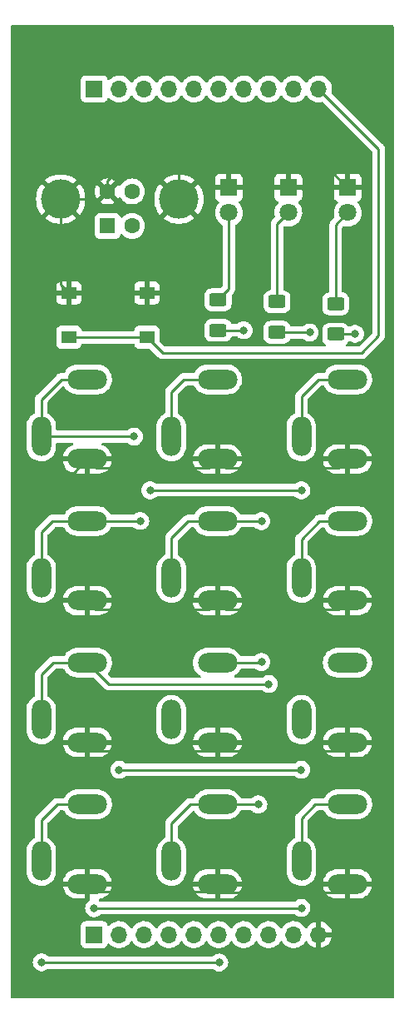
<source format=gbr>
%TF.GenerationSoftware,KiCad,Pcbnew,(6.0.6)*%
%TF.CreationDate,2022-11-26T15:19:07+01:00*%
%TF.ProjectId,vcer-midi-to-cv,76636572-2d6d-4696-9469-2d746f2d6376,rev?*%
%TF.SameCoordinates,Original*%
%TF.FileFunction,Copper,L1,Top*%
%TF.FilePolarity,Positive*%
%FSLAX46Y46*%
G04 Gerber Fmt 4.6, Leading zero omitted, Abs format (unit mm)*
G04 Created by KiCad (PCBNEW (6.0.6)) date 2022-11-26 15:19:07*
%MOMM*%
%LPD*%
G01*
G04 APERTURE LIST*
G04 Aperture macros list*
%AMRoundRect*
0 Rectangle with rounded corners*
0 $1 Rounding radius*
0 $2 $3 $4 $5 $6 $7 $8 $9 X,Y pos of 4 corners*
0 Add a 4 corners polygon primitive as box body*
4,1,4,$2,$3,$4,$5,$6,$7,$8,$9,$2,$3,0*
0 Add four circle primitives for the rounded corners*
1,1,$1+$1,$2,$3*
1,1,$1+$1,$4,$5*
1,1,$1+$1,$6,$7*
1,1,$1+$1,$8,$9*
0 Add four rect primitives between the rounded corners*
20,1,$1+$1,$2,$3,$4,$5,0*
20,1,$1+$1,$4,$5,$6,$7,0*
20,1,$1+$1,$6,$7,$8,$9,0*
20,1,$1+$1,$8,$9,$2,$3,0*%
G04 Aperture macros list end*
%TA.AperFunction,ComponentPad*%
%ADD10O,4.000000X2.000000*%
%TD*%
%TA.AperFunction,ComponentPad*%
%ADD11O,2.000000X4.000000*%
%TD*%
%TA.AperFunction,ComponentPad*%
%ADD12R,1.800000X1.800000*%
%TD*%
%TA.AperFunction,ComponentPad*%
%ADD13C,1.800000*%
%TD*%
%TA.AperFunction,SMDPad,CuDef*%
%ADD14RoundRect,0.250000X-0.625000X0.400000X-0.625000X-0.400000X0.625000X-0.400000X0.625000X0.400000X0*%
%TD*%
%TA.AperFunction,ComponentPad*%
%ADD15R,1.600000X1.600000*%
%TD*%
%TA.AperFunction,ComponentPad*%
%ADD16C,1.600000*%
%TD*%
%TA.AperFunction,ComponentPad*%
%ADD17C,4.000000*%
%TD*%
%TA.AperFunction,SMDPad,CuDef*%
%ADD18R,1.550000X1.300000*%
%TD*%
%TA.AperFunction,ComponentPad*%
%ADD19R,1.700000X1.700000*%
%TD*%
%TA.AperFunction,ComponentPad*%
%ADD20O,1.700000X1.700000*%
%TD*%
%TA.AperFunction,ViaPad*%
%ADD21C,0.800000*%
%TD*%
%TA.AperFunction,Conductor*%
%ADD22C,0.250000*%
%TD*%
G04 APERTURE END LIST*
D10*
%TO.P,J18,S*%
%TO.N,GND2*%
X21547500Y-73445000D03*
%TO.P,J18,T*%
%TO.N,Net-(J18-PadT)*%
X21547500Y-65345000D03*
D11*
%TO.P,J18,TN*%
X16847500Y-71145000D03*
%TD*%
D10*
%TO.P,J16,S*%
%TO.N,GND2*%
X21547500Y-44645000D03*
%TO.P,J16,T*%
%TO.N,Net-(J16-PadT)*%
X21547500Y-36545000D03*
D11*
%TO.P,J16,TN*%
X16847500Y-42345000D03*
%TD*%
D12*
%TO.P,D3,1,K*%
%TO.N,GND2*%
X22720000Y-17045803D03*
D13*
%TO.P,D3,2,A*%
%TO.N,Net-(D3-Pad2)*%
X22720000Y-19585803D03*
%TD*%
D10*
%TO.P,J19,S*%
%TO.N,GND2*%
X21547500Y-87845000D03*
%TO.P,J19,T*%
%TO.N,Net-(J19-PadT)*%
X21547500Y-79745000D03*
D11*
%TO.P,J19,TN*%
X16847500Y-85545000D03*
%TD*%
D14*
%TO.P,R23,1*%
%TO.N,Net-(D3-Pad2)*%
X21600000Y-28450000D03*
%TO.P,R23,2*%
%TO.N,/fL3*%
X21600000Y-31550000D03*
%TD*%
D10*
%TO.P,J11,S*%
%TO.N,GND2*%
X8300000Y-87845000D03*
%TO.P,J11,T*%
%TO.N,/fCV4*%
X8300000Y-79745000D03*
D11*
%TO.P,J11,TN*%
X3600000Y-85545000D03*
%TD*%
D15*
%TO.P,J7,1,VBUS*%
%TO.N,/fVB*%
X10350000Y-20930000D03*
D16*
%TO.P,J7,2,D-*%
%TO.N,/fD-*%
X12850000Y-20930000D03*
%TO.P,J7,3,D+*%
%TO.N,/fD+*%
X12850000Y-17430000D03*
%TO.P,J7,4,GND*%
%TO.N,GND2*%
X10350000Y-17430000D03*
D17*
%TO.P,J7,5,Shield*%
X17620000Y-18220000D03*
X5580000Y-18220000D03*
%TD*%
D10*
%TO.P,J8,S*%
%TO.N,GND2*%
X8300000Y-44645000D03*
%TO.P,J8,T*%
%TO.N,/fCV1*%
X8300000Y-36545000D03*
D11*
%TO.P,J8,TN*%
X3600000Y-42345000D03*
%TD*%
D12*
%TO.P,D1,1,K*%
%TO.N,GND2*%
X28770000Y-17045803D03*
D13*
%TO.P,D1,2,A*%
%TO.N,Net-(D1-Pad2)*%
X28770000Y-19585803D03*
%TD*%
D18*
%TO.P,SW1,1,1*%
%TO.N,GND2*%
X6425000Y-27750000D03*
X14375000Y-27750000D03*
%TO.P,SW1,2,2*%
%TO.N,/fPRG*%
X6425000Y-32250000D03*
X14375000Y-32250000D03*
%TD*%
D10*
%TO.P,J10,S*%
%TO.N,GND2*%
X8300000Y-73445000D03*
%TO.P,J10,T*%
%TO.N,/fCV3*%
X8300000Y-65345000D03*
D11*
%TO.P,J10,TN*%
X3600000Y-71145000D03*
%TD*%
D10*
%TO.P,J13,S*%
%TO.N,GND2*%
X34795000Y-59045000D03*
%TO.P,J13,T*%
%TO.N,/fV2*%
X34795000Y-50945000D03*
D11*
%TO.P,J13,TN*%
X30095000Y-56745000D03*
%TD*%
D10*
%TO.P,J9,S*%
%TO.N,GND2*%
X8300000Y-59045000D03*
%TO.P,J9,T*%
%TO.N,/fCV2*%
X8300000Y-50945000D03*
D11*
%TO.P,J9,TN*%
X3600000Y-56745000D03*
%TD*%
D10*
%TO.P,J14,S*%
%TO.N,GND2*%
X34795000Y-73445000D03*
%TO.P,J14,T*%
%TO.N,/fV3*%
X34795000Y-65345000D03*
D11*
%TO.P,J14,TN*%
X30095000Y-71145000D03*
%TD*%
D14*
%TO.P,R22,1*%
%TO.N,Net-(D2-Pad2)*%
X33600000Y-28850000D03*
%TO.P,R22,2*%
%TO.N,/fL2*%
X33600000Y-31950000D03*
%TD*%
D10*
%TO.P,J17,S*%
%TO.N,GND2*%
X21547500Y-59045000D03*
%TO.P,J17,T*%
%TO.N,Net-(R25-Pad1)*%
X21547500Y-50945000D03*
D11*
%TO.P,J17,TN*%
X16847500Y-56745000D03*
%TD*%
D14*
%TO.P,R21,1*%
%TO.N,Net-(D1-Pad2)*%
X27600000Y-28650000D03*
%TO.P,R21,2*%
%TO.N,/fL1*%
X27600000Y-31750000D03*
%TD*%
D10*
%TO.P,J15,S*%
%TO.N,GND2*%
X34795000Y-87845000D03*
%TO.P,J15,T*%
%TO.N,/fV4*%
X34795000Y-79745000D03*
D11*
%TO.P,J15,TN*%
X30095000Y-85545000D03*
%TD*%
D10*
%TO.P,J12,S*%
%TO.N,GND2*%
X34795000Y-44645000D03*
%TO.P,J12,T*%
%TO.N,/fV1*%
X34795000Y-36545000D03*
D11*
%TO.P,J12,TN*%
X30095000Y-42345000D03*
%TD*%
D12*
%TO.P,D2,1,K*%
%TO.N,GND2*%
X34820000Y-17045803D03*
D13*
%TO.P,D2,2,A*%
%TO.N,Net-(D2-Pad2)*%
X34820000Y-19585803D03*
%TD*%
D19*
%TO.P,J3,1,Pin_1*%
%TO.N,/fVB*%
X9000000Y-7000000D03*
D20*
%TO.P,J3,2,Pin_2*%
%TO.N,/fD+*%
X11540000Y-7000000D03*
%TO.P,J3,3,Pin_3*%
%TO.N,/fD-*%
X14080000Y-7000000D03*
%TO.P,J3,4,Pin_4*%
%TO.N,/fG1*%
X16620000Y-7000000D03*
%TO.P,J3,5,Pin_5*%
%TO.N,/fG2*%
X19160000Y-7000000D03*
%TO.P,J3,6,Pin_6*%
%TO.N,/fG3*%
X21700000Y-7000000D03*
%TO.P,J3,7,Pin_7*%
%TO.N,/fG4*%
X24240000Y-7000000D03*
%TO.P,J3,8,Pin_8*%
%TO.N,/fL1*%
X26780000Y-7000000D03*
%TO.P,J3,9,Pin_9*%
%TO.N,/fL2*%
X29320000Y-7000000D03*
%TO.P,J3,10,Pin_10*%
%TO.N,/fPRG*%
X31860000Y-7000000D03*
%TD*%
D19*
%TO.P,J4,1,Pin_1*%
%TO.N,/fV4*%
X9000000Y-93000000D03*
D20*
%TO.P,J4,2,Pin_2*%
%TO.N,/fV3*%
X11540000Y-93000000D03*
%TO.P,J4,3,Pin_3*%
%TO.N,/fCV1*%
X14080000Y-93000000D03*
%TO.P,J4,4,Pin_4*%
%TO.N,/fCV2*%
X16620000Y-93000000D03*
%TO.P,J4,5,Pin_5*%
%TO.N,/fV1*%
X19160000Y-93000000D03*
%TO.P,J4,6,Pin_6*%
%TO.N,/fCV4*%
X21700000Y-93000000D03*
%TO.P,J4,7,Pin_7*%
%TO.N,/fL3*%
X24240000Y-93000000D03*
%TO.P,J4,8,Pin_8*%
%TO.N,/fCV3*%
X26780000Y-93000000D03*
%TO.P,J4,9,Pin_9*%
%TO.N,/fV2*%
X29320000Y-93000000D03*
%TO.P,J4,10,Pin_10*%
%TO.N,GND2*%
X31860000Y-93000000D03*
%TD*%
D21*
%TO.N,/fCV1*%
X13050000Y-42360000D03*
%TO.N,/fCV3*%
X26790000Y-67520000D03*
%TO.N,/fV1*%
X14700000Y-47820000D03*
X30110000Y-47820000D03*
%TO.N,/fV3*%
X11540000Y-76240000D03*
X30070000Y-76240000D03*
%TO.N,/fL1*%
X30940000Y-31780000D03*
%TO.N,/fL3*%
X24220000Y-31550000D03*
%TO.N,/fL2*%
X35550000Y-31900000D03*
%TO.N,/fV4*%
X8990000Y-90320000D03*
X30110000Y-90290000D03*
%TO.N,/fCV4*%
X21730000Y-95840000D03*
X3640000Y-95820000D03*
%TO.N,/fCV2*%
X13690000Y-50940000D03*
%TO.N,Net-(R25-Pad1)*%
X26030000Y-50960000D03*
%TO.N,Net-(J18-PadT)*%
X26030000Y-65280000D03*
%TO.N,Net-(J19-PadT)*%
X25710000Y-79760000D03*
%TD*%
D22*
%TO.N,GND2*%
X33900000Y-59940000D02*
X22442500Y-59940000D01*
X22720000Y-15480000D02*
X22750000Y-15450000D01*
X20752500Y-88640000D02*
X21547500Y-87845000D01*
X14375000Y-27750000D02*
X6425000Y-27750000D01*
X20662500Y-45530000D02*
X9185000Y-45530000D01*
X20672500Y-59920000D02*
X9175000Y-59920000D01*
X28820000Y-15450000D02*
X33224197Y-15450000D01*
X17620000Y-18220000D02*
X17620000Y-15460000D01*
X33910000Y-74330000D02*
X22432500Y-74330000D01*
X9185000Y-45530000D02*
X8300000Y-44645000D01*
X8300000Y-44645000D02*
X6895000Y-46050000D01*
X22432500Y-74330000D02*
X21547500Y-73445000D01*
X1590000Y-30820000D02*
X4660000Y-27750000D01*
X28770000Y-17045803D02*
X28770000Y-15500000D01*
X5580000Y-26905000D02*
X6425000Y-27750000D01*
X22720000Y-17045803D02*
X22720000Y-15480000D01*
X9205000Y-74350000D02*
X8300000Y-73445000D01*
X22462500Y-45560000D02*
X21547500Y-44645000D01*
X5580000Y-18220000D02*
X9560000Y-18220000D01*
X22442500Y-59940000D02*
X21547500Y-59045000D01*
X10350000Y-16290000D02*
X11190000Y-15450000D01*
X5580000Y-18220000D02*
X5580000Y-26905000D01*
X33224197Y-15450000D02*
X34820000Y-17045803D01*
X1590000Y-46050000D02*
X1590000Y-30820000D01*
X9095000Y-88640000D02*
X20752500Y-88640000D01*
X20642500Y-74350000D02*
X9205000Y-74350000D01*
X9175000Y-59920000D02*
X8300000Y-59045000D01*
X22412500Y-88710000D02*
X21547500Y-87845000D01*
X11190000Y-15450000D02*
X17610000Y-15450000D01*
X9560000Y-18220000D02*
X10350000Y-17430000D01*
X10350000Y-17430000D02*
X10350000Y-16290000D01*
X4660000Y-27750000D02*
X6425000Y-27750000D01*
X21547500Y-73445000D02*
X20642500Y-74350000D01*
X17620000Y-15460000D02*
X17610000Y-15450000D01*
X22750000Y-15450000D02*
X28820000Y-15450000D01*
X8300000Y-87845000D02*
X9095000Y-88640000D01*
X33880000Y-45560000D02*
X22462500Y-45560000D01*
X28770000Y-15500000D02*
X28820000Y-15450000D01*
X21547500Y-59045000D02*
X20672500Y-59920000D01*
X34795000Y-73445000D02*
X33910000Y-74330000D01*
X34795000Y-59045000D02*
X33900000Y-59940000D01*
X21547500Y-44645000D02*
X20662500Y-45530000D01*
X34795000Y-44645000D02*
X33880000Y-45560000D01*
X34795000Y-87845000D02*
X33930000Y-88710000D01*
X33930000Y-88710000D02*
X22412500Y-88710000D01*
X17610000Y-15450000D02*
X22750000Y-15450000D01*
X6895000Y-46050000D02*
X1590000Y-46050000D01*
%TO.N,Net-(D1-Pad2)*%
X27600000Y-28650000D02*
X27600000Y-20755803D01*
X27600000Y-20755803D02*
X28770000Y-19585803D01*
%TO.N,Net-(D2-Pad2)*%
X33600000Y-28850000D02*
X33600000Y-20805803D01*
X33600000Y-20805803D02*
X34820000Y-19585803D01*
%TO.N,Net-(D3-Pad2)*%
X21600000Y-28450000D02*
X22720000Y-27330000D01*
X22720000Y-27330000D02*
X22720000Y-19585803D01*
%TO.N,/fCV1*%
X5625000Y-36545000D02*
X3600000Y-38570000D01*
X3600000Y-38570000D02*
X3600000Y-42345000D01*
X13050000Y-42360000D02*
X13035000Y-42345000D01*
X8300000Y-36545000D02*
X5625000Y-36545000D01*
X13035000Y-42345000D02*
X3600000Y-42345000D01*
%TO.N,/fCV3*%
X10475000Y-67520000D02*
X8300000Y-65345000D01*
X4795000Y-65345000D02*
X8300000Y-65345000D01*
X26790000Y-67520000D02*
X10475000Y-67520000D01*
X3600000Y-66540000D02*
X4795000Y-65345000D01*
X3600000Y-71145000D02*
X3600000Y-66540000D01*
%TO.N,/fV1*%
X14700000Y-47820000D02*
X30110000Y-47820000D01*
X30095000Y-38285000D02*
X31840000Y-36540000D01*
X30095000Y-42345000D02*
X30095000Y-38285000D01*
X31845000Y-36545000D02*
X34795000Y-36545000D01*
X31840000Y-36540000D02*
X31845000Y-36545000D01*
%TO.N,/fV3*%
X11540000Y-76240000D02*
X30070000Y-76240000D01*
%TO.N,/fL1*%
X27630000Y-31780000D02*
X27600000Y-31750000D01*
X30940000Y-31780000D02*
X27630000Y-31780000D01*
%TO.N,/fPRG*%
X37960000Y-13100000D02*
X37960000Y-32100000D01*
X36210000Y-33850000D02*
X15975000Y-33850000D01*
X31860000Y-7000000D02*
X37960000Y-13100000D01*
X15975000Y-33850000D02*
X14375000Y-32250000D01*
X37960000Y-32100000D02*
X36210000Y-33850000D01*
X6425000Y-32250000D02*
X14375000Y-32250000D01*
%TO.N,/fL3*%
X24220000Y-31550000D02*
X21600000Y-31550000D01*
%TO.N,/fL2*%
X35520000Y-31930000D02*
X33580000Y-31930000D01*
X33580000Y-31930000D02*
X33600000Y-31950000D01*
X35550000Y-31900000D02*
X35520000Y-31930000D01*
%TO.N,/fV4*%
X31515000Y-79745000D02*
X34795000Y-79745000D01*
X30080000Y-90320000D02*
X30110000Y-90290000D01*
X8990000Y-90320000D02*
X30080000Y-90320000D01*
X30095000Y-81165000D02*
X31515000Y-79745000D01*
X30095000Y-85545000D02*
X30095000Y-81165000D01*
%TO.N,/fV2*%
X31940000Y-50940000D02*
X31945000Y-50945000D01*
X30095000Y-56745000D02*
X30095000Y-52785000D01*
X30095000Y-52785000D02*
X31940000Y-50940000D01*
X31945000Y-50945000D02*
X34795000Y-50945000D01*
%TO.N,/fCV4*%
X21730000Y-95840000D02*
X3660000Y-95840000D01*
X3600000Y-81380000D02*
X5235000Y-79745000D01*
X3660000Y-95840000D02*
X3640000Y-95820000D01*
X3600000Y-85545000D02*
X3600000Y-81380000D01*
X5235000Y-79745000D02*
X8300000Y-79745000D01*
%TO.N,/fCV2*%
X13685000Y-50945000D02*
X8300000Y-50945000D01*
X4735000Y-50945000D02*
X3600000Y-52080000D01*
X8300000Y-50945000D02*
X4735000Y-50945000D01*
X13690000Y-50940000D02*
X13685000Y-50945000D01*
X3600000Y-52080000D02*
X3600000Y-56745000D01*
%TO.N,Net-(J16-PadT)*%
X16847500Y-37822500D02*
X18125000Y-36545000D01*
X16847500Y-42345000D02*
X16847500Y-37822500D01*
X18125000Y-36545000D02*
X21547500Y-36545000D01*
%TO.N,Net-(R25-Pad1)*%
X21547500Y-50945000D02*
X18575000Y-50945000D01*
X18575000Y-50945000D02*
X16847500Y-52672500D01*
X26015000Y-50945000D02*
X21547500Y-50945000D01*
X26030000Y-50960000D02*
X26015000Y-50945000D01*
X16847500Y-52672500D02*
X16847500Y-56745000D01*
%TO.N,Net-(J18-PadT)*%
X26030000Y-65280000D02*
X25965000Y-65345000D01*
X25965000Y-65345000D02*
X21547500Y-65345000D01*
%TO.N,Net-(J19-PadT)*%
X16847500Y-81682500D02*
X18785000Y-79745000D01*
X18785000Y-79745000D02*
X21547500Y-79745000D01*
X25710000Y-79760000D02*
X25695000Y-79745000D01*
X25695000Y-79745000D02*
X21547500Y-79745000D01*
X16847500Y-85545000D02*
X16847500Y-81682500D01*
%TD*%
%TA.AperFunction,Conductor*%
%TO.N,GND2*%
G36*
X39434121Y-528002D02*
G01*
X39480614Y-581658D01*
X39492000Y-634000D01*
X39492000Y-99366000D01*
X39471998Y-99434121D01*
X39418342Y-99480614D01*
X39366000Y-99492000D01*
X634000Y-99492000D01*
X565879Y-99471998D01*
X519386Y-99418342D01*
X508000Y-99366000D01*
X508000Y-95820000D01*
X2726496Y-95820000D01*
X2746458Y-96009928D01*
X2805473Y-96191556D01*
X2900960Y-96356944D01*
X2905378Y-96361851D01*
X2905379Y-96361852D01*
X2918968Y-96376944D01*
X3028747Y-96498866D01*
X3183248Y-96611118D01*
X3189276Y-96613802D01*
X3189278Y-96613803D01*
X3351681Y-96686109D01*
X3357712Y-96688794D01*
X3451112Y-96708647D01*
X3538056Y-96727128D01*
X3538061Y-96727128D01*
X3544513Y-96728500D01*
X3735487Y-96728500D01*
X3741939Y-96727128D01*
X3741944Y-96727128D01*
X3828888Y-96708647D01*
X3922288Y-96688794D01*
X3928319Y-96686109D01*
X4090722Y-96613803D01*
X4090724Y-96613802D01*
X4096752Y-96611118D01*
X4223726Y-96518866D01*
X4251253Y-96498866D01*
X4252747Y-96500922D01*
X4306456Y-96475147D01*
X4326760Y-96473500D01*
X21021800Y-96473500D01*
X21089921Y-96493502D01*
X21109147Y-96509843D01*
X21109420Y-96509540D01*
X21114332Y-96513963D01*
X21118747Y-96518866D01*
X21273248Y-96631118D01*
X21279276Y-96633802D01*
X21279278Y-96633803D01*
X21441681Y-96706109D01*
X21447712Y-96708794D01*
X21533966Y-96727128D01*
X21628056Y-96747128D01*
X21628061Y-96747128D01*
X21634513Y-96748500D01*
X21825487Y-96748500D01*
X21831939Y-96747128D01*
X21831944Y-96747128D01*
X21926034Y-96727128D01*
X22012288Y-96708794D01*
X22018319Y-96706109D01*
X22180722Y-96633803D01*
X22180724Y-96633802D01*
X22186752Y-96631118D01*
X22341253Y-96518866D01*
X22469040Y-96376944D01*
X22564527Y-96211556D01*
X22623542Y-96029928D01*
X22643504Y-95840000D01*
X22623542Y-95650072D01*
X22564527Y-95468444D01*
X22469040Y-95303056D01*
X22456181Y-95288774D01*
X22345675Y-95166045D01*
X22345674Y-95166044D01*
X22341253Y-95161134D01*
X22186752Y-95048882D01*
X22180724Y-95046198D01*
X22180722Y-95046197D01*
X22018319Y-94973891D01*
X22018318Y-94973891D01*
X22012288Y-94971206D01*
X21911741Y-94949834D01*
X21831944Y-94932872D01*
X21831939Y-94932872D01*
X21825487Y-94931500D01*
X21634513Y-94931500D01*
X21628061Y-94932872D01*
X21628056Y-94932872D01*
X21548259Y-94949834D01*
X21447712Y-94971206D01*
X21441682Y-94973891D01*
X21441681Y-94973891D01*
X21279278Y-95046197D01*
X21279276Y-95046198D01*
X21273248Y-95048882D01*
X21118747Y-95161134D01*
X21114332Y-95166037D01*
X21109420Y-95170460D01*
X21108295Y-95169211D01*
X21054986Y-95202051D01*
X21021800Y-95206500D01*
X4366208Y-95206500D01*
X4298087Y-95186498D01*
X4272572Y-95164811D01*
X4255668Y-95146037D01*
X4255666Y-95146036D01*
X4251253Y-95141134D01*
X4096752Y-95028882D01*
X4090724Y-95026198D01*
X4090722Y-95026197D01*
X3928319Y-94953891D01*
X3928318Y-94953891D01*
X3922288Y-94951206D01*
X3828887Y-94931353D01*
X3741944Y-94912872D01*
X3741939Y-94912872D01*
X3735487Y-94911500D01*
X3544513Y-94911500D01*
X3538061Y-94912872D01*
X3538056Y-94912872D01*
X3451113Y-94931353D01*
X3357712Y-94951206D01*
X3351682Y-94953891D01*
X3351681Y-94953891D01*
X3189278Y-95026197D01*
X3189276Y-95026198D01*
X3183248Y-95028882D01*
X3028747Y-95141134D01*
X3024326Y-95146044D01*
X3024325Y-95146045D01*
X3014232Y-95157255D01*
X2900960Y-95283056D01*
X2805473Y-95448444D01*
X2746458Y-95630072D01*
X2726496Y-95820000D01*
X508000Y-95820000D01*
X508000Y-93898134D01*
X7641500Y-93898134D01*
X7648255Y-93960316D01*
X7699385Y-94096705D01*
X7786739Y-94213261D01*
X7903295Y-94300615D01*
X8039684Y-94351745D01*
X8101866Y-94358500D01*
X9898134Y-94358500D01*
X9960316Y-94351745D01*
X10096705Y-94300615D01*
X10213261Y-94213261D01*
X10300615Y-94096705D01*
X10322799Y-94037529D01*
X10344598Y-93979382D01*
X10387240Y-93922618D01*
X10453802Y-93897918D01*
X10523150Y-93913126D01*
X10557817Y-93941114D01*
X10586250Y-93973938D01*
X10758126Y-94116632D01*
X10951000Y-94229338D01*
X11159692Y-94309030D01*
X11164760Y-94310061D01*
X11164763Y-94310062D01*
X11259862Y-94329410D01*
X11378597Y-94353567D01*
X11383772Y-94353757D01*
X11383774Y-94353757D01*
X11596673Y-94361564D01*
X11596677Y-94361564D01*
X11601837Y-94361753D01*
X11606957Y-94361097D01*
X11606959Y-94361097D01*
X11818288Y-94334025D01*
X11818289Y-94334025D01*
X11823416Y-94333368D01*
X11828366Y-94331883D01*
X12032429Y-94270661D01*
X12032434Y-94270659D01*
X12037384Y-94269174D01*
X12237994Y-94170896D01*
X12419860Y-94041173D01*
X12578096Y-93883489D01*
X12708453Y-93702077D01*
X12709776Y-93703028D01*
X12756645Y-93659857D01*
X12826580Y-93647625D01*
X12892026Y-93675144D01*
X12919875Y-93706994D01*
X12979987Y-93805088D01*
X13126250Y-93973938D01*
X13298126Y-94116632D01*
X13491000Y-94229338D01*
X13699692Y-94309030D01*
X13704760Y-94310061D01*
X13704763Y-94310062D01*
X13799862Y-94329410D01*
X13918597Y-94353567D01*
X13923772Y-94353757D01*
X13923774Y-94353757D01*
X14136673Y-94361564D01*
X14136677Y-94361564D01*
X14141837Y-94361753D01*
X14146957Y-94361097D01*
X14146959Y-94361097D01*
X14358288Y-94334025D01*
X14358289Y-94334025D01*
X14363416Y-94333368D01*
X14368366Y-94331883D01*
X14572429Y-94270661D01*
X14572434Y-94270659D01*
X14577384Y-94269174D01*
X14777994Y-94170896D01*
X14959860Y-94041173D01*
X15118096Y-93883489D01*
X15248453Y-93702077D01*
X15249776Y-93703028D01*
X15296645Y-93659857D01*
X15366580Y-93647625D01*
X15432026Y-93675144D01*
X15459875Y-93706994D01*
X15519987Y-93805088D01*
X15666250Y-93973938D01*
X15838126Y-94116632D01*
X16031000Y-94229338D01*
X16239692Y-94309030D01*
X16244760Y-94310061D01*
X16244763Y-94310062D01*
X16339862Y-94329410D01*
X16458597Y-94353567D01*
X16463772Y-94353757D01*
X16463774Y-94353757D01*
X16676673Y-94361564D01*
X16676677Y-94361564D01*
X16681837Y-94361753D01*
X16686957Y-94361097D01*
X16686959Y-94361097D01*
X16898288Y-94334025D01*
X16898289Y-94334025D01*
X16903416Y-94333368D01*
X16908366Y-94331883D01*
X17112429Y-94270661D01*
X17112434Y-94270659D01*
X17117384Y-94269174D01*
X17317994Y-94170896D01*
X17499860Y-94041173D01*
X17658096Y-93883489D01*
X17788453Y-93702077D01*
X17789776Y-93703028D01*
X17836645Y-93659857D01*
X17906580Y-93647625D01*
X17972026Y-93675144D01*
X17999875Y-93706994D01*
X18059987Y-93805088D01*
X18206250Y-93973938D01*
X18378126Y-94116632D01*
X18571000Y-94229338D01*
X18779692Y-94309030D01*
X18784760Y-94310061D01*
X18784763Y-94310062D01*
X18879862Y-94329410D01*
X18998597Y-94353567D01*
X19003772Y-94353757D01*
X19003774Y-94353757D01*
X19216673Y-94361564D01*
X19216677Y-94361564D01*
X19221837Y-94361753D01*
X19226957Y-94361097D01*
X19226959Y-94361097D01*
X19438288Y-94334025D01*
X19438289Y-94334025D01*
X19443416Y-94333368D01*
X19448366Y-94331883D01*
X19652429Y-94270661D01*
X19652434Y-94270659D01*
X19657384Y-94269174D01*
X19857994Y-94170896D01*
X20039860Y-94041173D01*
X20198096Y-93883489D01*
X20328453Y-93702077D01*
X20329776Y-93703028D01*
X20376645Y-93659857D01*
X20446580Y-93647625D01*
X20512026Y-93675144D01*
X20539875Y-93706994D01*
X20599987Y-93805088D01*
X20746250Y-93973938D01*
X20918126Y-94116632D01*
X21111000Y-94229338D01*
X21319692Y-94309030D01*
X21324760Y-94310061D01*
X21324763Y-94310062D01*
X21419862Y-94329410D01*
X21538597Y-94353567D01*
X21543772Y-94353757D01*
X21543774Y-94353757D01*
X21756673Y-94361564D01*
X21756677Y-94361564D01*
X21761837Y-94361753D01*
X21766957Y-94361097D01*
X21766959Y-94361097D01*
X21978288Y-94334025D01*
X21978289Y-94334025D01*
X21983416Y-94333368D01*
X21988366Y-94331883D01*
X22192429Y-94270661D01*
X22192434Y-94270659D01*
X22197384Y-94269174D01*
X22397994Y-94170896D01*
X22579860Y-94041173D01*
X22738096Y-93883489D01*
X22868453Y-93702077D01*
X22869776Y-93703028D01*
X22916645Y-93659857D01*
X22986580Y-93647625D01*
X23052026Y-93675144D01*
X23079875Y-93706994D01*
X23139987Y-93805088D01*
X23286250Y-93973938D01*
X23458126Y-94116632D01*
X23651000Y-94229338D01*
X23859692Y-94309030D01*
X23864760Y-94310061D01*
X23864763Y-94310062D01*
X23959862Y-94329410D01*
X24078597Y-94353567D01*
X24083772Y-94353757D01*
X24083774Y-94353757D01*
X24296673Y-94361564D01*
X24296677Y-94361564D01*
X24301837Y-94361753D01*
X24306957Y-94361097D01*
X24306959Y-94361097D01*
X24518288Y-94334025D01*
X24518289Y-94334025D01*
X24523416Y-94333368D01*
X24528366Y-94331883D01*
X24732429Y-94270661D01*
X24732434Y-94270659D01*
X24737384Y-94269174D01*
X24937994Y-94170896D01*
X25119860Y-94041173D01*
X25278096Y-93883489D01*
X25408453Y-93702077D01*
X25409776Y-93703028D01*
X25456645Y-93659857D01*
X25526580Y-93647625D01*
X25592026Y-93675144D01*
X25619875Y-93706994D01*
X25679987Y-93805088D01*
X25826250Y-93973938D01*
X25998126Y-94116632D01*
X26191000Y-94229338D01*
X26399692Y-94309030D01*
X26404760Y-94310061D01*
X26404763Y-94310062D01*
X26499862Y-94329410D01*
X26618597Y-94353567D01*
X26623772Y-94353757D01*
X26623774Y-94353757D01*
X26836673Y-94361564D01*
X26836677Y-94361564D01*
X26841837Y-94361753D01*
X26846957Y-94361097D01*
X26846959Y-94361097D01*
X27058288Y-94334025D01*
X27058289Y-94334025D01*
X27063416Y-94333368D01*
X27068366Y-94331883D01*
X27272429Y-94270661D01*
X27272434Y-94270659D01*
X27277384Y-94269174D01*
X27477994Y-94170896D01*
X27659860Y-94041173D01*
X27818096Y-93883489D01*
X27948453Y-93702077D01*
X27949776Y-93703028D01*
X27996645Y-93659857D01*
X28066580Y-93647625D01*
X28132026Y-93675144D01*
X28159875Y-93706994D01*
X28219987Y-93805088D01*
X28366250Y-93973938D01*
X28538126Y-94116632D01*
X28731000Y-94229338D01*
X28939692Y-94309030D01*
X28944760Y-94310061D01*
X28944763Y-94310062D01*
X29039862Y-94329410D01*
X29158597Y-94353567D01*
X29163772Y-94353757D01*
X29163774Y-94353757D01*
X29376673Y-94361564D01*
X29376677Y-94361564D01*
X29381837Y-94361753D01*
X29386957Y-94361097D01*
X29386959Y-94361097D01*
X29598288Y-94334025D01*
X29598289Y-94334025D01*
X29603416Y-94333368D01*
X29608366Y-94331883D01*
X29812429Y-94270661D01*
X29812434Y-94270659D01*
X29817384Y-94269174D01*
X30017994Y-94170896D01*
X30199860Y-94041173D01*
X30358096Y-93883489D01*
X30488453Y-93702077D01*
X30489640Y-93702930D01*
X30536960Y-93659362D01*
X30606897Y-93647145D01*
X30672338Y-93674678D01*
X30700166Y-93706511D01*
X30757694Y-93800388D01*
X30763777Y-93808699D01*
X30903213Y-93969667D01*
X30910580Y-93976883D01*
X31074434Y-94112916D01*
X31082881Y-94118831D01*
X31266756Y-94226279D01*
X31276042Y-94230729D01*
X31475001Y-94306703D01*
X31484899Y-94309579D01*
X31588250Y-94330606D01*
X31602299Y-94329410D01*
X31606000Y-94319065D01*
X31606000Y-94318517D01*
X32114000Y-94318517D01*
X32118064Y-94332359D01*
X32131478Y-94334393D01*
X32138184Y-94333534D01*
X32148262Y-94331392D01*
X32352255Y-94270191D01*
X32361842Y-94266433D01*
X32553095Y-94172739D01*
X32561945Y-94167464D01*
X32735328Y-94043792D01*
X32743200Y-94037139D01*
X32894052Y-93886812D01*
X32900730Y-93878965D01*
X33025003Y-93706020D01*
X33030313Y-93697183D01*
X33124670Y-93506267D01*
X33128469Y-93496672D01*
X33190377Y-93292910D01*
X33192555Y-93282837D01*
X33193986Y-93271962D01*
X33191775Y-93257778D01*
X33178617Y-93254000D01*
X32132115Y-93254000D01*
X32116876Y-93258475D01*
X32115671Y-93259865D01*
X32114000Y-93267548D01*
X32114000Y-94318517D01*
X31606000Y-94318517D01*
X31606000Y-92727885D01*
X32114000Y-92727885D01*
X32118475Y-92743124D01*
X32119865Y-92744329D01*
X32127548Y-92746000D01*
X33178344Y-92746000D01*
X33191875Y-92742027D01*
X33193180Y-92732947D01*
X33151214Y-92565875D01*
X33147894Y-92556124D01*
X33062972Y-92360814D01*
X33058105Y-92351739D01*
X32942426Y-92172926D01*
X32936136Y-92164757D01*
X32792806Y-92007240D01*
X32785273Y-92000215D01*
X32618139Y-91868222D01*
X32609552Y-91862517D01*
X32423117Y-91759599D01*
X32413705Y-91755369D01*
X32212959Y-91684280D01*
X32202988Y-91681646D01*
X32131837Y-91668972D01*
X32118540Y-91670432D01*
X32114000Y-91684989D01*
X32114000Y-92727885D01*
X31606000Y-92727885D01*
X31606000Y-91683102D01*
X31602082Y-91669758D01*
X31587806Y-91667771D01*
X31549324Y-91673660D01*
X31539288Y-91676051D01*
X31336868Y-91742212D01*
X31327359Y-91746209D01*
X31138463Y-91844542D01*
X31129738Y-91850036D01*
X30959433Y-91977905D01*
X30951726Y-91984748D01*
X30804590Y-92138717D01*
X30798109Y-92146722D01*
X30693498Y-92300074D01*
X30638587Y-92345076D01*
X30568062Y-92353247D01*
X30504315Y-92321993D01*
X30483618Y-92297509D01*
X30402822Y-92172617D01*
X30402820Y-92172614D01*
X30400014Y-92168277D01*
X30249670Y-92003051D01*
X30245619Y-91999852D01*
X30245615Y-91999848D01*
X30078414Y-91867800D01*
X30078410Y-91867798D01*
X30074359Y-91864598D01*
X30038028Y-91844542D01*
X30022136Y-91835769D01*
X29878789Y-91756638D01*
X29873920Y-91754914D01*
X29873916Y-91754912D01*
X29673087Y-91683795D01*
X29673083Y-91683794D01*
X29668212Y-91682069D01*
X29663119Y-91681162D01*
X29663116Y-91681161D01*
X29453373Y-91643800D01*
X29453367Y-91643799D01*
X29448284Y-91642894D01*
X29374452Y-91641992D01*
X29230081Y-91640228D01*
X29230079Y-91640228D01*
X29224911Y-91640165D01*
X29004091Y-91673955D01*
X28791756Y-91743357D01*
X28593607Y-91846507D01*
X28589474Y-91849610D01*
X28589471Y-91849612D01*
X28419100Y-91977530D01*
X28414965Y-91980635D01*
X28411393Y-91984373D01*
X28303729Y-92097037D01*
X28260629Y-92142138D01*
X28153201Y-92299621D01*
X28098293Y-92344621D01*
X28027768Y-92352792D01*
X27964021Y-92321538D01*
X27943324Y-92297054D01*
X27862822Y-92172617D01*
X27862820Y-92172614D01*
X27860014Y-92168277D01*
X27709670Y-92003051D01*
X27705619Y-91999852D01*
X27705615Y-91999848D01*
X27538414Y-91867800D01*
X27538410Y-91867798D01*
X27534359Y-91864598D01*
X27498028Y-91844542D01*
X27482136Y-91835769D01*
X27338789Y-91756638D01*
X27333920Y-91754914D01*
X27333916Y-91754912D01*
X27133087Y-91683795D01*
X27133083Y-91683794D01*
X27128212Y-91682069D01*
X27123119Y-91681162D01*
X27123116Y-91681161D01*
X26913373Y-91643800D01*
X26913367Y-91643799D01*
X26908284Y-91642894D01*
X26834452Y-91641992D01*
X26690081Y-91640228D01*
X26690079Y-91640228D01*
X26684911Y-91640165D01*
X26464091Y-91673955D01*
X26251756Y-91743357D01*
X26053607Y-91846507D01*
X26049474Y-91849610D01*
X26049471Y-91849612D01*
X25879100Y-91977530D01*
X25874965Y-91980635D01*
X25871393Y-91984373D01*
X25763729Y-92097037D01*
X25720629Y-92142138D01*
X25613201Y-92299621D01*
X25558293Y-92344621D01*
X25487768Y-92352792D01*
X25424021Y-92321538D01*
X25403324Y-92297054D01*
X25322822Y-92172617D01*
X25322820Y-92172614D01*
X25320014Y-92168277D01*
X25169670Y-92003051D01*
X25165619Y-91999852D01*
X25165615Y-91999848D01*
X24998414Y-91867800D01*
X24998410Y-91867798D01*
X24994359Y-91864598D01*
X24958028Y-91844542D01*
X24942136Y-91835769D01*
X24798789Y-91756638D01*
X24793920Y-91754914D01*
X24793916Y-91754912D01*
X24593087Y-91683795D01*
X24593083Y-91683794D01*
X24588212Y-91682069D01*
X24583119Y-91681162D01*
X24583116Y-91681161D01*
X24373373Y-91643800D01*
X24373367Y-91643799D01*
X24368284Y-91642894D01*
X24294452Y-91641992D01*
X24150081Y-91640228D01*
X24150079Y-91640228D01*
X24144911Y-91640165D01*
X23924091Y-91673955D01*
X23711756Y-91743357D01*
X23513607Y-91846507D01*
X23509474Y-91849610D01*
X23509471Y-91849612D01*
X23339100Y-91977530D01*
X23334965Y-91980635D01*
X23331393Y-91984373D01*
X23223729Y-92097037D01*
X23180629Y-92142138D01*
X23073201Y-92299621D01*
X23018293Y-92344621D01*
X22947768Y-92352792D01*
X22884021Y-92321538D01*
X22863324Y-92297054D01*
X22782822Y-92172617D01*
X22782820Y-92172614D01*
X22780014Y-92168277D01*
X22629670Y-92003051D01*
X22625619Y-91999852D01*
X22625615Y-91999848D01*
X22458414Y-91867800D01*
X22458410Y-91867798D01*
X22454359Y-91864598D01*
X22418028Y-91844542D01*
X22402136Y-91835769D01*
X22258789Y-91756638D01*
X22253920Y-91754914D01*
X22253916Y-91754912D01*
X22053087Y-91683795D01*
X22053083Y-91683794D01*
X22048212Y-91682069D01*
X22043119Y-91681162D01*
X22043116Y-91681161D01*
X21833373Y-91643800D01*
X21833367Y-91643799D01*
X21828284Y-91642894D01*
X21754452Y-91641992D01*
X21610081Y-91640228D01*
X21610079Y-91640228D01*
X21604911Y-91640165D01*
X21384091Y-91673955D01*
X21171756Y-91743357D01*
X20973607Y-91846507D01*
X20969474Y-91849610D01*
X20969471Y-91849612D01*
X20799100Y-91977530D01*
X20794965Y-91980635D01*
X20791393Y-91984373D01*
X20683729Y-92097037D01*
X20640629Y-92142138D01*
X20533201Y-92299621D01*
X20478293Y-92344621D01*
X20407768Y-92352792D01*
X20344021Y-92321538D01*
X20323324Y-92297054D01*
X20242822Y-92172617D01*
X20242820Y-92172614D01*
X20240014Y-92168277D01*
X20089670Y-92003051D01*
X20085619Y-91999852D01*
X20085615Y-91999848D01*
X19918414Y-91867800D01*
X19918410Y-91867798D01*
X19914359Y-91864598D01*
X19878028Y-91844542D01*
X19862136Y-91835769D01*
X19718789Y-91756638D01*
X19713920Y-91754914D01*
X19713916Y-91754912D01*
X19513087Y-91683795D01*
X19513083Y-91683794D01*
X19508212Y-91682069D01*
X19503119Y-91681162D01*
X19503116Y-91681161D01*
X19293373Y-91643800D01*
X19293367Y-91643799D01*
X19288284Y-91642894D01*
X19214452Y-91641992D01*
X19070081Y-91640228D01*
X19070079Y-91640228D01*
X19064911Y-91640165D01*
X18844091Y-91673955D01*
X18631756Y-91743357D01*
X18433607Y-91846507D01*
X18429474Y-91849610D01*
X18429471Y-91849612D01*
X18259100Y-91977530D01*
X18254965Y-91980635D01*
X18251393Y-91984373D01*
X18143729Y-92097037D01*
X18100629Y-92142138D01*
X17993201Y-92299621D01*
X17938293Y-92344621D01*
X17867768Y-92352792D01*
X17804021Y-92321538D01*
X17783324Y-92297054D01*
X17702822Y-92172617D01*
X17702820Y-92172614D01*
X17700014Y-92168277D01*
X17549670Y-92003051D01*
X17545619Y-91999852D01*
X17545615Y-91999848D01*
X17378414Y-91867800D01*
X17378410Y-91867798D01*
X17374359Y-91864598D01*
X17338028Y-91844542D01*
X17322136Y-91835769D01*
X17178789Y-91756638D01*
X17173920Y-91754914D01*
X17173916Y-91754912D01*
X16973087Y-91683795D01*
X16973083Y-91683794D01*
X16968212Y-91682069D01*
X16963119Y-91681162D01*
X16963116Y-91681161D01*
X16753373Y-91643800D01*
X16753367Y-91643799D01*
X16748284Y-91642894D01*
X16674452Y-91641992D01*
X16530081Y-91640228D01*
X16530079Y-91640228D01*
X16524911Y-91640165D01*
X16304091Y-91673955D01*
X16091756Y-91743357D01*
X15893607Y-91846507D01*
X15889474Y-91849610D01*
X15889471Y-91849612D01*
X15719100Y-91977530D01*
X15714965Y-91980635D01*
X15711393Y-91984373D01*
X15603729Y-92097037D01*
X15560629Y-92142138D01*
X15453201Y-92299621D01*
X15398293Y-92344621D01*
X15327768Y-92352792D01*
X15264021Y-92321538D01*
X15243324Y-92297054D01*
X15162822Y-92172617D01*
X15162820Y-92172614D01*
X15160014Y-92168277D01*
X15009670Y-92003051D01*
X15005619Y-91999852D01*
X15005615Y-91999848D01*
X14838414Y-91867800D01*
X14838410Y-91867798D01*
X14834359Y-91864598D01*
X14798028Y-91844542D01*
X14782136Y-91835769D01*
X14638789Y-91756638D01*
X14633920Y-91754914D01*
X14633916Y-91754912D01*
X14433087Y-91683795D01*
X14433083Y-91683794D01*
X14428212Y-91682069D01*
X14423119Y-91681162D01*
X14423116Y-91681161D01*
X14213373Y-91643800D01*
X14213367Y-91643799D01*
X14208284Y-91642894D01*
X14134452Y-91641992D01*
X13990081Y-91640228D01*
X13990079Y-91640228D01*
X13984911Y-91640165D01*
X13764091Y-91673955D01*
X13551756Y-91743357D01*
X13353607Y-91846507D01*
X13349474Y-91849610D01*
X13349471Y-91849612D01*
X13179100Y-91977530D01*
X13174965Y-91980635D01*
X13171393Y-91984373D01*
X13063729Y-92097037D01*
X13020629Y-92142138D01*
X12913201Y-92299621D01*
X12858293Y-92344621D01*
X12787768Y-92352792D01*
X12724021Y-92321538D01*
X12703324Y-92297054D01*
X12622822Y-92172617D01*
X12622820Y-92172614D01*
X12620014Y-92168277D01*
X12469670Y-92003051D01*
X12465619Y-91999852D01*
X12465615Y-91999848D01*
X12298414Y-91867800D01*
X12298410Y-91867798D01*
X12294359Y-91864598D01*
X12258028Y-91844542D01*
X12242136Y-91835769D01*
X12098789Y-91756638D01*
X12093920Y-91754914D01*
X12093916Y-91754912D01*
X11893087Y-91683795D01*
X11893083Y-91683794D01*
X11888212Y-91682069D01*
X11883119Y-91681162D01*
X11883116Y-91681161D01*
X11673373Y-91643800D01*
X11673367Y-91643799D01*
X11668284Y-91642894D01*
X11594452Y-91641992D01*
X11450081Y-91640228D01*
X11450079Y-91640228D01*
X11444911Y-91640165D01*
X11224091Y-91673955D01*
X11011756Y-91743357D01*
X10813607Y-91846507D01*
X10809474Y-91849610D01*
X10809471Y-91849612D01*
X10639100Y-91977530D01*
X10634965Y-91980635D01*
X10578537Y-92039684D01*
X10554283Y-92065064D01*
X10492759Y-92100494D01*
X10421846Y-92097037D01*
X10364060Y-92055791D01*
X10345207Y-92022243D01*
X10303767Y-91911703D01*
X10300615Y-91903295D01*
X10213261Y-91786739D01*
X10096705Y-91699385D01*
X9960316Y-91648255D01*
X9898134Y-91641500D01*
X8101866Y-91641500D01*
X8039684Y-91648255D01*
X7903295Y-91699385D01*
X7786739Y-91786739D01*
X7699385Y-91903295D01*
X7648255Y-92039684D01*
X7641500Y-92101866D01*
X7641500Y-93898134D01*
X508000Y-93898134D01*
X508000Y-90320000D01*
X8076496Y-90320000D01*
X8096458Y-90509928D01*
X8155473Y-90691556D01*
X8250960Y-90856944D01*
X8255378Y-90861851D01*
X8255379Y-90861852D01*
X8370350Y-90989540D01*
X8378747Y-90998866D01*
X8533248Y-91111118D01*
X8539276Y-91113802D01*
X8539278Y-91113803D01*
X8643412Y-91160166D01*
X8707712Y-91188794D01*
X8801113Y-91208647D01*
X8888056Y-91227128D01*
X8888061Y-91227128D01*
X8894513Y-91228500D01*
X9085487Y-91228500D01*
X9091939Y-91227128D01*
X9091944Y-91227128D01*
X9178887Y-91208647D01*
X9272288Y-91188794D01*
X9336588Y-91160166D01*
X9440722Y-91113803D01*
X9440724Y-91113802D01*
X9446752Y-91111118D01*
X9601253Y-90998866D01*
X9605668Y-90993963D01*
X9610580Y-90989540D01*
X9611705Y-90990789D01*
X9665014Y-90957949D01*
X9698200Y-90953500D01*
X29436658Y-90953500D01*
X29504779Y-90973502D01*
X29510714Y-90977561D01*
X29653248Y-91081118D01*
X29659276Y-91083802D01*
X29659278Y-91083803D01*
X29720629Y-91111118D01*
X29827712Y-91158794D01*
X29921112Y-91178647D01*
X30008056Y-91197128D01*
X30008061Y-91197128D01*
X30014513Y-91198500D01*
X30205487Y-91198500D01*
X30211939Y-91197128D01*
X30211944Y-91197128D01*
X30298888Y-91178647D01*
X30392288Y-91158794D01*
X30499371Y-91111118D01*
X30560722Y-91083803D01*
X30560724Y-91083802D01*
X30566752Y-91081118D01*
X30721253Y-90968866D01*
X30822028Y-90856944D01*
X30844621Y-90831852D01*
X30844622Y-90831851D01*
X30849040Y-90826944D01*
X30923902Y-90697279D01*
X30941223Y-90667279D01*
X30941224Y-90667278D01*
X30944527Y-90661556D01*
X31003542Y-90479928D01*
X31023504Y-90290000D01*
X31003542Y-90100072D01*
X30944527Y-89918444D01*
X30849040Y-89753056D01*
X30756390Y-89650157D01*
X30725675Y-89616045D01*
X30725674Y-89616044D01*
X30721253Y-89611134D01*
X30566752Y-89498882D01*
X30560724Y-89496198D01*
X30560722Y-89496197D01*
X30398319Y-89423891D01*
X30398318Y-89423891D01*
X30392288Y-89421206D01*
X30298888Y-89401353D01*
X30211944Y-89382872D01*
X30211939Y-89382872D01*
X30205487Y-89381500D01*
X30014513Y-89381500D01*
X30008061Y-89382872D01*
X30008056Y-89382872D01*
X29921112Y-89401353D01*
X29827712Y-89421206D01*
X29821682Y-89423891D01*
X29821681Y-89423891D01*
X29659278Y-89496197D01*
X29659276Y-89496198D01*
X29653248Y-89498882D01*
X29647907Y-89502762D01*
X29647906Y-89502763D01*
X29611957Y-89528882D01*
X29498747Y-89611134D01*
X29494334Y-89616036D01*
X29494332Y-89616037D01*
X29468424Y-89644811D01*
X29407978Y-89682050D01*
X29374788Y-89686500D01*
X9698200Y-89686500D01*
X9630079Y-89666498D01*
X9610853Y-89650157D01*
X9610580Y-89650460D01*
X9605668Y-89646037D01*
X9601253Y-89641134D01*
X9494182Y-89563342D01*
X9450828Y-89507120D01*
X9444753Y-89436383D01*
X9477885Y-89373592D01*
X9539705Y-89338680D01*
X9545863Y-89337467D01*
X9772633Y-89281767D01*
X9782203Y-89278584D01*
X9996265Y-89187720D01*
X10005207Y-89183045D01*
X10201987Y-89059126D01*
X10210060Y-89053086D01*
X10384500Y-88899297D01*
X10391504Y-88892044D01*
X10539110Y-88712346D01*
X10544866Y-88704064D01*
X10661841Y-88503081D01*
X10666203Y-88493976D01*
X10749537Y-88276885D01*
X10752388Y-88267196D01*
X10783821Y-88116736D01*
X10783771Y-88116114D01*
X19060775Y-88116114D01*
X19062825Y-88133830D01*
X19064785Y-88143727D01*
X19128104Y-88367494D01*
X19131616Y-88376938D01*
X19229899Y-88587705D01*
X19234878Y-88596471D01*
X19365587Y-88788802D01*
X19371919Y-88796677D01*
X19531686Y-88965626D01*
X19539195Y-88972387D01*
X19723926Y-89113625D01*
X19732405Y-89119089D01*
X19937347Y-89228978D01*
X19946599Y-89233020D01*
X20166471Y-89308727D01*
X20176243Y-89311236D01*
X20406471Y-89351004D01*
X20414343Y-89351859D01*
X20438051Y-89352936D01*
X20440884Y-89353000D01*
X21275385Y-89353000D01*
X21290624Y-89348525D01*
X21291829Y-89347135D01*
X21293500Y-89339452D01*
X21293500Y-89334885D01*
X21801500Y-89334885D01*
X21805975Y-89350124D01*
X21807365Y-89351329D01*
X21815048Y-89353000D01*
X22605956Y-89353000D01*
X22610988Y-89352798D01*
X22784343Y-89338850D01*
X22794296Y-89337238D01*
X23020133Y-89281767D01*
X23029703Y-89278584D01*
X23243765Y-89187720D01*
X23252707Y-89183045D01*
X23449487Y-89059126D01*
X23457560Y-89053086D01*
X23632000Y-88899297D01*
X23639004Y-88892044D01*
X23786610Y-88712346D01*
X23792366Y-88704064D01*
X23909341Y-88503081D01*
X23913703Y-88493976D01*
X23997037Y-88276885D01*
X23999888Y-88267196D01*
X24031321Y-88116736D01*
X24031271Y-88116114D01*
X32308275Y-88116114D01*
X32310325Y-88133830D01*
X32312285Y-88143727D01*
X32375604Y-88367494D01*
X32379116Y-88376938D01*
X32477399Y-88587705D01*
X32482378Y-88596471D01*
X32613087Y-88788802D01*
X32619419Y-88796677D01*
X32779186Y-88965626D01*
X32786695Y-88972387D01*
X32971426Y-89113625D01*
X32979905Y-89119089D01*
X33184847Y-89228978D01*
X33194099Y-89233020D01*
X33413971Y-89308727D01*
X33423743Y-89311236D01*
X33653971Y-89351004D01*
X33661843Y-89351859D01*
X33685551Y-89352936D01*
X33688384Y-89353000D01*
X34522885Y-89353000D01*
X34538124Y-89348525D01*
X34539329Y-89347135D01*
X34541000Y-89339452D01*
X34541000Y-89334885D01*
X35049000Y-89334885D01*
X35053475Y-89350124D01*
X35054865Y-89351329D01*
X35062548Y-89353000D01*
X35853456Y-89353000D01*
X35858488Y-89352798D01*
X36031843Y-89338850D01*
X36041796Y-89337238D01*
X36267633Y-89281767D01*
X36277203Y-89278584D01*
X36491265Y-89187720D01*
X36500207Y-89183045D01*
X36696987Y-89059126D01*
X36705060Y-89053086D01*
X36879500Y-88899297D01*
X36886504Y-88892044D01*
X37034110Y-88712346D01*
X37039866Y-88704064D01*
X37156841Y-88503081D01*
X37161203Y-88493976D01*
X37244537Y-88276885D01*
X37247388Y-88267196D01*
X37278821Y-88116736D01*
X37277698Y-88102675D01*
X37267590Y-88099000D01*
X35067115Y-88099000D01*
X35051876Y-88103475D01*
X35050671Y-88104865D01*
X35049000Y-88112548D01*
X35049000Y-89334885D01*
X34541000Y-89334885D01*
X34541000Y-88117115D01*
X34536525Y-88101876D01*
X34535135Y-88100671D01*
X34527452Y-88099000D01*
X32324410Y-88099000D01*
X32310324Y-88103136D01*
X32308275Y-88116114D01*
X24031271Y-88116114D01*
X24030198Y-88102675D01*
X24020090Y-88099000D01*
X21819615Y-88099000D01*
X21804376Y-88103475D01*
X21803171Y-88104865D01*
X21801500Y-88112548D01*
X21801500Y-89334885D01*
X21293500Y-89334885D01*
X21293500Y-88117115D01*
X21289025Y-88101876D01*
X21287635Y-88100671D01*
X21279952Y-88099000D01*
X19076910Y-88099000D01*
X19062824Y-88103136D01*
X19060775Y-88116114D01*
X10783771Y-88116114D01*
X10782698Y-88102675D01*
X10772590Y-88099000D01*
X8572115Y-88099000D01*
X8556876Y-88103475D01*
X8555671Y-88104865D01*
X8554000Y-88112548D01*
X8554000Y-89334885D01*
X8565633Y-89374505D01*
X8577656Y-89393213D01*
X8577656Y-89464209D01*
X8539272Y-89523935D01*
X8530831Y-89530638D01*
X8378747Y-89641134D01*
X8374326Y-89646044D01*
X8374325Y-89646045D01*
X8272824Y-89758774D01*
X8250960Y-89783056D01*
X8247659Y-89788774D01*
X8172794Y-89918444D01*
X8155473Y-89948444D01*
X8096458Y-90130072D01*
X8076496Y-90320000D01*
X508000Y-90320000D01*
X508000Y-88116114D01*
X5813275Y-88116114D01*
X5815325Y-88133830D01*
X5817285Y-88143727D01*
X5880604Y-88367494D01*
X5884116Y-88376938D01*
X5982399Y-88587705D01*
X5987378Y-88596471D01*
X6118087Y-88788802D01*
X6124419Y-88796677D01*
X6284186Y-88965626D01*
X6291695Y-88972387D01*
X6476426Y-89113625D01*
X6484905Y-89119089D01*
X6689847Y-89228978D01*
X6699099Y-89233020D01*
X6918971Y-89308727D01*
X6928743Y-89311236D01*
X7158971Y-89351004D01*
X7166843Y-89351859D01*
X7190551Y-89352936D01*
X7193384Y-89353000D01*
X8027885Y-89353000D01*
X8043124Y-89348525D01*
X8044329Y-89347135D01*
X8046000Y-89339452D01*
X8046000Y-88117115D01*
X8041525Y-88101876D01*
X8040135Y-88100671D01*
X8032452Y-88099000D01*
X5829410Y-88099000D01*
X5815324Y-88103136D01*
X5813275Y-88116114D01*
X508000Y-88116114D01*
X508000Y-86606001D01*
X2091500Y-86606001D01*
X2091702Y-86608509D01*
X2091702Y-86608514D01*
X2097943Y-86686074D01*
X2106060Y-86786965D01*
X2107266Y-86791873D01*
X2107266Y-86791876D01*
X2162756Y-87017792D01*
X2163963Y-87022706D01*
X2165938Y-87027358D01*
X2165939Y-87027362D01*
X2216343Y-87146106D01*
X2258812Y-87246156D01*
X2388167Y-87451567D01*
X2391512Y-87455361D01*
X2545350Y-87629858D01*
X2545353Y-87629861D01*
X2548698Y-87633655D01*
X2552606Y-87636865D01*
X2552607Y-87636866D01*
X2659242Y-87724456D01*
X2736278Y-87787734D01*
X2946078Y-87909841D01*
X2950801Y-87911654D01*
X3167978Y-87995020D01*
X3167982Y-87995021D01*
X3172702Y-87996833D01*
X3177652Y-87997867D01*
X3177655Y-87997868D01*
X3405369Y-88045440D01*
X3405373Y-88045440D01*
X3410320Y-88046474D01*
X3652817Y-88057486D01*
X3657837Y-88056905D01*
X3657841Y-88056905D01*
X3888929Y-88030167D01*
X3888933Y-88030166D01*
X3893956Y-88029585D01*
X3898820Y-88028209D01*
X3898823Y-88028208D01*
X4122669Y-87964866D01*
X4122668Y-87964866D01*
X4127532Y-87963490D01*
X4132108Y-87961356D01*
X4132114Y-87961354D01*
X4342954Y-87863038D01*
X4342958Y-87863036D01*
X4347536Y-87860901D01*
X4548307Y-87724456D01*
X4708189Y-87573264D01*
X5816179Y-87573264D01*
X5817302Y-87587325D01*
X5827410Y-87591000D01*
X8027885Y-87591000D01*
X8043124Y-87586525D01*
X8044329Y-87585135D01*
X8046000Y-87577452D01*
X8046000Y-87572885D01*
X8554000Y-87572885D01*
X8558475Y-87588124D01*
X8559865Y-87589329D01*
X8567548Y-87591000D01*
X10770590Y-87591000D01*
X10784676Y-87586864D01*
X10786725Y-87573886D01*
X10784675Y-87556170D01*
X10782715Y-87546273D01*
X10719396Y-87322506D01*
X10715884Y-87313062D01*
X10617601Y-87102295D01*
X10612622Y-87093529D01*
X10481913Y-86901198D01*
X10475581Y-86893323D01*
X10315814Y-86724374D01*
X10308305Y-86717613D01*
X10162323Y-86606001D01*
X15339000Y-86606001D01*
X15339202Y-86608509D01*
X15339202Y-86608514D01*
X15345443Y-86686074D01*
X15353560Y-86786965D01*
X15354766Y-86791873D01*
X15354766Y-86791876D01*
X15410256Y-87017792D01*
X15411463Y-87022706D01*
X15413438Y-87027358D01*
X15413439Y-87027362D01*
X15463843Y-87146106D01*
X15506312Y-87246156D01*
X15635667Y-87451567D01*
X15639012Y-87455361D01*
X15792850Y-87629858D01*
X15792853Y-87629861D01*
X15796198Y-87633655D01*
X15800106Y-87636865D01*
X15800107Y-87636866D01*
X15906742Y-87724456D01*
X15983778Y-87787734D01*
X16193578Y-87909841D01*
X16198301Y-87911654D01*
X16415478Y-87995020D01*
X16415482Y-87995021D01*
X16420202Y-87996833D01*
X16425152Y-87997867D01*
X16425155Y-87997868D01*
X16652869Y-88045440D01*
X16652873Y-88045440D01*
X16657820Y-88046474D01*
X16900317Y-88057486D01*
X16905337Y-88056905D01*
X16905341Y-88056905D01*
X17136429Y-88030167D01*
X17136433Y-88030166D01*
X17141456Y-88029585D01*
X17146320Y-88028209D01*
X17146323Y-88028208D01*
X17370169Y-87964866D01*
X17370168Y-87964866D01*
X17375032Y-87963490D01*
X17379608Y-87961356D01*
X17379614Y-87961354D01*
X17590454Y-87863038D01*
X17590458Y-87863036D01*
X17595036Y-87860901D01*
X17795807Y-87724456D01*
X17955689Y-87573264D01*
X19063679Y-87573264D01*
X19064802Y-87587325D01*
X19074910Y-87591000D01*
X21275385Y-87591000D01*
X21290624Y-87586525D01*
X21291829Y-87585135D01*
X21293500Y-87577452D01*
X21293500Y-87572885D01*
X21801500Y-87572885D01*
X21805975Y-87588124D01*
X21807365Y-87589329D01*
X21815048Y-87591000D01*
X24018090Y-87591000D01*
X24032176Y-87586864D01*
X24034225Y-87573886D01*
X24032175Y-87556170D01*
X24030215Y-87546273D01*
X23966896Y-87322506D01*
X23963384Y-87313062D01*
X23865101Y-87102295D01*
X23860122Y-87093529D01*
X23729413Y-86901198D01*
X23723081Y-86893323D01*
X23563314Y-86724374D01*
X23555805Y-86717613D01*
X23409823Y-86606001D01*
X28586500Y-86606001D01*
X28586702Y-86608509D01*
X28586702Y-86608514D01*
X28592943Y-86686074D01*
X28601060Y-86786965D01*
X28602266Y-86791873D01*
X28602266Y-86791876D01*
X28657756Y-87017792D01*
X28658963Y-87022706D01*
X28660938Y-87027358D01*
X28660939Y-87027362D01*
X28711343Y-87146106D01*
X28753812Y-87246156D01*
X28883167Y-87451567D01*
X28886512Y-87455361D01*
X29040350Y-87629858D01*
X29040353Y-87629861D01*
X29043698Y-87633655D01*
X29047606Y-87636865D01*
X29047607Y-87636866D01*
X29154242Y-87724456D01*
X29231278Y-87787734D01*
X29441078Y-87909841D01*
X29445801Y-87911654D01*
X29662978Y-87995020D01*
X29662982Y-87995021D01*
X29667702Y-87996833D01*
X29672652Y-87997867D01*
X29672655Y-87997868D01*
X29900369Y-88045440D01*
X29900373Y-88045440D01*
X29905320Y-88046474D01*
X30147817Y-88057486D01*
X30152837Y-88056905D01*
X30152841Y-88056905D01*
X30383929Y-88030167D01*
X30383933Y-88030166D01*
X30388956Y-88029585D01*
X30393820Y-88028209D01*
X30393823Y-88028208D01*
X30617669Y-87964866D01*
X30617668Y-87964866D01*
X30622532Y-87963490D01*
X30627108Y-87961356D01*
X30627114Y-87961354D01*
X30837954Y-87863038D01*
X30837958Y-87863036D01*
X30842536Y-87860901D01*
X31043307Y-87724456D01*
X31203189Y-87573264D01*
X32311179Y-87573264D01*
X32312302Y-87587325D01*
X32322410Y-87591000D01*
X34522885Y-87591000D01*
X34538124Y-87586525D01*
X34539329Y-87585135D01*
X34541000Y-87577452D01*
X34541000Y-87572885D01*
X35049000Y-87572885D01*
X35053475Y-87588124D01*
X35054865Y-87589329D01*
X35062548Y-87591000D01*
X37265590Y-87591000D01*
X37279676Y-87586864D01*
X37281725Y-87573886D01*
X37279675Y-87556170D01*
X37277715Y-87546273D01*
X37214396Y-87322506D01*
X37210884Y-87313062D01*
X37112601Y-87102295D01*
X37107622Y-87093529D01*
X36976913Y-86901198D01*
X36970581Y-86893323D01*
X36810814Y-86724374D01*
X36803305Y-86717613D01*
X36618574Y-86576375D01*
X36610095Y-86570911D01*
X36405153Y-86461022D01*
X36395901Y-86456980D01*
X36176029Y-86381273D01*
X36166257Y-86378764D01*
X35936029Y-86338996D01*
X35928157Y-86338141D01*
X35904449Y-86337064D01*
X35901616Y-86337000D01*
X35067115Y-86337000D01*
X35051876Y-86341475D01*
X35050671Y-86342865D01*
X35049000Y-86350548D01*
X35049000Y-87572885D01*
X34541000Y-87572885D01*
X34541000Y-86355115D01*
X34536525Y-86339876D01*
X34535135Y-86338671D01*
X34527452Y-86337000D01*
X33736544Y-86337000D01*
X33731512Y-86337202D01*
X33558157Y-86351150D01*
X33548204Y-86352762D01*
X33322367Y-86408233D01*
X33312797Y-86411416D01*
X33098735Y-86502280D01*
X33089793Y-86506955D01*
X32893013Y-86630874D01*
X32884940Y-86636914D01*
X32710500Y-86790703D01*
X32703496Y-86797956D01*
X32555890Y-86977654D01*
X32550134Y-86985936D01*
X32433159Y-87186919D01*
X32428797Y-87196024D01*
X32345463Y-87413115D01*
X32342612Y-87422804D01*
X32311179Y-87573264D01*
X31203189Y-87573264D01*
X31219681Y-87557668D01*
X31297901Y-87455361D01*
X31364047Y-87368846D01*
X31364050Y-87368842D01*
X31367120Y-87364826D01*
X31481831Y-87150891D01*
X31560862Y-86921369D01*
X31583229Y-86791876D01*
X31601504Y-86686074D01*
X31601505Y-86686068D01*
X31602179Y-86682164D01*
X31603500Y-86653075D01*
X31603500Y-84483999D01*
X31603298Y-84481486D01*
X31589346Y-84308076D01*
X31589345Y-84308071D01*
X31588940Y-84303035D01*
X31531037Y-84067294D01*
X31436188Y-83843844D01*
X31306833Y-83638433D01*
X31266633Y-83592834D01*
X31149650Y-83460142D01*
X31149647Y-83460139D01*
X31146302Y-83456345D01*
X31039993Y-83369022D01*
X30962628Y-83305474D01*
X30962625Y-83305472D01*
X30958722Y-83302266D01*
X30954350Y-83299721D01*
X30954345Y-83299718D01*
X30791119Y-83204717D01*
X30742306Y-83153164D01*
X30728500Y-83095819D01*
X30728500Y-81479594D01*
X30748502Y-81411473D01*
X30765405Y-81390499D01*
X31740499Y-80415405D01*
X31802811Y-80381379D01*
X31829594Y-80378500D01*
X32345652Y-80378500D01*
X32413773Y-80398502D01*
X32459847Y-80451250D01*
X32479099Y-80492536D01*
X32615544Y-80693307D01*
X32782332Y-80869681D01*
X32786358Y-80872759D01*
X32786359Y-80872760D01*
X32971154Y-81014047D01*
X32971158Y-81014050D01*
X32975174Y-81017120D01*
X32979632Y-81019510D01*
X32979633Y-81019511D01*
X33045743Y-81054959D01*
X33189109Y-81131831D01*
X33418631Y-81210862D01*
X33517978Y-81228022D01*
X33653926Y-81251504D01*
X33653932Y-81251505D01*
X33657836Y-81252179D01*
X33661797Y-81252359D01*
X33661798Y-81252359D01*
X33685506Y-81253436D01*
X33685525Y-81253436D01*
X33686925Y-81253500D01*
X35856001Y-81253500D01*
X35858509Y-81253298D01*
X35858514Y-81253298D01*
X36031924Y-81239346D01*
X36031929Y-81239345D01*
X36036965Y-81238940D01*
X36041873Y-81237734D01*
X36041876Y-81237734D01*
X36267792Y-81182244D01*
X36272706Y-81181037D01*
X36277358Y-81179062D01*
X36277362Y-81179061D01*
X36474131Y-81095537D01*
X36496156Y-81086188D01*
X36602037Y-81019511D01*
X36697288Y-80959528D01*
X36697291Y-80959526D01*
X36701567Y-80956833D01*
X36783798Y-80884337D01*
X36879858Y-80799650D01*
X36879861Y-80799647D01*
X36883655Y-80796302D01*
X36941818Y-80725493D01*
X37034526Y-80612628D01*
X37034528Y-80612625D01*
X37037734Y-80608722D01*
X37159841Y-80398922D01*
X37167680Y-80378500D01*
X37245020Y-80177022D01*
X37245021Y-80177018D01*
X37246833Y-80172298D01*
X37254149Y-80137279D01*
X37295440Y-79939631D01*
X37295440Y-79939627D01*
X37296474Y-79934680D01*
X37307486Y-79692183D01*
X37279585Y-79451044D01*
X37241987Y-79318173D01*
X37227683Y-79267624D01*
X37213490Y-79217468D01*
X37211356Y-79212892D01*
X37211354Y-79212886D01*
X37113038Y-79002046D01*
X37113036Y-79002042D01*
X37110901Y-78997464D01*
X36974456Y-78796693D01*
X36807668Y-78620319D01*
X36803641Y-78617240D01*
X36618846Y-78475953D01*
X36618842Y-78475950D01*
X36614826Y-78472880D01*
X36400891Y-78358169D01*
X36171369Y-78279138D01*
X36072022Y-78261978D01*
X35936074Y-78238496D01*
X35936068Y-78238495D01*
X35932164Y-78237821D01*
X35928203Y-78237641D01*
X35928202Y-78237641D01*
X35904494Y-78236564D01*
X35904475Y-78236564D01*
X35903075Y-78236500D01*
X33733999Y-78236500D01*
X33731491Y-78236702D01*
X33731486Y-78236702D01*
X33558076Y-78250654D01*
X33558071Y-78250655D01*
X33553035Y-78251060D01*
X33548127Y-78252266D01*
X33548124Y-78252266D01*
X33432007Y-78280787D01*
X33317294Y-78308963D01*
X33312642Y-78310938D01*
X33312638Y-78310939D01*
X33205252Y-78356522D01*
X33093844Y-78403812D01*
X33089560Y-78406510D01*
X32892712Y-78530472D01*
X32892709Y-78530474D01*
X32888433Y-78533167D01*
X32884639Y-78536512D01*
X32710142Y-78690350D01*
X32710139Y-78690353D01*
X32706345Y-78693698D01*
X32703135Y-78697606D01*
X32703134Y-78697607D01*
X32575599Y-78852872D01*
X32552266Y-78881278D01*
X32549721Y-78885650D01*
X32549718Y-78885655D01*
X32454717Y-79048881D01*
X32403164Y-79097694D01*
X32345819Y-79111500D01*
X31593767Y-79111500D01*
X31582584Y-79110973D01*
X31575091Y-79109298D01*
X31567165Y-79109547D01*
X31567164Y-79109547D01*
X31507014Y-79111438D01*
X31503055Y-79111500D01*
X31475144Y-79111500D01*
X31471210Y-79111997D01*
X31471209Y-79111997D01*
X31471144Y-79112005D01*
X31459307Y-79112938D01*
X31427490Y-79113938D01*
X31423029Y-79114078D01*
X31415110Y-79114327D01*
X31397454Y-79119456D01*
X31395658Y-79119978D01*
X31376306Y-79123986D01*
X31369235Y-79124880D01*
X31356203Y-79126526D01*
X31348834Y-79129443D01*
X31348832Y-79129444D01*
X31315097Y-79142800D01*
X31303869Y-79146645D01*
X31261407Y-79158982D01*
X31254585Y-79163016D01*
X31254579Y-79163019D01*
X31243968Y-79169294D01*
X31226218Y-79177990D01*
X31214756Y-79182528D01*
X31214751Y-79182531D01*
X31207383Y-79185448D01*
X31189970Y-79198099D01*
X31171625Y-79211427D01*
X31161707Y-79217943D01*
X31154288Y-79222331D01*
X31123637Y-79240458D01*
X31109313Y-79254782D01*
X31094283Y-79267620D01*
X31077893Y-79279528D01*
X31049712Y-79313593D01*
X31041722Y-79322373D01*
X29702747Y-80661348D01*
X29694461Y-80668888D01*
X29687982Y-80673000D01*
X29682557Y-80678777D01*
X29641357Y-80722651D01*
X29638602Y-80725493D01*
X29618865Y-80745230D01*
X29616385Y-80748427D01*
X29608682Y-80757447D01*
X29578414Y-80789679D01*
X29574595Y-80796625D01*
X29574593Y-80796628D01*
X29568652Y-80807434D01*
X29557801Y-80823953D01*
X29545386Y-80839959D01*
X29542241Y-80847228D01*
X29542238Y-80847232D01*
X29527826Y-80880537D01*
X29522609Y-80891187D01*
X29501305Y-80929940D01*
X29499334Y-80937615D01*
X29499334Y-80937616D01*
X29496267Y-80949562D01*
X29489863Y-80968266D01*
X29481819Y-80986855D01*
X29480580Y-80994678D01*
X29480577Y-80994688D01*
X29474901Y-81030524D01*
X29472495Y-81042144D01*
X29461500Y-81084970D01*
X29461500Y-81105224D01*
X29459949Y-81124934D01*
X29456780Y-81144943D01*
X29457526Y-81152835D01*
X29460941Y-81188961D01*
X29461500Y-81200819D01*
X29461500Y-83095652D01*
X29441498Y-83163773D01*
X29388750Y-83209847D01*
X29352046Y-83226962D01*
X29352042Y-83226964D01*
X29347464Y-83229099D01*
X29146693Y-83365544D01*
X28970319Y-83532332D01*
X28967241Y-83536358D01*
X28967240Y-83536359D01*
X28825953Y-83721154D01*
X28825950Y-83721158D01*
X28822880Y-83725174D01*
X28708169Y-83939109D01*
X28629138Y-84168631D01*
X28587821Y-84407836D01*
X28586500Y-84436925D01*
X28586500Y-86606001D01*
X23409823Y-86606001D01*
X23371074Y-86576375D01*
X23362595Y-86570911D01*
X23157653Y-86461022D01*
X23148401Y-86456980D01*
X22928529Y-86381273D01*
X22918757Y-86378764D01*
X22688529Y-86338996D01*
X22680657Y-86338141D01*
X22656949Y-86337064D01*
X22654116Y-86337000D01*
X21819615Y-86337000D01*
X21804376Y-86341475D01*
X21803171Y-86342865D01*
X21801500Y-86350548D01*
X21801500Y-87572885D01*
X21293500Y-87572885D01*
X21293500Y-86355115D01*
X21289025Y-86339876D01*
X21287635Y-86338671D01*
X21279952Y-86337000D01*
X20489044Y-86337000D01*
X20484012Y-86337202D01*
X20310657Y-86351150D01*
X20300704Y-86352762D01*
X20074867Y-86408233D01*
X20065297Y-86411416D01*
X19851235Y-86502280D01*
X19842293Y-86506955D01*
X19645513Y-86630874D01*
X19637440Y-86636914D01*
X19463000Y-86790703D01*
X19455996Y-86797956D01*
X19308390Y-86977654D01*
X19302634Y-86985936D01*
X19185659Y-87186919D01*
X19181297Y-87196024D01*
X19097963Y-87413115D01*
X19095112Y-87422804D01*
X19063679Y-87573264D01*
X17955689Y-87573264D01*
X17972181Y-87557668D01*
X18050401Y-87455361D01*
X18116547Y-87368846D01*
X18116550Y-87368842D01*
X18119620Y-87364826D01*
X18234331Y-87150891D01*
X18313362Y-86921369D01*
X18335729Y-86791876D01*
X18354004Y-86686074D01*
X18354005Y-86686068D01*
X18354679Y-86682164D01*
X18356000Y-86653075D01*
X18356000Y-84483999D01*
X18355798Y-84481486D01*
X18341846Y-84308076D01*
X18341845Y-84308071D01*
X18341440Y-84303035D01*
X18283537Y-84067294D01*
X18188688Y-83843844D01*
X18059333Y-83638433D01*
X18019133Y-83592834D01*
X17902150Y-83460142D01*
X17902147Y-83460139D01*
X17898802Y-83456345D01*
X17792493Y-83369022D01*
X17715128Y-83305474D01*
X17715125Y-83305472D01*
X17711222Y-83302266D01*
X17706850Y-83299721D01*
X17706845Y-83299718D01*
X17543619Y-83204717D01*
X17494806Y-83153164D01*
X17481000Y-83095819D01*
X17481000Y-81997094D01*
X17501002Y-81928973D01*
X17517905Y-81907999D01*
X19009516Y-80416389D01*
X19071828Y-80382363D01*
X19142644Y-80387428D01*
X19199479Y-80429975D01*
X19212805Y-80452233D01*
X19231599Y-80492536D01*
X19368044Y-80693307D01*
X19534832Y-80869681D01*
X19538858Y-80872759D01*
X19538859Y-80872760D01*
X19723654Y-81014047D01*
X19723658Y-81014050D01*
X19727674Y-81017120D01*
X19732132Y-81019510D01*
X19732133Y-81019511D01*
X19798243Y-81054959D01*
X19941609Y-81131831D01*
X20171131Y-81210862D01*
X20270478Y-81228022D01*
X20406426Y-81251504D01*
X20406432Y-81251505D01*
X20410336Y-81252179D01*
X20414297Y-81252359D01*
X20414298Y-81252359D01*
X20438006Y-81253436D01*
X20438025Y-81253436D01*
X20439425Y-81253500D01*
X22608501Y-81253500D01*
X22611009Y-81253298D01*
X22611014Y-81253298D01*
X22784424Y-81239346D01*
X22784429Y-81239345D01*
X22789465Y-81238940D01*
X22794373Y-81237734D01*
X22794376Y-81237734D01*
X23020292Y-81182244D01*
X23025206Y-81181037D01*
X23029858Y-81179062D01*
X23029862Y-81179061D01*
X23226631Y-81095537D01*
X23248656Y-81086188D01*
X23354537Y-81019511D01*
X23449788Y-80959528D01*
X23449791Y-80959526D01*
X23454067Y-80956833D01*
X23536298Y-80884337D01*
X23632358Y-80799650D01*
X23632361Y-80799647D01*
X23636155Y-80796302D01*
X23694318Y-80725493D01*
X23787026Y-80612628D01*
X23787028Y-80612625D01*
X23790234Y-80608722D01*
X23792779Y-80604350D01*
X23792782Y-80604345D01*
X23887783Y-80441119D01*
X23939336Y-80392306D01*
X23996681Y-80378500D01*
X24988294Y-80378500D01*
X25056415Y-80398502D01*
X25081930Y-80420189D01*
X25098747Y-80438866D01*
X25115792Y-80451250D01*
X25166311Y-80487954D01*
X25253248Y-80551118D01*
X25259276Y-80553802D01*
X25259278Y-80553803D01*
X25382629Y-80608722D01*
X25427712Y-80628794D01*
X25521113Y-80648647D01*
X25608056Y-80667128D01*
X25608061Y-80667128D01*
X25614513Y-80668500D01*
X25805487Y-80668500D01*
X25811939Y-80667128D01*
X25811944Y-80667128D01*
X25898887Y-80648647D01*
X25992288Y-80628794D01*
X26037371Y-80608722D01*
X26160722Y-80553803D01*
X26160724Y-80553802D01*
X26166752Y-80551118D01*
X26321253Y-80438866D01*
X26325675Y-80433955D01*
X26444621Y-80301852D01*
X26444622Y-80301851D01*
X26449040Y-80296944D01*
X26544527Y-80131556D01*
X26603542Y-79949928D01*
X26623504Y-79760000D01*
X26603542Y-79570072D01*
X26544527Y-79388444D01*
X26449040Y-79223056D01*
X26444445Y-79217952D01*
X26325675Y-79086045D01*
X26325674Y-79086044D01*
X26321253Y-79081134D01*
X26166752Y-78968882D01*
X26160724Y-78966198D01*
X26160722Y-78966197D01*
X25998319Y-78893891D01*
X25998318Y-78893891D01*
X25992288Y-78891206D01*
X25898887Y-78871353D01*
X25811944Y-78852872D01*
X25811939Y-78852872D01*
X25805487Y-78851500D01*
X25614513Y-78851500D01*
X25608061Y-78852872D01*
X25608056Y-78852872D01*
X25521113Y-78871353D01*
X25427712Y-78891206D01*
X25421682Y-78893891D01*
X25421681Y-78893891D01*
X25259278Y-78966197D01*
X25259276Y-78966198D01*
X25253248Y-78968882D01*
X25100524Y-79079843D01*
X25100522Y-79079844D01*
X25098747Y-79081134D01*
X25098511Y-79080809D01*
X25037991Y-79109853D01*
X25017687Y-79111500D01*
X23996848Y-79111500D01*
X23928727Y-79091498D01*
X23882653Y-79038750D01*
X23865538Y-79002046D01*
X23865536Y-79002042D01*
X23863401Y-78997464D01*
X23726956Y-78796693D01*
X23560168Y-78620319D01*
X23556141Y-78617240D01*
X23371346Y-78475953D01*
X23371342Y-78475950D01*
X23367326Y-78472880D01*
X23153391Y-78358169D01*
X22923869Y-78279138D01*
X22824522Y-78261978D01*
X22688574Y-78238496D01*
X22688568Y-78238495D01*
X22684664Y-78237821D01*
X22680703Y-78237641D01*
X22680702Y-78237641D01*
X22656994Y-78236564D01*
X22656975Y-78236564D01*
X22655575Y-78236500D01*
X20486499Y-78236500D01*
X20483991Y-78236702D01*
X20483986Y-78236702D01*
X20310576Y-78250654D01*
X20310571Y-78250655D01*
X20305535Y-78251060D01*
X20300627Y-78252266D01*
X20300624Y-78252266D01*
X20184507Y-78280787D01*
X20069794Y-78308963D01*
X20065142Y-78310938D01*
X20065138Y-78310939D01*
X19957752Y-78356522D01*
X19846344Y-78403812D01*
X19842060Y-78406510D01*
X19645212Y-78530472D01*
X19645209Y-78530474D01*
X19640933Y-78533167D01*
X19637139Y-78536512D01*
X19462642Y-78690350D01*
X19462639Y-78690353D01*
X19458845Y-78693698D01*
X19455635Y-78697606D01*
X19455634Y-78697607D01*
X19328099Y-78852872D01*
X19304766Y-78881278D01*
X19302221Y-78885650D01*
X19302218Y-78885655D01*
X19207217Y-79048881D01*
X19155664Y-79097694D01*
X19098319Y-79111500D01*
X18863768Y-79111500D01*
X18852585Y-79110973D01*
X18845092Y-79109298D01*
X18837166Y-79109547D01*
X18837165Y-79109547D01*
X18777002Y-79111438D01*
X18773044Y-79111500D01*
X18745144Y-79111500D01*
X18741154Y-79112004D01*
X18729320Y-79112936D01*
X18685111Y-79114326D01*
X18677497Y-79116538D01*
X18677492Y-79116539D01*
X18665659Y-79119977D01*
X18646296Y-79123988D01*
X18626203Y-79126526D01*
X18618836Y-79129443D01*
X18618831Y-79129444D01*
X18585092Y-79142802D01*
X18573865Y-79146646D01*
X18531407Y-79158982D01*
X18524581Y-79163019D01*
X18513972Y-79169293D01*
X18496224Y-79177988D01*
X18477383Y-79185448D01*
X18470968Y-79190109D01*
X18470966Y-79190110D01*
X18441613Y-79211436D01*
X18431693Y-79217952D01*
X18400465Y-79236420D01*
X18400462Y-79236422D01*
X18393638Y-79240458D01*
X18379317Y-79254779D01*
X18364284Y-79267619D01*
X18347893Y-79279528D01*
X18319712Y-79313593D01*
X18319702Y-79313605D01*
X18311712Y-79322384D01*
X16455247Y-81178848D01*
X16446961Y-81186388D01*
X16440482Y-81190500D01*
X16435057Y-81196277D01*
X16393857Y-81240151D01*
X16391102Y-81242993D01*
X16371365Y-81262730D01*
X16368885Y-81265927D01*
X16361182Y-81274947D01*
X16330914Y-81307179D01*
X16327095Y-81314125D01*
X16327093Y-81314128D01*
X16321152Y-81324934D01*
X16310301Y-81341453D01*
X16297886Y-81357459D01*
X16294741Y-81364728D01*
X16294738Y-81364732D01*
X16280326Y-81398037D01*
X16275109Y-81408687D01*
X16253805Y-81447440D01*
X16251834Y-81455115D01*
X16251834Y-81455116D01*
X16248767Y-81467062D01*
X16242363Y-81485766D01*
X16234319Y-81504355D01*
X16233080Y-81512178D01*
X16233077Y-81512188D01*
X16227401Y-81548024D01*
X16224995Y-81559644D01*
X16214000Y-81602470D01*
X16214000Y-81622724D01*
X16212449Y-81642434D01*
X16209280Y-81662443D01*
X16210026Y-81670335D01*
X16213441Y-81706461D01*
X16214000Y-81718319D01*
X16214000Y-83095652D01*
X16193998Y-83163773D01*
X16141250Y-83209847D01*
X16104546Y-83226962D01*
X16104542Y-83226964D01*
X16099964Y-83229099D01*
X15899193Y-83365544D01*
X15722819Y-83532332D01*
X15719741Y-83536358D01*
X15719740Y-83536359D01*
X15578453Y-83721154D01*
X15578450Y-83721158D01*
X15575380Y-83725174D01*
X15460669Y-83939109D01*
X15381638Y-84168631D01*
X15340321Y-84407836D01*
X15339000Y-84436925D01*
X15339000Y-86606001D01*
X10162323Y-86606001D01*
X10123574Y-86576375D01*
X10115095Y-86570911D01*
X9910153Y-86461022D01*
X9900901Y-86456980D01*
X9681029Y-86381273D01*
X9671257Y-86378764D01*
X9441029Y-86338996D01*
X9433157Y-86338141D01*
X9409449Y-86337064D01*
X9406616Y-86337000D01*
X8572115Y-86337000D01*
X8556876Y-86341475D01*
X8555671Y-86342865D01*
X8554000Y-86350548D01*
X8554000Y-87572885D01*
X8046000Y-87572885D01*
X8046000Y-86355115D01*
X8041525Y-86339876D01*
X8040135Y-86338671D01*
X8032452Y-86337000D01*
X7241544Y-86337000D01*
X7236512Y-86337202D01*
X7063157Y-86351150D01*
X7053204Y-86352762D01*
X6827367Y-86408233D01*
X6817797Y-86411416D01*
X6603735Y-86502280D01*
X6594793Y-86506955D01*
X6398013Y-86630874D01*
X6389940Y-86636914D01*
X6215500Y-86790703D01*
X6208496Y-86797956D01*
X6060890Y-86977654D01*
X6055134Y-86985936D01*
X5938159Y-87186919D01*
X5933797Y-87196024D01*
X5850463Y-87413115D01*
X5847612Y-87422804D01*
X5816179Y-87573264D01*
X4708189Y-87573264D01*
X4724681Y-87557668D01*
X4802901Y-87455361D01*
X4869047Y-87368846D01*
X4869050Y-87368842D01*
X4872120Y-87364826D01*
X4986831Y-87150891D01*
X5065862Y-86921369D01*
X5088229Y-86791876D01*
X5106504Y-86686074D01*
X5106505Y-86686068D01*
X5107179Y-86682164D01*
X5108500Y-86653075D01*
X5108500Y-84483999D01*
X5108298Y-84481486D01*
X5094346Y-84308076D01*
X5094345Y-84308071D01*
X5093940Y-84303035D01*
X5036037Y-84067294D01*
X4941188Y-83843844D01*
X4811833Y-83638433D01*
X4771633Y-83592834D01*
X4654650Y-83460142D01*
X4654647Y-83460139D01*
X4651302Y-83456345D01*
X4544993Y-83369022D01*
X4467628Y-83305474D01*
X4467625Y-83305472D01*
X4463722Y-83302266D01*
X4459350Y-83299721D01*
X4459345Y-83299718D01*
X4296119Y-83204717D01*
X4247306Y-83153164D01*
X4233500Y-83095819D01*
X4233500Y-81694594D01*
X4253502Y-81626473D01*
X4270405Y-81605499D01*
X5460499Y-80415405D01*
X5522811Y-80381379D01*
X5549594Y-80378500D01*
X5850652Y-80378500D01*
X5918773Y-80398502D01*
X5964847Y-80451250D01*
X5984099Y-80492536D01*
X6120544Y-80693307D01*
X6287332Y-80869681D01*
X6291358Y-80872759D01*
X6291359Y-80872760D01*
X6476154Y-81014047D01*
X6476158Y-81014050D01*
X6480174Y-81017120D01*
X6484632Y-81019510D01*
X6484633Y-81019511D01*
X6550743Y-81054959D01*
X6694109Y-81131831D01*
X6923631Y-81210862D01*
X7022978Y-81228022D01*
X7158926Y-81251504D01*
X7158932Y-81251505D01*
X7162836Y-81252179D01*
X7166797Y-81252359D01*
X7166798Y-81252359D01*
X7190506Y-81253436D01*
X7190525Y-81253436D01*
X7191925Y-81253500D01*
X9361001Y-81253500D01*
X9363509Y-81253298D01*
X9363514Y-81253298D01*
X9536924Y-81239346D01*
X9536929Y-81239345D01*
X9541965Y-81238940D01*
X9546873Y-81237734D01*
X9546876Y-81237734D01*
X9772792Y-81182244D01*
X9777706Y-81181037D01*
X9782358Y-81179062D01*
X9782362Y-81179061D01*
X9979131Y-81095537D01*
X10001156Y-81086188D01*
X10107037Y-81019511D01*
X10202288Y-80959528D01*
X10202291Y-80959526D01*
X10206567Y-80956833D01*
X10288798Y-80884337D01*
X10384858Y-80799650D01*
X10384861Y-80799647D01*
X10388655Y-80796302D01*
X10446818Y-80725493D01*
X10539526Y-80612628D01*
X10539528Y-80612625D01*
X10542734Y-80608722D01*
X10664841Y-80398922D01*
X10672680Y-80378500D01*
X10750020Y-80177022D01*
X10750021Y-80177018D01*
X10751833Y-80172298D01*
X10759149Y-80137279D01*
X10800440Y-79939631D01*
X10800440Y-79939627D01*
X10801474Y-79934680D01*
X10812486Y-79692183D01*
X10784585Y-79451044D01*
X10746987Y-79318173D01*
X10732683Y-79267624D01*
X10718490Y-79217468D01*
X10716356Y-79212892D01*
X10716354Y-79212886D01*
X10618038Y-79002046D01*
X10618036Y-79002042D01*
X10615901Y-78997464D01*
X10479456Y-78796693D01*
X10312668Y-78620319D01*
X10308641Y-78617240D01*
X10123846Y-78475953D01*
X10123842Y-78475950D01*
X10119826Y-78472880D01*
X9905891Y-78358169D01*
X9676369Y-78279138D01*
X9577022Y-78261978D01*
X9441074Y-78238496D01*
X9441068Y-78238495D01*
X9437164Y-78237821D01*
X9433203Y-78237641D01*
X9433202Y-78237641D01*
X9409494Y-78236564D01*
X9409475Y-78236564D01*
X9408075Y-78236500D01*
X7238999Y-78236500D01*
X7236491Y-78236702D01*
X7236486Y-78236702D01*
X7063076Y-78250654D01*
X7063071Y-78250655D01*
X7058035Y-78251060D01*
X7053127Y-78252266D01*
X7053124Y-78252266D01*
X6937007Y-78280787D01*
X6822294Y-78308963D01*
X6817642Y-78310938D01*
X6817638Y-78310939D01*
X6710252Y-78356522D01*
X6598844Y-78403812D01*
X6594560Y-78406510D01*
X6397712Y-78530472D01*
X6397709Y-78530474D01*
X6393433Y-78533167D01*
X6389639Y-78536512D01*
X6215142Y-78690350D01*
X6215139Y-78690353D01*
X6211345Y-78693698D01*
X6208135Y-78697606D01*
X6208134Y-78697607D01*
X6080599Y-78852872D01*
X6057266Y-78881278D01*
X6054721Y-78885650D01*
X6054718Y-78885655D01*
X5959717Y-79048881D01*
X5908164Y-79097694D01*
X5850819Y-79111500D01*
X5313767Y-79111500D01*
X5302584Y-79110973D01*
X5295091Y-79109298D01*
X5287165Y-79109547D01*
X5287164Y-79109547D01*
X5227014Y-79111438D01*
X5223055Y-79111500D01*
X5195144Y-79111500D01*
X5191210Y-79111997D01*
X5191209Y-79111997D01*
X5191144Y-79112005D01*
X5179307Y-79112938D01*
X5147490Y-79113938D01*
X5143029Y-79114078D01*
X5135110Y-79114327D01*
X5117454Y-79119456D01*
X5115658Y-79119978D01*
X5096306Y-79123986D01*
X5089235Y-79124880D01*
X5076203Y-79126526D01*
X5068834Y-79129443D01*
X5068832Y-79129444D01*
X5035097Y-79142800D01*
X5023869Y-79146645D01*
X4981407Y-79158982D01*
X4974585Y-79163016D01*
X4974579Y-79163019D01*
X4963968Y-79169294D01*
X4946218Y-79177990D01*
X4934756Y-79182528D01*
X4934751Y-79182531D01*
X4927383Y-79185448D01*
X4909970Y-79198099D01*
X4891625Y-79211427D01*
X4881707Y-79217943D01*
X4874288Y-79222331D01*
X4843637Y-79240458D01*
X4829313Y-79254782D01*
X4814283Y-79267620D01*
X4797893Y-79279528D01*
X4769712Y-79313593D01*
X4761722Y-79322373D01*
X3207747Y-80876348D01*
X3199461Y-80883888D01*
X3192982Y-80888000D01*
X3187557Y-80893777D01*
X3146357Y-80937651D01*
X3143602Y-80940493D01*
X3123865Y-80960230D01*
X3121385Y-80963427D01*
X3113682Y-80972447D01*
X3083414Y-81004679D01*
X3079595Y-81011625D01*
X3079593Y-81011628D01*
X3073652Y-81022434D01*
X3062801Y-81038953D01*
X3050386Y-81054959D01*
X3047241Y-81062228D01*
X3047238Y-81062232D01*
X3032826Y-81095537D01*
X3027609Y-81106187D01*
X3006305Y-81144940D01*
X3004334Y-81152615D01*
X3004334Y-81152616D01*
X3001267Y-81164562D01*
X2994863Y-81183266D01*
X2994073Y-81185093D01*
X2986819Y-81201855D01*
X2985580Y-81209678D01*
X2985577Y-81209688D01*
X2979901Y-81245524D01*
X2977495Y-81257144D01*
X2972924Y-81274949D01*
X2966500Y-81299970D01*
X2966500Y-81320224D01*
X2964949Y-81339934D01*
X2961780Y-81359943D01*
X2962526Y-81367835D01*
X2965941Y-81403961D01*
X2966500Y-81415819D01*
X2966500Y-83095652D01*
X2946498Y-83163773D01*
X2893750Y-83209847D01*
X2857046Y-83226962D01*
X2857042Y-83226964D01*
X2852464Y-83229099D01*
X2651693Y-83365544D01*
X2475319Y-83532332D01*
X2472241Y-83536358D01*
X2472240Y-83536359D01*
X2330953Y-83721154D01*
X2330950Y-83721158D01*
X2327880Y-83725174D01*
X2213169Y-83939109D01*
X2134138Y-84168631D01*
X2092821Y-84407836D01*
X2091500Y-84436925D01*
X2091500Y-86606001D01*
X508000Y-86606001D01*
X508000Y-76240000D01*
X10626496Y-76240000D01*
X10646458Y-76429928D01*
X10705473Y-76611556D01*
X10800960Y-76776944D01*
X10928747Y-76918866D01*
X11083248Y-77031118D01*
X11089276Y-77033802D01*
X11089278Y-77033803D01*
X11251681Y-77106109D01*
X11257712Y-77108794D01*
X11351113Y-77128647D01*
X11438056Y-77147128D01*
X11438061Y-77147128D01*
X11444513Y-77148500D01*
X11635487Y-77148500D01*
X11641939Y-77147128D01*
X11641944Y-77147128D01*
X11728887Y-77128647D01*
X11822288Y-77108794D01*
X11828319Y-77106109D01*
X11990722Y-77033803D01*
X11990724Y-77033802D01*
X11996752Y-77031118D01*
X12151253Y-76918866D01*
X12155668Y-76913963D01*
X12160580Y-76909540D01*
X12161705Y-76910789D01*
X12215014Y-76877949D01*
X12248200Y-76873500D01*
X29361800Y-76873500D01*
X29429921Y-76893502D01*
X29449147Y-76909843D01*
X29449420Y-76909540D01*
X29454332Y-76913963D01*
X29458747Y-76918866D01*
X29613248Y-77031118D01*
X29619276Y-77033802D01*
X29619278Y-77033803D01*
X29781681Y-77106109D01*
X29787712Y-77108794D01*
X29881113Y-77128647D01*
X29968056Y-77147128D01*
X29968061Y-77147128D01*
X29974513Y-77148500D01*
X30165487Y-77148500D01*
X30171939Y-77147128D01*
X30171944Y-77147128D01*
X30258887Y-77128647D01*
X30352288Y-77108794D01*
X30358319Y-77106109D01*
X30520722Y-77033803D01*
X30520724Y-77033802D01*
X30526752Y-77031118D01*
X30681253Y-76918866D01*
X30809040Y-76776944D01*
X30904527Y-76611556D01*
X30963542Y-76429928D01*
X30983504Y-76240000D01*
X30963542Y-76050072D01*
X30904527Y-75868444D01*
X30809040Y-75703056D01*
X30681253Y-75561134D01*
X30526752Y-75448882D01*
X30520724Y-75446198D01*
X30520722Y-75446197D01*
X30358319Y-75373891D01*
X30358318Y-75373891D01*
X30352288Y-75371206D01*
X30258888Y-75351353D01*
X30171944Y-75332872D01*
X30171939Y-75332872D01*
X30165487Y-75331500D01*
X29974513Y-75331500D01*
X29968061Y-75332872D01*
X29968056Y-75332872D01*
X29881112Y-75351353D01*
X29787712Y-75371206D01*
X29781682Y-75373891D01*
X29781681Y-75373891D01*
X29619278Y-75446197D01*
X29619276Y-75446198D01*
X29613248Y-75448882D01*
X29458747Y-75561134D01*
X29454332Y-75566037D01*
X29449420Y-75570460D01*
X29448295Y-75569211D01*
X29394986Y-75602051D01*
X29361800Y-75606500D01*
X12248200Y-75606500D01*
X12180079Y-75586498D01*
X12160853Y-75570157D01*
X12160580Y-75570460D01*
X12155668Y-75566037D01*
X12151253Y-75561134D01*
X11996752Y-75448882D01*
X11990724Y-75446198D01*
X11990722Y-75446197D01*
X11828319Y-75373891D01*
X11828318Y-75373891D01*
X11822288Y-75371206D01*
X11728888Y-75351353D01*
X11641944Y-75332872D01*
X11641939Y-75332872D01*
X11635487Y-75331500D01*
X11444513Y-75331500D01*
X11438061Y-75332872D01*
X11438056Y-75332872D01*
X11351112Y-75351353D01*
X11257712Y-75371206D01*
X11251682Y-75373891D01*
X11251681Y-75373891D01*
X11089278Y-75446197D01*
X11089276Y-75446198D01*
X11083248Y-75448882D01*
X10928747Y-75561134D01*
X10800960Y-75703056D01*
X10705473Y-75868444D01*
X10646458Y-76050072D01*
X10626496Y-76240000D01*
X508000Y-76240000D01*
X508000Y-73716114D01*
X5813275Y-73716114D01*
X5815325Y-73733830D01*
X5817285Y-73743727D01*
X5880604Y-73967494D01*
X5884116Y-73976938D01*
X5982399Y-74187705D01*
X5987378Y-74196471D01*
X6118087Y-74388802D01*
X6124419Y-74396677D01*
X6284186Y-74565626D01*
X6291695Y-74572387D01*
X6476426Y-74713625D01*
X6484905Y-74719089D01*
X6689847Y-74828978D01*
X6699099Y-74833020D01*
X6918971Y-74908727D01*
X6928743Y-74911236D01*
X7158971Y-74951004D01*
X7166843Y-74951859D01*
X7190551Y-74952936D01*
X7193384Y-74953000D01*
X8027885Y-74953000D01*
X8043124Y-74948525D01*
X8044329Y-74947135D01*
X8046000Y-74939452D01*
X8046000Y-74934885D01*
X8554000Y-74934885D01*
X8558475Y-74950124D01*
X8559865Y-74951329D01*
X8567548Y-74953000D01*
X9358456Y-74953000D01*
X9363488Y-74952798D01*
X9536843Y-74938850D01*
X9546796Y-74937238D01*
X9772633Y-74881767D01*
X9782203Y-74878584D01*
X9996265Y-74787720D01*
X10005207Y-74783045D01*
X10201987Y-74659126D01*
X10210060Y-74653086D01*
X10384500Y-74499297D01*
X10391504Y-74492044D01*
X10539110Y-74312346D01*
X10544866Y-74304064D01*
X10661841Y-74103081D01*
X10666203Y-74093976D01*
X10749537Y-73876885D01*
X10752388Y-73867196D01*
X10783821Y-73716736D01*
X10783771Y-73716114D01*
X19060775Y-73716114D01*
X19062825Y-73733830D01*
X19064785Y-73743727D01*
X19128104Y-73967494D01*
X19131616Y-73976938D01*
X19229899Y-74187705D01*
X19234878Y-74196471D01*
X19365587Y-74388802D01*
X19371919Y-74396677D01*
X19531686Y-74565626D01*
X19539195Y-74572387D01*
X19723926Y-74713625D01*
X19732405Y-74719089D01*
X19937347Y-74828978D01*
X19946599Y-74833020D01*
X20166471Y-74908727D01*
X20176243Y-74911236D01*
X20406471Y-74951004D01*
X20414343Y-74951859D01*
X20438051Y-74952936D01*
X20440884Y-74953000D01*
X21275385Y-74953000D01*
X21290624Y-74948525D01*
X21291829Y-74947135D01*
X21293500Y-74939452D01*
X21293500Y-74934885D01*
X21801500Y-74934885D01*
X21805975Y-74950124D01*
X21807365Y-74951329D01*
X21815048Y-74953000D01*
X22605956Y-74953000D01*
X22610988Y-74952798D01*
X22784343Y-74938850D01*
X22794296Y-74937238D01*
X23020133Y-74881767D01*
X23029703Y-74878584D01*
X23243765Y-74787720D01*
X23252707Y-74783045D01*
X23449487Y-74659126D01*
X23457560Y-74653086D01*
X23632000Y-74499297D01*
X23639004Y-74492044D01*
X23786610Y-74312346D01*
X23792366Y-74304064D01*
X23909341Y-74103081D01*
X23913703Y-74093976D01*
X23997037Y-73876885D01*
X23999888Y-73867196D01*
X24031321Y-73716736D01*
X24031271Y-73716114D01*
X32308275Y-73716114D01*
X32310325Y-73733830D01*
X32312285Y-73743727D01*
X32375604Y-73967494D01*
X32379116Y-73976938D01*
X32477399Y-74187705D01*
X32482378Y-74196471D01*
X32613087Y-74388802D01*
X32619419Y-74396677D01*
X32779186Y-74565626D01*
X32786695Y-74572387D01*
X32971426Y-74713625D01*
X32979905Y-74719089D01*
X33184847Y-74828978D01*
X33194099Y-74833020D01*
X33413971Y-74908727D01*
X33423743Y-74911236D01*
X33653971Y-74951004D01*
X33661843Y-74951859D01*
X33685551Y-74952936D01*
X33688384Y-74953000D01*
X34522885Y-74953000D01*
X34538124Y-74948525D01*
X34539329Y-74947135D01*
X34541000Y-74939452D01*
X34541000Y-74934885D01*
X35049000Y-74934885D01*
X35053475Y-74950124D01*
X35054865Y-74951329D01*
X35062548Y-74953000D01*
X35853456Y-74953000D01*
X35858488Y-74952798D01*
X36031843Y-74938850D01*
X36041796Y-74937238D01*
X36267633Y-74881767D01*
X36277203Y-74878584D01*
X36491265Y-74787720D01*
X36500207Y-74783045D01*
X36696987Y-74659126D01*
X36705060Y-74653086D01*
X36879500Y-74499297D01*
X36886504Y-74492044D01*
X37034110Y-74312346D01*
X37039866Y-74304064D01*
X37156841Y-74103081D01*
X37161203Y-74093976D01*
X37244537Y-73876885D01*
X37247388Y-73867196D01*
X37278821Y-73716736D01*
X37277698Y-73702675D01*
X37267590Y-73699000D01*
X35067115Y-73699000D01*
X35051876Y-73703475D01*
X35050671Y-73704865D01*
X35049000Y-73712548D01*
X35049000Y-74934885D01*
X34541000Y-74934885D01*
X34541000Y-73717115D01*
X34536525Y-73701876D01*
X34535135Y-73700671D01*
X34527452Y-73699000D01*
X32324410Y-73699000D01*
X32310324Y-73703136D01*
X32308275Y-73716114D01*
X24031271Y-73716114D01*
X24030198Y-73702675D01*
X24020090Y-73699000D01*
X21819615Y-73699000D01*
X21804376Y-73703475D01*
X21803171Y-73704865D01*
X21801500Y-73712548D01*
X21801500Y-74934885D01*
X21293500Y-74934885D01*
X21293500Y-73717115D01*
X21289025Y-73701876D01*
X21287635Y-73700671D01*
X21279952Y-73699000D01*
X19076910Y-73699000D01*
X19062824Y-73703136D01*
X19060775Y-73716114D01*
X10783771Y-73716114D01*
X10782698Y-73702675D01*
X10772590Y-73699000D01*
X8572115Y-73699000D01*
X8556876Y-73703475D01*
X8555671Y-73704865D01*
X8554000Y-73712548D01*
X8554000Y-74934885D01*
X8046000Y-74934885D01*
X8046000Y-73717115D01*
X8041525Y-73701876D01*
X8040135Y-73700671D01*
X8032452Y-73699000D01*
X5829410Y-73699000D01*
X5815324Y-73703136D01*
X5813275Y-73716114D01*
X508000Y-73716114D01*
X508000Y-72206001D01*
X2091500Y-72206001D01*
X2091702Y-72208509D01*
X2091702Y-72208514D01*
X2097943Y-72286074D01*
X2106060Y-72386965D01*
X2107266Y-72391873D01*
X2107266Y-72391876D01*
X2162756Y-72617792D01*
X2163963Y-72622706D01*
X2165938Y-72627358D01*
X2165939Y-72627362D01*
X2216343Y-72746106D01*
X2258812Y-72846156D01*
X2388167Y-73051567D01*
X2391512Y-73055361D01*
X2545350Y-73229858D01*
X2545353Y-73229861D01*
X2548698Y-73233655D01*
X2552606Y-73236865D01*
X2552607Y-73236866D01*
X2659242Y-73324456D01*
X2736278Y-73387734D01*
X2946078Y-73509841D01*
X2950801Y-73511654D01*
X3167978Y-73595020D01*
X3167982Y-73595021D01*
X3172702Y-73596833D01*
X3177652Y-73597867D01*
X3177655Y-73597868D01*
X3405369Y-73645440D01*
X3405373Y-73645440D01*
X3410320Y-73646474D01*
X3652817Y-73657486D01*
X3657837Y-73656905D01*
X3657841Y-73656905D01*
X3888929Y-73630167D01*
X3888933Y-73630166D01*
X3893956Y-73629585D01*
X3898820Y-73628209D01*
X3898823Y-73628208D01*
X4122669Y-73564866D01*
X4122668Y-73564866D01*
X4127532Y-73563490D01*
X4132108Y-73561356D01*
X4132114Y-73561354D01*
X4342954Y-73463038D01*
X4342958Y-73463036D01*
X4347536Y-73460901D01*
X4548307Y-73324456D01*
X4708189Y-73173264D01*
X5816179Y-73173264D01*
X5817302Y-73187325D01*
X5827410Y-73191000D01*
X8027885Y-73191000D01*
X8043124Y-73186525D01*
X8044329Y-73185135D01*
X8046000Y-73177452D01*
X8046000Y-73172885D01*
X8554000Y-73172885D01*
X8558475Y-73188124D01*
X8559865Y-73189329D01*
X8567548Y-73191000D01*
X10770590Y-73191000D01*
X10784676Y-73186864D01*
X10786725Y-73173886D01*
X10784675Y-73156170D01*
X10782715Y-73146273D01*
X10719396Y-72922506D01*
X10715884Y-72913062D01*
X10617601Y-72702295D01*
X10612622Y-72693529D01*
X10481913Y-72501198D01*
X10475581Y-72493323D01*
X10315814Y-72324374D01*
X10308305Y-72317613D01*
X10162323Y-72206001D01*
X15339000Y-72206001D01*
X15339202Y-72208509D01*
X15339202Y-72208514D01*
X15345443Y-72286074D01*
X15353560Y-72386965D01*
X15354766Y-72391873D01*
X15354766Y-72391876D01*
X15410256Y-72617792D01*
X15411463Y-72622706D01*
X15413438Y-72627358D01*
X15413439Y-72627362D01*
X15463843Y-72746106D01*
X15506312Y-72846156D01*
X15635667Y-73051567D01*
X15639012Y-73055361D01*
X15792850Y-73229858D01*
X15792853Y-73229861D01*
X15796198Y-73233655D01*
X15800106Y-73236865D01*
X15800107Y-73236866D01*
X15906742Y-73324456D01*
X15983778Y-73387734D01*
X16193578Y-73509841D01*
X16198301Y-73511654D01*
X16415478Y-73595020D01*
X16415482Y-73595021D01*
X16420202Y-73596833D01*
X16425152Y-73597867D01*
X16425155Y-73597868D01*
X16652869Y-73645440D01*
X16652873Y-73645440D01*
X16657820Y-73646474D01*
X16900317Y-73657486D01*
X16905337Y-73656905D01*
X16905341Y-73656905D01*
X17136429Y-73630167D01*
X17136433Y-73630166D01*
X17141456Y-73629585D01*
X17146320Y-73628209D01*
X17146323Y-73628208D01*
X17370169Y-73564866D01*
X17370168Y-73564866D01*
X17375032Y-73563490D01*
X17379608Y-73561356D01*
X17379614Y-73561354D01*
X17590454Y-73463038D01*
X17590458Y-73463036D01*
X17595036Y-73460901D01*
X17795807Y-73324456D01*
X17955689Y-73173264D01*
X19063679Y-73173264D01*
X19064802Y-73187325D01*
X19074910Y-73191000D01*
X21275385Y-73191000D01*
X21290624Y-73186525D01*
X21291829Y-73185135D01*
X21293500Y-73177452D01*
X21293500Y-73172885D01*
X21801500Y-73172885D01*
X21805975Y-73188124D01*
X21807365Y-73189329D01*
X21815048Y-73191000D01*
X24018090Y-73191000D01*
X24032176Y-73186864D01*
X24034225Y-73173886D01*
X24032175Y-73156170D01*
X24030215Y-73146273D01*
X23966896Y-72922506D01*
X23963384Y-72913062D01*
X23865101Y-72702295D01*
X23860122Y-72693529D01*
X23729413Y-72501198D01*
X23723081Y-72493323D01*
X23563314Y-72324374D01*
X23555805Y-72317613D01*
X23409823Y-72206001D01*
X28586500Y-72206001D01*
X28586702Y-72208509D01*
X28586702Y-72208514D01*
X28592943Y-72286074D01*
X28601060Y-72386965D01*
X28602266Y-72391873D01*
X28602266Y-72391876D01*
X28657756Y-72617792D01*
X28658963Y-72622706D01*
X28660938Y-72627358D01*
X28660939Y-72627362D01*
X28711343Y-72746106D01*
X28753812Y-72846156D01*
X28883167Y-73051567D01*
X28886512Y-73055361D01*
X29040350Y-73229858D01*
X29040353Y-73229861D01*
X29043698Y-73233655D01*
X29047606Y-73236865D01*
X29047607Y-73236866D01*
X29154242Y-73324456D01*
X29231278Y-73387734D01*
X29441078Y-73509841D01*
X29445801Y-73511654D01*
X29662978Y-73595020D01*
X29662982Y-73595021D01*
X29667702Y-73596833D01*
X29672652Y-73597867D01*
X29672655Y-73597868D01*
X29900369Y-73645440D01*
X29900373Y-73645440D01*
X29905320Y-73646474D01*
X30147817Y-73657486D01*
X30152837Y-73656905D01*
X30152841Y-73656905D01*
X30383929Y-73630167D01*
X30383933Y-73630166D01*
X30388956Y-73629585D01*
X30393820Y-73628209D01*
X30393823Y-73628208D01*
X30617669Y-73564866D01*
X30617668Y-73564866D01*
X30622532Y-73563490D01*
X30627108Y-73561356D01*
X30627114Y-73561354D01*
X30837954Y-73463038D01*
X30837958Y-73463036D01*
X30842536Y-73460901D01*
X31043307Y-73324456D01*
X31203189Y-73173264D01*
X32311179Y-73173264D01*
X32312302Y-73187325D01*
X32322410Y-73191000D01*
X34522885Y-73191000D01*
X34538124Y-73186525D01*
X34539329Y-73185135D01*
X34541000Y-73177452D01*
X34541000Y-73172885D01*
X35049000Y-73172885D01*
X35053475Y-73188124D01*
X35054865Y-73189329D01*
X35062548Y-73191000D01*
X37265590Y-73191000D01*
X37279676Y-73186864D01*
X37281725Y-73173886D01*
X37279675Y-73156170D01*
X37277715Y-73146273D01*
X37214396Y-72922506D01*
X37210884Y-72913062D01*
X37112601Y-72702295D01*
X37107622Y-72693529D01*
X36976913Y-72501198D01*
X36970581Y-72493323D01*
X36810814Y-72324374D01*
X36803305Y-72317613D01*
X36618574Y-72176375D01*
X36610095Y-72170911D01*
X36405153Y-72061022D01*
X36395901Y-72056980D01*
X36176029Y-71981273D01*
X36166257Y-71978764D01*
X35936029Y-71938996D01*
X35928157Y-71938141D01*
X35904449Y-71937064D01*
X35901616Y-71937000D01*
X35067115Y-71937000D01*
X35051876Y-71941475D01*
X35050671Y-71942865D01*
X35049000Y-71950548D01*
X35049000Y-73172885D01*
X34541000Y-73172885D01*
X34541000Y-71955115D01*
X34536525Y-71939876D01*
X34535135Y-71938671D01*
X34527452Y-71937000D01*
X33736544Y-71937000D01*
X33731512Y-71937202D01*
X33558157Y-71951150D01*
X33548204Y-71952762D01*
X33322367Y-72008233D01*
X33312797Y-72011416D01*
X33098735Y-72102280D01*
X33089793Y-72106955D01*
X32893013Y-72230874D01*
X32884940Y-72236914D01*
X32710500Y-72390703D01*
X32703496Y-72397956D01*
X32555890Y-72577654D01*
X32550134Y-72585936D01*
X32433159Y-72786919D01*
X32428797Y-72796024D01*
X32345463Y-73013115D01*
X32342612Y-73022804D01*
X32311179Y-73173264D01*
X31203189Y-73173264D01*
X31219681Y-73157668D01*
X31297901Y-73055361D01*
X31364047Y-72968846D01*
X31364050Y-72968842D01*
X31367120Y-72964826D01*
X31481831Y-72750891D01*
X31560862Y-72521369D01*
X31583229Y-72391876D01*
X31601504Y-72286074D01*
X31601505Y-72286068D01*
X31602179Y-72282164D01*
X31603500Y-72253075D01*
X31603500Y-70083999D01*
X31603298Y-70081486D01*
X31589346Y-69908076D01*
X31589345Y-69908071D01*
X31588940Y-69903035D01*
X31531037Y-69667294D01*
X31436188Y-69443844D01*
X31306833Y-69238433D01*
X31266633Y-69192834D01*
X31149650Y-69060142D01*
X31149647Y-69060139D01*
X31146302Y-69056345D01*
X31039993Y-68969022D01*
X30962628Y-68905474D01*
X30962625Y-68905472D01*
X30958722Y-68902266D01*
X30748922Y-68780159D01*
X30614725Y-68728646D01*
X30527022Y-68694980D01*
X30527018Y-68694979D01*
X30522298Y-68693167D01*
X30517348Y-68692133D01*
X30517345Y-68692132D01*
X30289631Y-68644560D01*
X30289627Y-68644560D01*
X30284680Y-68643526D01*
X30042183Y-68632514D01*
X30037163Y-68633095D01*
X30037159Y-68633095D01*
X29806071Y-68659833D01*
X29806067Y-68659834D01*
X29801044Y-68660415D01*
X29796180Y-68661791D01*
X29796177Y-68661792D01*
X29688958Y-68692132D01*
X29567468Y-68726510D01*
X29562892Y-68728644D01*
X29562886Y-68728646D01*
X29352046Y-68826962D01*
X29352042Y-68826964D01*
X29347464Y-68829099D01*
X29146693Y-68965544D01*
X28970319Y-69132332D01*
X28967241Y-69136358D01*
X28967240Y-69136359D01*
X28825953Y-69321154D01*
X28825950Y-69321158D01*
X28822880Y-69325174D01*
X28708169Y-69539109D01*
X28629138Y-69768631D01*
X28587821Y-70007836D01*
X28586500Y-70036925D01*
X28586500Y-72206001D01*
X23409823Y-72206001D01*
X23371074Y-72176375D01*
X23362595Y-72170911D01*
X23157653Y-72061022D01*
X23148401Y-72056980D01*
X22928529Y-71981273D01*
X22918757Y-71978764D01*
X22688529Y-71938996D01*
X22680657Y-71938141D01*
X22656949Y-71937064D01*
X22654116Y-71937000D01*
X21819615Y-71937000D01*
X21804376Y-71941475D01*
X21803171Y-71942865D01*
X21801500Y-71950548D01*
X21801500Y-73172885D01*
X21293500Y-73172885D01*
X21293500Y-71955115D01*
X21289025Y-71939876D01*
X21287635Y-71938671D01*
X21279952Y-71937000D01*
X20489044Y-71937000D01*
X20484012Y-71937202D01*
X20310657Y-71951150D01*
X20300704Y-71952762D01*
X20074867Y-72008233D01*
X20065297Y-72011416D01*
X19851235Y-72102280D01*
X19842293Y-72106955D01*
X19645513Y-72230874D01*
X19637440Y-72236914D01*
X19463000Y-72390703D01*
X19455996Y-72397956D01*
X19308390Y-72577654D01*
X19302634Y-72585936D01*
X19185659Y-72786919D01*
X19181297Y-72796024D01*
X19097963Y-73013115D01*
X19095112Y-73022804D01*
X19063679Y-73173264D01*
X17955689Y-73173264D01*
X17972181Y-73157668D01*
X18050401Y-73055361D01*
X18116547Y-72968846D01*
X18116550Y-72968842D01*
X18119620Y-72964826D01*
X18234331Y-72750891D01*
X18313362Y-72521369D01*
X18335729Y-72391876D01*
X18354004Y-72286074D01*
X18354005Y-72286068D01*
X18354679Y-72282164D01*
X18356000Y-72253075D01*
X18356000Y-70083999D01*
X18355798Y-70081486D01*
X18341846Y-69908076D01*
X18341845Y-69908071D01*
X18341440Y-69903035D01*
X18283537Y-69667294D01*
X18188688Y-69443844D01*
X18059333Y-69238433D01*
X18019133Y-69192834D01*
X17902150Y-69060142D01*
X17902147Y-69060139D01*
X17898802Y-69056345D01*
X17792493Y-68969022D01*
X17715128Y-68905474D01*
X17715125Y-68905472D01*
X17711222Y-68902266D01*
X17501422Y-68780159D01*
X17367225Y-68728646D01*
X17279522Y-68694980D01*
X17279518Y-68694979D01*
X17274798Y-68693167D01*
X17269848Y-68692133D01*
X17269845Y-68692132D01*
X17042131Y-68644560D01*
X17042127Y-68644560D01*
X17037180Y-68643526D01*
X16794683Y-68632514D01*
X16789663Y-68633095D01*
X16789659Y-68633095D01*
X16558571Y-68659833D01*
X16558567Y-68659834D01*
X16553544Y-68660415D01*
X16548680Y-68661791D01*
X16548677Y-68661792D01*
X16441458Y-68692132D01*
X16319968Y-68726510D01*
X16315392Y-68728644D01*
X16315386Y-68728646D01*
X16104546Y-68826962D01*
X16104542Y-68826964D01*
X16099964Y-68829099D01*
X15899193Y-68965544D01*
X15722819Y-69132332D01*
X15719741Y-69136358D01*
X15719740Y-69136359D01*
X15578453Y-69321154D01*
X15578450Y-69321158D01*
X15575380Y-69325174D01*
X15460669Y-69539109D01*
X15381638Y-69768631D01*
X15340321Y-70007836D01*
X15339000Y-70036925D01*
X15339000Y-72206001D01*
X10162323Y-72206001D01*
X10123574Y-72176375D01*
X10115095Y-72170911D01*
X9910153Y-72061022D01*
X9900901Y-72056980D01*
X9681029Y-71981273D01*
X9671257Y-71978764D01*
X9441029Y-71938996D01*
X9433157Y-71938141D01*
X9409449Y-71937064D01*
X9406616Y-71937000D01*
X8572115Y-71937000D01*
X8556876Y-71941475D01*
X8555671Y-71942865D01*
X8554000Y-71950548D01*
X8554000Y-73172885D01*
X8046000Y-73172885D01*
X8046000Y-71955115D01*
X8041525Y-71939876D01*
X8040135Y-71938671D01*
X8032452Y-71937000D01*
X7241544Y-71937000D01*
X7236512Y-71937202D01*
X7063157Y-71951150D01*
X7053204Y-71952762D01*
X6827367Y-72008233D01*
X6817797Y-72011416D01*
X6603735Y-72102280D01*
X6594793Y-72106955D01*
X6398013Y-72230874D01*
X6389940Y-72236914D01*
X6215500Y-72390703D01*
X6208496Y-72397956D01*
X6060890Y-72577654D01*
X6055134Y-72585936D01*
X5938159Y-72786919D01*
X5933797Y-72796024D01*
X5850463Y-73013115D01*
X5847612Y-73022804D01*
X5816179Y-73173264D01*
X4708189Y-73173264D01*
X4724681Y-73157668D01*
X4802901Y-73055361D01*
X4869047Y-72968846D01*
X4869050Y-72968842D01*
X4872120Y-72964826D01*
X4986831Y-72750891D01*
X5065862Y-72521369D01*
X5088229Y-72391876D01*
X5106504Y-72286074D01*
X5106505Y-72286068D01*
X5107179Y-72282164D01*
X5108500Y-72253075D01*
X5108500Y-70083999D01*
X5108298Y-70081486D01*
X5094346Y-69908076D01*
X5094345Y-69908071D01*
X5093940Y-69903035D01*
X5036037Y-69667294D01*
X4941188Y-69443844D01*
X4811833Y-69238433D01*
X4771633Y-69192834D01*
X4654650Y-69060142D01*
X4654647Y-69060139D01*
X4651302Y-69056345D01*
X4544993Y-68969022D01*
X4467628Y-68905474D01*
X4467625Y-68905472D01*
X4463722Y-68902266D01*
X4459350Y-68899721D01*
X4459345Y-68899718D01*
X4296119Y-68804717D01*
X4247306Y-68753164D01*
X4233500Y-68695819D01*
X4233500Y-66854594D01*
X4253502Y-66786473D01*
X4270405Y-66765499D01*
X5020499Y-66015405D01*
X5082811Y-65981379D01*
X5109594Y-65978500D01*
X5850652Y-65978500D01*
X5918773Y-65998502D01*
X5964847Y-66051250D01*
X5975364Y-66073803D01*
X5984099Y-66092536D01*
X6120544Y-66293307D01*
X6287332Y-66469681D01*
X6291358Y-66472759D01*
X6291359Y-66472760D01*
X6476154Y-66614047D01*
X6476158Y-66614050D01*
X6480174Y-66617120D01*
X6484628Y-66619508D01*
X6484633Y-66619511D01*
X6593692Y-66677988D01*
X6694109Y-66731831D01*
X6923631Y-66810862D01*
X7022978Y-66828022D01*
X7158926Y-66851504D01*
X7158932Y-66851505D01*
X7162836Y-66852179D01*
X7166797Y-66852359D01*
X7166798Y-66852359D01*
X7190506Y-66853436D01*
X7190525Y-66853436D01*
X7191925Y-66853500D01*
X8860406Y-66853500D01*
X8928527Y-66873502D01*
X8949501Y-66890405D01*
X9971343Y-67912247D01*
X9978887Y-67920537D01*
X9983000Y-67927018D01*
X9988777Y-67932443D01*
X10032667Y-67973658D01*
X10035509Y-67976413D01*
X10055230Y-67996134D01*
X10058425Y-67998612D01*
X10067447Y-68006318D01*
X10099679Y-68036586D01*
X10106628Y-68040406D01*
X10117432Y-68046346D01*
X10133956Y-68057199D01*
X10149959Y-68069613D01*
X10190543Y-68087176D01*
X10201173Y-68092383D01*
X10239940Y-68113695D01*
X10247617Y-68115666D01*
X10247622Y-68115668D01*
X10259558Y-68118732D01*
X10278266Y-68125137D01*
X10296855Y-68133181D01*
X10304680Y-68134420D01*
X10304682Y-68134421D01*
X10340519Y-68140097D01*
X10352140Y-68142504D01*
X10387289Y-68151528D01*
X10394970Y-68153500D01*
X10415231Y-68153500D01*
X10434940Y-68155051D01*
X10454943Y-68158219D01*
X10462835Y-68157473D01*
X10468062Y-68156979D01*
X10498954Y-68154059D01*
X10510811Y-68153500D01*
X26081800Y-68153500D01*
X26149921Y-68173502D01*
X26169147Y-68189843D01*
X26169420Y-68189540D01*
X26174332Y-68193963D01*
X26178747Y-68198866D01*
X26333248Y-68311118D01*
X26339276Y-68313802D01*
X26339278Y-68313803D01*
X26501681Y-68386109D01*
X26507712Y-68388794D01*
X26601112Y-68408647D01*
X26688056Y-68427128D01*
X26688061Y-68427128D01*
X26694513Y-68428500D01*
X26885487Y-68428500D01*
X26891939Y-68427128D01*
X26891944Y-68427128D01*
X26978888Y-68408647D01*
X27072288Y-68388794D01*
X27078319Y-68386109D01*
X27240722Y-68313803D01*
X27240724Y-68313802D01*
X27246752Y-68311118D01*
X27401253Y-68198866D01*
X27437852Y-68158219D01*
X27524621Y-68061852D01*
X27524622Y-68061851D01*
X27529040Y-68056944D01*
X27604053Y-67927018D01*
X27621223Y-67897279D01*
X27621224Y-67897278D01*
X27624527Y-67891556D01*
X27683542Y-67709928D01*
X27703504Y-67520000D01*
X27683542Y-67330072D01*
X27624527Y-67148444D01*
X27529040Y-66983056D01*
X27413373Y-66854594D01*
X27405675Y-66846045D01*
X27405674Y-66846044D01*
X27401253Y-66841134D01*
X27246752Y-66728882D01*
X27240724Y-66726198D01*
X27240722Y-66726197D01*
X27078319Y-66653891D01*
X27078318Y-66653891D01*
X27072288Y-66651206D01*
X26978887Y-66631353D01*
X26891944Y-66612872D01*
X26891939Y-66612872D01*
X26885487Y-66611500D01*
X26694513Y-66611500D01*
X26688061Y-66612872D01*
X26688056Y-66612872D01*
X26601113Y-66631353D01*
X26507712Y-66651206D01*
X26501682Y-66653891D01*
X26501681Y-66653891D01*
X26339278Y-66726197D01*
X26339276Y-66726198D01*
X26333248Y-66728882D01*
X26178747Y-66841134D01*
X26174332Y-66846037D01*
X26169420Y-66850460D01*
X26168295Y-66849211D01*
X26114986Y-66882051D01*
X26081800Y-66886500D01*
X23367103Y-66886500D01*
X23298982Y-66866498D01*
X23252489Y-66812842D01*
X23242385Y-66742568D01*
X23271879Y-66677988D01*
X23299960Y-66653880D01*
X23449788Y-66559528D01*
X23449791Y-66559526D01*
X23454067Y-66556833D01*
X23529714Y-66490142D01*
X23632358Y-66399650D01*
X23632361Y-66399647D01*
X23636155Y-66396302D01*
X23639366Y-66392393D01*
X23787026Y-66212628D01*
X23787028Y-66212625D01*
X23790234Y-66208722D01*
X23792779Y-66204350D01*
X23792782Y-66204345D01*
X23887783Y-66041119D01*
X23939336Y-65992306D01*
X23996681Y-65978500D01*
X25404831Y-65978500D01*
X25472952Y-65998502D01*
X25478892Y-66002564D01*
X25573248Y-66071118D01*
X25579276Y-66073802D01*
X25579278Y-66073803D01*
X25701277Y-66128120D01*
X25747712Y-66148794D01*
X25822445Y-66164679D01*
X25928056Y-66187128D01*
X25928061Y-66187128D01*
X25934513Y-66188500D01*
X26125487Y-66188500D01*
X26131939Y-66187128D01*
X26131944Y-66187128D01*
X26237555Y-66164679D01*
X26312288Y-66148794D01*
X26358723Y-66128120D01*
X26480722Y-66073803D01*
X26480724Y-66073802D01*
X26486752Y-66071118D01*
X26641253Y-65958866D01*
X26714863Y-65877114D01*
X26764621Y-65821852D01*
X26764622Y-65821851D01*
X26769040Y-65816944D01*
X26864527Y-65651556D01*
X26923542Y-65469928D01*
X26931121Y-65397817D01*
X32282514Y-65397817D01*
X32283095Y-65402837D01*
X32283095Y-65402841D01*
X32298923Y-65539631D01*
X32310415Y-65638956D01*
X32311791Y-65643820D01*
X32311792Y-65643823D01*
X32357476Y-65805266D01*
X32376510Y-65872532D01*
X32378644Y-65877108D01*
X32378646Y-65877114D01*
X32476962Y-66087954D01*
X32479099Y-66092536D01*
X32615544Y-66293307D01*
X32782332Y-66469681D01*
X32786358Y-66472759D01*
X32786359Y-66472760D01*
X32971154Y-66614047D01*
X32971158Y-66614050D01*
X32975174Y-66617120D01*
X32979628Y-66619508D01*
X32979633Y-66619511D01*
X33088692Y-66677988D01*
X33189109Y-66731831D01*
X33418631Y-66810862D01*
X33517978Y-66828022D01*
X33653926Y-66851504D01*
X33653932Y-66851505D01*
X33657836Y-66852179D01*
X33661797Y-66852359D01*
X33661798Y-66852359D01*
X33685506Y-66853436D01*
X33685525Y-66853436D01*
X33686925Y-66853500D01*
X35856001Y-66853500D01*
X35858509Y-66853298D01*
X35858514Y-66853298D01*
X36031924Y-66839346D01*
X36031929Y-66839345D01*
X36036965Y-66838940D01*
X36041873Y-66837734D01*
X36041876Y-66837734D01*
X36267792Y-66782244D01*
X36272706Y-66781037D01*
X36277358Y-66779062D01*
X36277362Y-66779061D01*
X36491498Y-66688165D01*
X36496156Y-66686188D01*
X36602037Y-66619511D01*
X36697288Y-66559528D01*
X36697291Y-66559526D01*
X36701567Y-66556833D01*
X36777214Y-66490142D01*
X36879858Y-66399650D01*
X36879861Y-66399647D01*
X36883655Y-66396302D01*
X36886866Y-66392393D01*
X37034526Y-66212628D01*
X37034528Y-66212625D01*
X37037734Y-66208722D01*
X37135282Y-66041119D01*
X37157299Y-66003290D01*
X37157300Y-66003288D01*
X37159841Y-65998922D01*
X37246833Y-65772298D01*
X37270862Y-65657279D01*
X37295440Y-65539631D01*
X37295440Y-65539627D01*
X37296474Y-65534680D01*
X37307486Y-65292183D01*
X37306836Y-65286565D01*
X37280167Y-65056071D01*
X37280166Y-65056067D01*
X37279585Y-65051044D01*
X37240691Y-64913593D01*
X37214866Y-64822331D01*
X37213490Y-64817468D01*
X37211356Y-64812892D01*
X37211354Y-64812886D01*
X37113038Y-64602046D01*
X37113036Y-64602042D01*
X37110901Y-64597464D01*
X36974456Y-64396693D01*
X36807668Y-64220319D01*
X36803641Y-64217240D01*
X36618846Y-64075953D01*
X36618842Y-64075950D01*
X36614826Y-64072880D01*
X36400891Y-63958169D01*
X36171369Y-63879138D01*
X36072022Y-63861978D01*
X35936074Y-63838496D01*
X35936068Y-63838495D01*
X35932164Y-63837821D01*
X35928203Y-63837641D01*
X35928202Y-63837641D01*
X35904494Y-63836564D01*
X35904475Y-63836564D01*
X35903075Y-63836500D01*
X33733999Y-63836500D01*
X33731491Y-63836702D01*
X33731486Y-63836702D01*
X33558076Y-63850654D01*
X33558071Y-63850655D01*
X33553035Y-63851060D01*
X33548127Y-63852266D01*
X33548124Y-63852266D01*
X33432007Y-63880787D01*
X33317294Y-63908963D01*
X33312642Y-63910938D01*
X33312638Y-63910939D01*
X33205252Y-63956522D01*
X33093844Y-64003812D01*
X33089560Y-64006510D01*
X32892712Y-64130472D01*
X32892709Y-64130474D01*
X32888433Y-64133167D01*
X32884639Y-64136512D01*
X32710142Y-64290350D01*
X32710139Y-64290353D01*
X32706345Y-64293698D01*
X32552266Y-64481278D01*
X32430159Y-64691078D01*
X32428346Y-64695801D01*
X32346721Y-64908444D01*
X32343167Y-64917702D01*
X32342133Y-64922652D01*
X32342132Y-64922655D01*
X32308469Y-65083794D01*
X32293526Y-65155320D01*
X32282514Y-65397817D01*
X26931121Y-65397817D01*
X26943504Y-65280000D01*
X26930400Y-65155320D01*
X26924232Y-65096635D01*
X26924232Y-65096633D01*
X26923542Y-65090072D01*
X26864527Y-64908444D01*
X26769040Y-64743056D01*
X26754157Y-64726526D01*
X26645675Y-64606045D01*
X26645674Y-64606044D01*
X26641253Y-64601134D01*
X26486752Y-64488882D01*
X26480724Y-64486198D01*
X26480722Y-64486197D01*
X26318319Y-64413891D01*
X26318318Y-64413891D01*
X26312288Y-64411206D01*
X26218888Y-64391353D01*
X26131944Y-64372872D01*
X26131939Y-64372872D01*
X26125487Y-64371500D01*
X25934513Y-64371500D01*
X25928061Y-64372872D01*
X25928056Y-64372872D01*
X25841112Y-64391353D01*
X25747712Y-64411206D01*
X25741682Y-64413891D01*
X25741681Y-64413891D01*
X25579278Y-64486197D01*
X25579276Y-64486198D01*
X25573248Y-64488882D01*
X25418747Y-64601134D01*
X25414326Y-64606044D01*
X25414325Y-64606045D01*
X25356911Y-64669810D01*
X25296465Y-64707050D01*
X25263275Y-64711500D01*
X23996848Y-64711500D01*
X23928727Y-64691498D01*
X23882653Y-64638750D01*
X23865538Y-64602046D01*
X23865536Y-64602042D01*
X23863401Y-64597464D01*
X23726956Y-64396693D01*
X23560168Y-64220319D01*
X23556141Y-64217240D01*
X23371346Y-64075953D01*
X23371342Y-64075950D01*
X23367326Y-64072880D01*
X23153391Y-63958169D01*
X22923869Y-63879138D01*
X22824522Y-63861978D01*
X22688574Y-63838496D01*
X22688568Y-63838495D01*
X22684664Y-63837821D01*
X22680703Y-63837641D01*
X22680702Y-63837641D01*
X22656994Y-63836564D01*
X22656975Y-63836564D01*
X22655575Y-63836500D01*
X20486499Y-63836500D01*
X20483991Y-63836702D01*
X20483986Y-63836702D01*
X20310576Y-63850654D01*
X20310571Y-63850655D01*
X20305535Y-63851060D01*
X20300627Y-63852266D01*
X20300624Y-63852266D01*
X20184507Y-63880787D01*
X20069794Y-63908963D01*
X20065142Y-63910938D01*
X20065138Y-63910939D01*
X19957752Y-63956522D01*
X19846344Y-64003812D01*
X19842060Y-64006510D01*
X19645212Y-64130472D01*
X19645209Y-64130474D01*
X19640933Y-64133167D01*
X19637139Y-64136512D01*
X19462642Y-64290350D01*
X19462639Y-64290353D01*
X19458845Y-64293698D01*
X19304766Y-64481278D01*
X19182659Y-64691078D01*
X19180846Y-64695801D01*
X19099221Y-64908444D01*
X19095667Y-64917702D01*
X19094633Y-64922652D01*
X19094632Y-64922655D01*
X19060969Y-65083794D01*
X19046026Y-65155320D01*
X19035014Y-65397817D01*
X19035595Y-65402837D01*
X19035595Y-65402841D01*
X19051423Y-65539631D01*
X19062915Y-65638956D01*
X19064291Y-65643820D01*
X19064292Y-65643823D01*
X19109976Y-65805266D01*
X19129010Y-65872532D01*
X19131144Y-65877108D01*
X19131146Y-65877114D01*
X19229462Y-66087954D01*
X19231599Y-66092536D01*
X19368044Y-66293307D01*
X19534832Y-66469681D01*
X19538858Y-66472759D01*
X19538859Y-66472760D01*
X19723654Y-66614047D01*
X19723658Y-66614050D01*
X19727674Y-66617120D01*
X19787982Y-66649457D01*
X19838564Y-66699274D01*
X19854183Y-66768532D01*
X19829879Y-66835239D01*
X19773369Y-66878217D01*
X19728439Y-66886500D01*
X10789595Y-66886500D01*
X10721474Y-66866498D01*
X10700500Y-66849595D01*
X10405653Y-66554748D01*
X10371627Y-66492436D01*
X10376692Y-66421621D01*
X10397383Y-66385677D01*
X10539526Y-66212628D01*
X10539528Y-66212625D01*
X10542734Y-66208722D01*
X10640282Y-66041119D01*
X10662299Y-66003290D01*
X10662300Y-66003288D01*
X10664841Y-65998922D01*
X10751833Y-65772298D01*
X10775862Y-65657279D01*
X10800440Y-65539631D01*
X10800440Y-65539627D01*
X10801474Y-65534680D01*
X10812486Y-65292183D01*
X10811836Y-65286565D01*
X10785167Y-65056071D01*
X10785166Y-65056067D01*
X10784585Y-65051044D01*
X10745691Y-64913593D01*
X10719866Y-64822331D01*
X10718490Y-64817468D01*
X10716356Y-64812892D01*
X10716354Y-64812886D01*
X10618038Y-64602046D01*
X10618036Y-64602042D01*
X10615901Y-64597464D01*
X10479456Y-64396693D01*
X10312668Y-64220319D01*
X10308641Y-64217240D01*
X10123846Y-64075953D01*
X10123842Y-64075950D01*
X10119826Y-64072880D01*
X9905891Y-63958169D01*
X9676369Y-63879138D01*
X9577022Y-63861978D01*
X9441074Y-63838496D01*
X9441068Y-63838495D01*
X9437164Y-63837821D01*
X9433203Y-63837641D01*
X9433202Y-63837641D01*
X9409494Y-63836564D01*
X9409475Y-63836564D01*
X9408075Y-63836500D01*
X7238999Y-63836500D01*
X7236491Y-63836702D01*
X7236486Y-63836702D01*
X7063076Y-63850654D01*
X7063071Y-63850655D01*
X7058035Y-63851060D01*
X7053127Y-63852266D01*
X7053124Y-63852266D01*
X6937007Y-63880787D01*
X6822294Y-63908963D01*
X6817642Y-63910938D01*
X6817638Y-63910939D01*
X6710252Y-63956522D01*
X6598844Y-64003812D01*
X6594560Y-64006510D01*
X6397712Y-64130472D01*
X6397709Y-64130474D01*
X6393433Y-64133167D01*
X6389639Y-64136512D01*
X6215142Y-64290350D01*
X6215139Y-64290353D01*
X6211345Y-64293698D01*
X6057266Y-64481278D01*
X6054724Y-64485646D01*
X6054718Y-64485655D01*
X5959717Y-64648881D01*
X5908164Y-64697694D01*
X5850819Y-64711500D01*
X4873767Y-64711500D01*
X4862584Y-64710973D01*
X4855091Y-64709298D01*
X4847165Y-64709547D01*
X4847164Y-64709547D01*
X4787014Y-64711438D01*
X4783055Y-64711500D01*
X4755144Y-64711500D01*
X4751210Y-64711997D01*
X4751209Y-64711997D01*
X4751144Y-64712005D01*
X4739307Y-64712938D01*
X4707490Y-64713938D01*
X4703029Y-64714078D01*
X4695110Y-64714327D01*
X4677454Y-64719456D01*
X4675658Y-64719978D01*
X4656306Y-64723986D01*
X4649235Y-64724880D01*
X4636203Y-64726526D01*
X4628834Y-64729443D01*
X4628832Y-64729444D01*
X4595097Y-64742800D01*
X4583869Y-64746645D01*
X4541407Y-64758982D01*
X4534585Y-64763016D01*
X4534579Y-64763019D01*
X4523968Y-64769294D01*
X4506218Y-64777990D01*
X4494756Y-64782528D01*
X4494751Y-64782531D01*
X4487383Y-64785448D01*
X4480968Y-64790109D01*
X4451625Y-64811427D01*
X4441707Y-64817943D01*
X4434288Y-64822331D01*
X4403637Y-64840458D01*
X4389313Y-64854782D01*
X4374281Y-64867621D01*
X4357893Y-64879528D01*
X4338706Y-64902721D01*
X4329712Y-64913593D01*
X4321722Y-64922373D01*
X3207747Y-66036348D01*
X3199461Y-66043888D01*
X3192982Y-66048000D01*
X3187557Y-66053777D01*
X3146357Y-66097651D01*
X3143602Y-66100493D01*
X3123865Y-66120230D01*
X3121385Y-66123427D01*
X3113682Y-66132447D01*
X3083414Y-66164679D01*
X3079595Y-66171625D01*
X3079593Y-66171628D01*
X3073652Y-66182434D01*
X3062801Y-66198953D01*
X3050386Y-66214959D01*
X3047241Y-66222228D01*
X3047238Y-66222232D01*
X3032826Y-66255537D01*
X3027609Y-66266187D01*
X3006305Y-66304940D01*
X3004334Y-66312615D01*
X3004334Y-66312616D01*
X3001267Y-66324562D01*
X2994863Y-66343266D01*
X2986819Y-66361855D01*
X2985580Y-66369678D01*
X2985577Y-66369688D01*
X2979901Y-66405524D01*
X2977495Y-66417144D01*
X2966500Y-66459970D01*
X2966500Y-66480224D01*
X2964949Y-66499934D01*
X2961780Y-66519943D01*
X2962526Y-66527835D01*
X2965941Y-66563961D01*
X2966500Y-66575819D01*
X2966500Y-68695652D01*
X2946498Y-68763773D01*
X2893750Y-68809847D01*
X2857046Y-68826962D01*
X2857042Y-68826964D01*
X2852464Y-68829099D01*
X2651693Y-68965544D01*
X2475319Y-69132332D01*
X2472241Y-69136358D01*
X2472240Y-69136359D01*
X2330953Y-69321154D01*
X2330950Y-69321158D01*
X2327880Y-69325174D01*
X2213169Y-69539109D01*
X2134138Y-69768631D01*
X2092821Y-70007836D01*
X2091500Y-70036925D01*
X2091500Y-72206001D01*
X508000Y-72206001D01*
X508000Y-59316114D01*
X5813275Y-59316114D01*
X5815325Y-59333830D01*
X5817285Y-59343727D01*
X5880604Y-59567494D01*
X5884116Y-59576938D01*
X5982399Y-59787705D01*
X5987378Y-59796471D01*
X6118087Y-59988802D01*
X6124419Y-59996677D01*
X6284186Y-60165626D01*
X6291695Y-60172387D01*
X6476426Y-60313625D01*
X6484905Y-60319089D01*
X6689847Y-60428978D01*
X6699099Y-60433020D01*
X6918971Y-60508727D01*
X6928743Y-60511236D01*
X7158971Y-60551004D01*
X7166843Y-60551859D01*
X7190551Y-60552936D01*
X7193384Y-60553000D01*
X8027885Y-60553000D01*
X8043124Y-60548525D01*
X8044329Y-60547135D01*
X8046000Y-60539452D01*
X8046000Y-60534885D01*
X8554000Y-60534885D01*
X8558475Y-60550124D01*
X8559865Y-60551329D01*
X8567548Y-60553000D01*
X9358456Y-60553000D01*
X9363488Y-60552798D01*
X9536843Y-60538850D01*
X9546796Y-60537238D01*
X9772633Y-60481767D01*
X9782203Y-60478584D01*
X9996265Y-60387720D01*
X10005207Y-60383045D01*
X10201987Y-60259126D01*
X10210060Y-60253086D01*
X10384500Y-60099297D01*
X10391504Y-60092044D01*
X10539110Y-59912346D01*
X10544866Y-59904064D01*
X10661841Y-59703081D01*
X10666203Y-59693976D01*
X10749537Y-59476885D01*
X10752388Y-59467196D01*
X10783821Y-59316736D01*
X10783771Y-59316114D01*
X19060775Y-59316114D01*
X19062825Y-59333830D01*
X19064785Y-59343727D01*
X19128104Y-59567494D01*
X19131616Y-59576938D01*
X19229899Y-59787705D01*
X19234878Y-59796471D01*
X19365587Y-59988802D01*
X19371919Y-59996677D01*
X19531686Y-60165626D01*
X19539195Y-60172387D01*
X19723926Y-60313625D01*
X19732405Y-60319089D01*
X19937347Y-60428978D01*
X19946599Y-60433020D01*
X20166471Y-60508727D01*
X20176243Y-60511236D01*
X20406471Y-60551004D01*
X20414343Y-60551859D01*
X20438051Y-60552936D01*
X20440884Y-60553000D01*
X21275385Y-60553000D01*
X21290624Y-60548525D01*
X21291829Y-60547135D01*
X21293500Y-60539452D01*
X21293500Y-60534885D01*
X21801500Y-60534885D01*
X21805975Y-60550124D01*
X21807365Y-60551329D01*
X21815048Y-60553000D01*
X22605956Y-60553000D01*
X22610988Y-60552798D01*
X22784343Y-60538850D01*
X22794296Y-60537238D01*
X23020133Y-60481767D01*
X23029703Y-60478584D01*
X23243765Y-60387720D01*
X23252707Y-60383045D01*
X23449487Y-60259126D01*
X23457560Y-60253086D01*
X23632000Y-60099297D01*
X23639004Y-60092044D01*
X23786610Y-59912346D01*
X23792366Y-59904064D01*
X23909341Y-59703081D01*
X23913703Y-59693976D01*
X23997037Y-59476885D01*
X23999888Y-59467196D01*
X24031321Y-59316736D01*
X24031271Y-59316114D01*
X32308275Y-59316114D01*
X32310325Y-59333830D01*
X32312285Y-59343727D01*
X32375604Y-59567494D01*
X32379116Y-59576938D01*
X32477399Y-59787705D01*
X32482378Y-59796471D01*
X32613087Y-59988802D01*
X32619419Y-59996677D01*
X32779186Y-60165626D01*
X32786695Y-60172387D01*
X32971426Y-60313625D01*
X32979905Y-60319089D01*
X33184847Y-60428978D01*
X33194099Y-60433020D01*
X33413971Y-60508727D01*
X33423743Y-60511236D01*
X33653971Y-60551004D01*
X33661843Y-60551859D01*
X33685551Y-60552936D01*
X33688384Y-60553000D01*
X34522885Y-60553000D01*
X34538124Y-60548525D01*
X34539329Y-60547135D01*
X34541000Y-60539452D01*
X34541000Y-60534885D01*
X35049000Y-60534885D01*
X35053475Y-60550124D01*
X35054865Y-60551329D01*
X35062548Y-60553000D01*
X35853456Y-60553000D01*
X35858488Y-60552798D01*
X36031843Y-60538850D01*
X36041796Y-60537238D01*
X36267633Y-60481767D01*
X36277203Y-60478584D01*
X36491265Y-60387720D01*
X36500207Y-60383045D01*
X36696987Y-60259126D01*
X36705060Y-60253086D01*
X36879500Y-60099297D01*
X36886504Y-60092044D01*
X37034110Y-59912346D01*
X37039866Y-59904064D01*
X37156841Y-59703081D01*
X37161203Y-59693976D01*
X37244537Y-59476885D01*
X37247388Y-59467196D01*
X37278821Y-59316736D01*
X37277698Y-59302675D01*
X37267590Y-59299000D01*
X35067115Y-59299000D01*
X35051876Y-59303475D01*
X35050671Y-59304865D01*
X35049000Y-59312548D01*
X35049000Y-60534885D01*
X34541000Y-60534885D01*
X34541000Y-59317115D01*
X34536525Y-59301876D01*
X34535135Y-59300671D01*
X34527452Y-59299000D01*
X32324410Y-59299000D01*
X32310324Y-59303136D01*
X32308275Y-59316114D01*
X24031271Y-59316114D01*
X24030198Y-59302675D01*
X24020090Y-59299000D01*
X21819615Y-59299000D01*
X21804376Y-59303475D01*
X21803171Y-59304865D01*
X21801500Y-59312548D01*
X21801500Y-60534885D01*
X21293500Y-60534885D01*
X21293500Y-59317115D01*
X21289025Y-59301876D01*
X21287635Y-59300671D01*
X21279952Y-59299000D01*
X19076910Y-59299000D01*
X19062824Y-59303136D01*
X19060775Y-59316114D01*
X10783771Y-59316114D01*
X10782698Y-59302675D01*
X10772590Y-59299000D01*
X8572115Y-59299000D01*
X8556876Y-59303475D01*
X8555671Y-59304865D01*
X8554000Y-59312548D01*
X8554000Y-60534885D01*
X8046000Y-60534885D01*
X8046000Y-59317115D01*
X8041525Y-59301876D01*
X8040135Y-59300671D01*
X8032452Y-59299000D01*
X5829410Y-59299000D01*
X5815324Y-59303136D01*
X5813275Y-59316114D01*
X508000Y-59316114D01*
X508000Y-57806001D01*
X2091500Y-57806001D01*
X2091702Y-57808509D01*
X2091702Y-57808514D01*
X2097943Y-57886074D01*
X2106060Y-57986965D01*
X2107266Y-57991873D01*
X2107266Y-57991876D01*
X2162756Y-58217792D01*
X2163963Y-58222706D01*
X2165938Y-58227358D01*
X2165939Y-58227362D01*
X2216343Y-58346106D01*
X2258812Y-58446156D01*
X2388167Y-58651567D01*
X2391512Y-58655361D01*
X2545350Y-58829858D01*
X2545353Y-58829861D01*
X2548698Y-58833655D01*
X2552606Y-58836865D01*
X2552607Y-58836866D01*
X2659242Y-58924456D01*
X2736278Y-58987734D01*
X2946078Y-59109841D01*
X2950801Y-59111654D01*
X3167978Y-59195020D01*
X3167982Y-59195021D01*
X3172702Y-59196833D01*
X3177652Y-59197867D01*
X3177655Y-59197868D01*
X3405369Y-59245440D01*
X3405373Y-59245440D01*
X3410320Y-59246474D01*
X3652817Y-59257486D01*
X3657837Y-59256905D01*
X3657841Y-59256905D01*
X3888929Y-59230167D01*
X3888933Y-59230166D01*
X3893956Y-59229585D01*
X3898820Y-59228209D01*
X3898823Y-59228208D01*
X4122669Y-59164866D01*
X4122668Y-59164866D01*
X4127532Y-59163490D01*
X4132108Y-59161356D01*
X4132114Y-59161354D01*
X4342954Y-59063038D01*
X4342958Y-59063036D01*
X4347536Y-59060901D01*
X4548307Y-58924456D01*
X4708189Y-58773264D01*
X5816179Y-58773264D01*
X5817302Y-58787325D01*
X5827410Y-58791000D01*
X8027885Y-58791000D01*
X8043124Y-58786525D01*
X8044329Y-58785135D01*
X8046000Y-58777452D01*
X8046000Y-58772885D01*
X8554000Y-58772885D01*
X8558475Y-58788124D01*
X8559865Y-58789329D01*
X8567548Y-58791000D01*
X10770590Y-58791000D01*
X10784676Y-58786864D01*
X10786725Y-58773886D01*
X10784675Y-58756170D01*
X10782715Y-58746273D01*
X10719396Y-58522506D01*
X10715884Y-58513062D01*
X10617601Y-58302295D01*
X10612622Y-58293529D01*
X10481913Y-58101198D01*
X10475581Y-58093323D01*
X10315814Y-57924374D01*
X10308305Y-57917613D01*
X10162323Y-57806001D01*
X15339000Y-57806001D01*
X15339202Y-57808509D01*
X15339202Y-57808514D01*
X15345443Y-57886074D01*
X15353560Y-57986965D01*
X15354766Y-57991873D01*
X15354766Y-57991876D01*
X15410256Y-58217792D01*
X15411463Y-58222706D01*
X15413438Y-58227358D01*
X15413439Y-58227362D01*
X15463843Y-58346106D01*
X15506312Y-58446156D01*
X15635667Y-58651567D01*
X15639012Y-58655361D01*
X15792850Y-58829858D01*
X15792853Y-58829861D01*
X15796198Y-58833655D01*
X15800106Y-58836865D01*
X15800107Y-58836866D01*
X15906742Y-58924456D01*
X15983778Y-58987734D01*
X16193578Y-59109841D01*
X16198301Y-59111654D01*
X16415478Y-59195020D01*
X16415482Y-59195021D01*
X16420202Y-59196833D01*
X16425152Y-59197867D01*
X16425155Y-59197868D01*
X16652869Y-59245440D01*
X16652873Y-59245440D01*
X16657820Y-59246474D01*
X16900317Y-59257486D01*
X16905337Y-59256905D01*
X16905341Y-59256905D01*
X17136429Y-59230167D01*
X17136433Y-59230166D01*
X17141456Y-59229585D01*
X17146320Y-59228209D01*
X17146323Y-59228208D01*
X17370169Y-59164866D01*
X17370168Y-59164866D01*
X17375032Y-59163490D01*
X17379608Y-59161356D01*
X17379614Y-59161354D01*
X17590454Y-59063038D01*
X17590458Y-59063036D01*
X17595036Y-59060901D01*
X17795807Y-58924456D01*
X17955689Y-58773264D01*
X19063679Y-58773264D01*
X19064802Y-58787325D01*
X19074910Y-58791000D01*
X21275385Y-58791000D01*
X21290624Y-58786525D01*
X21291829Y-58785135D01*
X21293500Y-58777452D01*
X21293500Y-58772885D01*
X21801500Y-58772885D01*
X21805975Y-58788124D01*
X21807365Y-58789329D01*
X21815048Y-58791000D01*
X24018090Y-58791000D01*
X24032176Y-58786864D01*
X24034225Y-58773886D01*
X24032175Y-58756170D01*
X24030215Y-58746273D01*
X23966896Y-58522506D01*
X23963384Y-58513062D01*
X23865101Y-58302295D01*
X23860122Y-58293529D01*
X23729413Y-58101198D01*
X23723081Y-58093323D01*
X23563314Y-57924374D01*
X23555805Y-57917613D01*
X23409823Y-57806001D01*
X28586500Y-57806001D01*
X28586702Y-57808509D01*
X28586702Y-57808514D01*
X28592943Y-57886074D01*
X28601060Y-57986965D01*
X28602266Y-57991873D01*
X28602266Y-57991876D01*
X28657756Y-58217792D01*
X28658963Y-58222706D01*
X28660938Y-58227358D01*
X28660939Y-58227362D01*
X28711343Y-58346106D01*
X28753812Y-58446156D01*
X28883167Y-58651567D01*
X28886512Y-58655361D01*
X29040350Y-58829858D01*
X29040353Y-58829861D01*
X29043698Y-58833655D01*
X29047606Y-58836865D01*
X29047607Y-58836866D01*
X29154242Y-58924456D01*
X29231278Y-58987734D01*
X29441078Y-59109841D01*
X29445801Y-59111654D01*
X29662978Y-59195020D01*
X29662982Y-59195021D01*
X29667702Y-59196833D01*
X29672652Y-59197867D01*
X29672655Y-59197868D01*
X29900369Y-59245440D01*
X29900373Y-59245440D01*
X29905320Y-59246474D01*
X30147817Y-59257486D01*
X30152837Y-59256905D01*
X30152841Y-59256905D01*
X30383929Y-59230167D01*
X30383933Y-59230166D01*
X30388956Y-59229585D01*
X30393820Y-59228209D01*
X30393823Y-59228208D01*
X30617669Y-59164866D01*
X30617668Y-59164866D01*
X30622532Y-59163490D01*
X30627108Y-59161356D01*
X30627114Y-59161354D01*
X30837954Y-59063038D01*
X30837958Y-59063036D01*
X30842536Y-59060901D01*
X31043307Y-58924456D01*
X31203189Y-58773264D01*
X32311179Y-58773264D01*
X32312302Y-58787325D01*
X32322410Y-58791000D01*
X34522885Y-58791000D01*
X34538124Y-58786525D01*
X34539329Y-58785135D01*
X34541000Y-58777452D01*
X34541000Y-58772885D01*
X35049000Y-58772885D01*
X35053475Y-58788124D01*
X35054865Y-58789329D01*
X35062548Y-58791000D01*
X37265590Y-58791000D01*
X37279676Y-58786864D01*
X37281725Y-58773886D01*
X37279675Y-58756170D01*
X37277715Y-58746273D01*
X37214396Y-58522506D01*
X37210884Y-58513062D01*
X37112601Y-58302295D01*
X37107622Y-58293529D01*
X36976913Y-58101198D01*
X36970581Y-58093323D01*
X36810814Y-57924374D01*
X36803305Y-57917613D01*
X36618574Y-57776375D01*
X36610095Y-57770911D01*
X36405153Y-57661022D01*
X36395901Y-57656980D01*
X36176029Y-57581273D01*
X36166257Y-57578764D01*
X35936029Y-57538996D01*
X35928157Y-57538141D01*
X35904449Y-57537064D01*
X35901616Y-57537000D01*
X35067115Y-57537000D01*
X35051876Y-57541475D01*
X35050671Y-57542865D01*
X35049000Y-57550548D01*
X35049000Y-58772885D01*
X34541000Y-58772885D01*
X34541000Y-57555115D01*
X34536525Y-57539876D01*
X34535135Y-57538671D01*
X34527452Y-57537000D01*
X33736544Y-57537000D01*
X33731512Y-57537202D01*
X33558157Y-57551150D01*
X33548204Y-57552762D01*
X33322367Y-57608233D01*
X33312797Y-57611416D01*
X33098735Y-57702280D01*
X33089793Y-57706955D01*
X32893013Y-57830874D01*
X32884940Y-57836914D01*
X32710500Y-57990703D01*
X32703496Y-57997956D01*
X32555890Y-58177654D01*
X32550134Y-58185936D01*
X32433159Y-58386919D01*
X32428797Y-58396024D01*
X32345463Y-58613115D01*
X32342612Y-58622804D01*
X32311179Y-58773264D01*
X31203189Y-58773264D01*
X31219681Y-58757668D01*
X31297901Y-58655361D01*
X31364047Y-58568846D01*
X31364050Y-58568842D01*
X31367120Y-58564826D01*
X31481831Y-58350891D01*
X31560862Y-58121369D01*
X31583229Y-57991876D01*
X31601504Y-57886074D01*
X31601505Y-57886068D01*
X31602179Y-57882164D01*
X31603500Y-57853075D01*
X31603500Y-55683999D01*
X31603298Y-55681486D01*
X31589346Y-55508076D01*
X31589345Y-55508071D01*
X31588940Y-55503035D01*
X31531037Y-55267294D01*
X31436188Y-55043844D01*
X31306833Y-54838433D01*
X31266633Y-54792834D01*
X31149650Y-54660142D01*
X31149647Y-54660139D01*
X31146302Y-54656345D01*
X31039993Y-54569022D01*
X30962628Y-54505474D01*
X30962625Y-54505472D01*
X30958722Y-54502266D01*
X30954350Y-54499721D01*
X30954345Y-54499718D01*
X30791119Y-54404717D01*
X30742306Y-54353164D01*
X30728500Y-54295819D01*
X30728500Y-53099594D01*
X30748502Y-53031473D01*
X30765405Y-53010499D01*
X32160500Y-51615405D01*
X32222812Y-51581379D01*
X32249595Y-51578500D01*
X32345652Y-51578500D01*
X32413773Y-51598502D01*
X32459847Y-51651250D01*
X32467714Y-51668120D01*
X32479099Y-51692536D01*
X32481940Y-51696717D01*
X32481941Y-51696718D01*
X32507144Y-51733803D01*
X32615544Y-51893307D01*
X32782332Y-52069681D01*
X32786358Y-52072759D01*
X32786359Y-52072760D01*
X32971154Y-52214047D01*
X32971158Y-52214050D01*
X32975174Y-52217120D01*
X32979632Y-52219510D01*
X32979633Y-52219511D01*
X33107672Y-52288165D01*
X33189109Y-52331831D01*
X33418631Y-52410862D01*
X33514575Y-52427434D01*
X33653926Y-52451504D01*
X33653932Y-52451505D01*
X33657836Y-52452179D01*
X33661797Y-52452359D01*
X33661798Y-52452359D01*
X33685506Y-52453436D01*
X33685525Y-52453436D01*
X33686925Y-52453500D01*
X35856001Y-52453500D01*
X35858509Y-52453298D01*
X35858514Y-52453298D01*
X36031924Y-52439346D01*
X36031929Y-52439345D01*
X36036965Y-52438940D01*
X36041873Y-52437734D01*
X36041876Y-52437734D01*
X36267792Y-52382244D01*
X36272706Y-52381037D01*
X36277358Y-52379062D01*
X36277362Y-52379061D01*
X36491498Y-52288165D01*
X36496156Y-52286188D01*
X36602037Y-52219511D01*
X36697288Y-52159528D01*
X36697291Y-52159526D01*
X36701567Y-52156833D01*
X36802516Y-52067835D01*
X36879858Y-51999650D01*
X36879861Y-51999647D01*
X36883655Y-51996302D01*
X36971696Y-51889119D01*
X37034526Y-51812628D01*
X37034528Y-51812625D01*
X37037734Y-51808722D01*
X37159841Y-51598922D01*
X37168506Y-51576348D01*
X37245020Y-51377022D01*
X37245021Y-51377018D01*
X37246833Y-51372298D01*
X37254149Y-51337279D01*
X37295440Y-51139631D01*
X37295440Y-51139627D01*
X37296474Y-51134680D01*
X37307486Y-50892183D01*
X37292631Y-50763794D01*
X37280167Y-50656071D01*
X37280166Y-50656067D01*
X37279585Y-50651044D01*
X37241987Y-50518173D01*
X37227683Y-50467624D01*
X37213490Y-50417468D01*
X37211356Y-50412892D01*
X37211354Y-50412886D01*
X37113038Y-50202046D01*
X37113036Y-50202042D01*
X37110901Y-50197464D01*
X36974456Y-49996693D01*
X36807668Y-49820319D01*
X36803641Y-49817240D01*
X36618846Y-49675953D01*
X36618842Y-49675950D01*
X36614826Y-49672880D01*
X36400891Y-49558169D01*
X36171369Y-49479138D01*
X36072022Y-49461978D01*
X35936074Y-49438496D01*
X35936068Y-49438495D01*
X35932164Y-49437821D01*
X35928203Y-49437641D01*
X35928202Y-49437641D01*
X35904494Y-49436564D01*
X35904475Y-49436564D01*
X35903075Y-49436500D01*
X33733999Y-49436500D01*
X33731491Y-49436702D01*
X33731486Y-49436702D01*
X33558076Y-49450654D01*
X33558071Y-49450655D01*
X33553035Y-49451060D01*
X33548127Y-49452266D01*
X33548124Y-49452266D01*
X33432007Y-49480787D01*
X33317294Y-49508963D01*
X33312642Y-49510938D01*
X33312638Y-49510939D01*
X33205252Y-49556522D01*
X33093844Y-49603812D01*
X33089560Y-49606510D01*
X32892712Y-49730472D01*
X32892709Y-49730474D01*
X32888433Y-49733167D01*
X32884639Y-49736512D01*
X32710142Y-49890350D01*
X32710139Y-49890353D01*
X32706345Y-49893698D01*
X32703135Y-49897606D01*
X32703134Y-49897607D01*
X32558334Y-50073891D01*
X32552266Y-50081278D01*
X32549721Y-50085650D01*
X32549718Y-50085655D01*
X32454717Y-50248881D01*
X32403164Y-50297694D01*
X32345819Y-50311500D01*
X32046220Y-50311500D01*
X32018734Y-50308465D01*
X32011844Y-50306925D01*
X32000091Y-50304298D01*
X31992168Y-50304547D01*
X31992167Y-50304547D01*
X31992106Y-50304549D01*
X31991856Y-50304557D01*
X31968185Y-50303067D01*
X31967889Y-50303020D01*
X31967886Y-50303020D01*
X31960057Y-50301780D01*
X31952165Y-50302526D01*
X31952164Y-50302526D01*
X31904142Y-50307065D01*
X31896245Y-50307562D01*
X31863028Y-50308607D01*
X31840111Y-50309327D01*
X31832202Y-50311625D01*
X31808906Y-50316068D01*
X31808596Y-50316097D01*
X31808593Y-50316098D01*
X31800708Y-50316843D01*
X31776574Y-50325532D01*
X31747856Y-50335871D01*
X31740327Y-50338317D01*
X31694019Y-50351770D01*
X31694015Y-50351772D01*
X31686407Y-50353982D01*
X31679584Y-50358017D01*
X31679580Y-50358019D01*
X31679312Y-50358177D01*
X31657868Y-50368267D01*
X31657577Y-50368372D01*
X31657569Y-50368376D01*
X31650111Y-50371061D01*
X31603635Y-50402646D01*
X31597004Y-50406855D01*
X31548638Y-50435458D01*
X31542818Y-50441278D01*
X31524547Y-50456394D01*
X31524290Y-50456569D01*
X31517729Y-50461028D01*
X31512485Y-50466976D01*
X31512484Y-50466977D01*
X31480582Y-50503163D01*
X31475163Y-50508933D01*
X29702747Y-52281348D01*
X29694461Y-52288888D01*
X29687982Y-52293000D01*
X29642721Y-52341199D01*
X29641357Y-52342651D01*
X29638602Y-52345493D01*
X29618865Y-52365230D01*
X29616385Y-52368427D01*
X29608682Y-52377447D01*
X29578414Y-52409679D01*
X29574595Y-52416625D01*
X29574593Y-52416628D01*
X29568652Y-52427434D01*
X29557801Y-52443953D01*
X29545386Y-52459959D01*
X29542241Y-52467228D01*
X29542238Y-52467232D01*
X29527826Y-52500537D01*
X29522609Y-52511187D01*
X29501305Y-52549940D01*
X29499334Y-52557615D01*
X29499334Y-52557616D01*
X29496267Y-52569562D01*
X29489863Y-52588266D01*
X29481819Y-52606855D01*
X29480580Y-52614678D01*
X29480577Y-52614688D01*
X29474901Y-52650524D01*
X29472495Y-52662144D01*
X29461500Y-52704970D01*
X29461500Y-52725224D01*
X29459949Y-52744934D01*
X29456780Y-52764943D01*
X29457526Y-52772835D01*
X29460941Y-52808961D01*
X29461500Y-52820819D01*
X29461500Y-54295652D01*
X29441498Y-54363773D01*
X29388750Y-54409847D01*
X29352046Y-54426962D01*
X29352042Y-54426964D01*
X29347464Y-54429099D01*
X29146693Y-54565544D01*
X28970319Y-54732332D01*
X28967241Y-54736358D01*
X28967240Y-54736359D01*
X28825953Y-54921154D01*
X28825950Y-54921158D01*
X28822880Y-54925174D01*
X28708169Y-55139109D01*
X28629138Y-55368631D01*
X28587821Y-55607836D01*
X28586500Y-55636925D01*
X28586500Y-57806001D01*
X23409823Y-57806001D01*
X23371074Y-57776375D01*
X23362595Y-57770911D01*
X23157653Y-57661022D01*
X23148401Y-57656980D01*
X22928529Y-57581273D01*
X22918757Y-57578764D01*
X22688529Y-57538996D01*
X22680657Y-57538141D01*
X22656949Y-57537064D01*
X22654116Y-57537000D01*
X21819615Y-57537000D01*
X21804376Y-57541475D01*
X21803171Y-57542865D01*
X21801500Y-57550548D01*
X21801500Y-58772885D01*
X21293500Y-58772885D01*
X21293500Y-57555115D01*
X21289025Y-57539876D01*
X21287635Y-57538671D01*
X21279952Y-57537000D01*
X20489044Y-57537000D01*
X20484012Y-57537202D01*
X20310657Y-57551150D01*
X20300704Y-57552762D01*
X20074867Y-57608233D01*
X20065297Y-57611416D01*
X19851235Y-57702280D01*
X19842293Y-57706955D01*
X19645513Y-57830874D01*
X19637440Y-57836914D01*
X19463000Y-57990703D01*
X19455996Y-57997956D01*
X19308390Y-58177654D01*
X19302634Y-58185936D01*
X19185659Y-58386919D01*
X19181297Y-58396024D01*
X19097963Y-58613115D01*
X19095112Y-58622804D01*
X19063679Y-58773264D01*
X17955689Y-58773264D01*
X17972181Y-58757668D01*
X18050401Y-58655361D01*
X18116547Y-58568846D01*
X18116550Y-58568842D01*
X18119620Y-58564826D01*
X18234331Y-58350891D01*
X18313362Y-58121369D01*
X18335729Y-57991876D01*
X18354004Y-57886074D01*
X18354005Y-57886068D01*
X18354679Y-57882164D01*
X18356000Y-57853075D01*
X18356000Y-55683999D01*
X18355798Y-55681486D01*
X18341846Y-55508076D01*
X18341845Y-55508071D01*
X18341440Y-55503035D01*
X18283537Y-55267294D01*
X18188688Y-55043844D01*
X18059333Y-54838433D01*
X18019133Y-54792834D01*
X17902150Y-54660142D01*
X17902147Y-54660139D01*
X17898802Y-54656345D01*
X17792493Y-54569022D01*
X17715128Y-54505474D01*
X17715125Y-54505472D01*
X17711222Y-54502266D01*
X17706850Y-54499721D01*
X17706845Y-54499718D01*
X17543619Y-54404717D01*
X17494806Y-54353164D01*
X17481000Y-54295819D01*
X17481000Y-52987094D01*
X17501002Y-52918973D01*
X17517905Y-52897999D01*
X18800500Y-51615405D01*
X18862812Y-51581379D01*
X18889595Y-51578500D01*
X19098152Y-51578500D01*
X19166273Y-51598502D01*
X19212347Y-51651250D01*
X19220214Y-51668120D01*
X19231599Y-51692536D01*
X19234440Y-51696717D01*
X19234441Y-51696718D01*
X19259644Y-51733803D01*
X19368044Y-51893307D01*
X19534832Y-52069681D01*
X19538858Y-52072759D01*
X19538859Y-52072760D01*
X19723654Y-52214047D01*
X19723658Y-52214050D01*
X19727674Y-52217120D01*
X19732132Y-52219510D01*
X19732133Y-52219511D01*
X19860172Y-52288165D01*
X19941609Y-52331831D01*
X20171131Y-52410862D01*
X20267075Y-52427434D01*
X20406426Y-52451504D01*
X20406432Y-52451505D01*
X20410336Y-52452179D01*
X20414297Y-52452359D01*
X20414298Y-52452359D01*
X20438006Y-52453436D01*
X20438025Y-52453436D01*
X20439425Y-52453500D01*
X22608501Y-52453500D01*
X22611009Y-52453298D01*
X22611014Y-52453298D01*
X22784424Y-52439346D01*
X22784429Y-52439345D01*
X22789465Y-52438940D01*
X22794373Y-52437734D01*
X22794376Y-52437734D01*
X23020292Y-52382244D01*
X23025206Y-52381037D01*
X23029858Y-52379062D01*
X23029862Y-52379061D01*
X23243998Y-52288165D01*
X23248656Y-52286188D01*
X23354537Y-52219511D01*
X23449788Y-52159528D01*
X23449791Y-52159526D01*
X23454067Y-52156833D01*
X23555016Y-52067835D01*
X23632358Y-51999650D01*
X23632361Y-51999647D01*
X23636155Y-51996302D01*
X23724196Y-51889119D01*
X23787026Y-51812628D01*
X23787028Y-51812625D01*
X23790234Y-51808722D01*
X23792779Y-51804350D01*
X23792782Y-51804345D01*
X23887783Y-51641119D01*
X23939336Y-51592306D01*
X23996681Y-51578500D01*
X25308294Y-51578500D01*
X25376415Y-51598502D01*
X25401930Y-51620189D01*
X25404232Y-51622745D01*
X25418747Y-51638866D01*
X25435792Y-51651250D01*
X25486311Y-51687954D01*
X25573248Y-51751118D01*
X25579276Y-51753802D01*
X25579278Y-51753803D01*
X25711402Y-51812628D01*
X25747712Y-51828794D01*
X25823673Y-51844940D01*
X25928056Y-51867128D01*
X25928061Y-51867128D01*
X25934513Y-51868500D01*
X26125487Y-51868500D01*
X26131939Y-51867128D01*
X26131944Y-51867128D01*
X26236327Y-51844940D01*
X26312288Y-51828794D01*
X26348598Y-51812628D01*
X26480722Y-51753803D01*
X26480724Y-51753802D01*
X26486752Y-51751118D01*
X26641253Y-51638866D01*
X26655765Y-51622749D01*
X26764621Y-51501852D01*
X26764622Y-51501851D01*
X26769040Y-51496944D01*
X26864527Y-51331556D01*
X26923542Y-51149928D01*
X26943504Y-50960000D01*
X26923542Y-50770072D01*
X26864527Y-50588444D01*
X26769040Y-50423056D01*
X26764445Y-50417952D01*
X26645675Y-50286045D01*
X26645674Y-50286044D01*
X26641253Y-50281134D01*
X26486752Y-50168882D01*
X26480724Y-50166198D01*
X26480722Y-50166197D01*
X26318319Y-50093891D01*
X26318318Y-50093891D01*
X26312288Y-50091206D01*
X26211741Y-50069834D01*
X26131944Y-50052872D01*
X26131939Y-50052872D01*
X26125487Y-50051500D01*
X25934513Y-50051500D01*
X25928061Y-50052872D01*
X25928056Y-50052872D01*
X25848259Y-50069834D01*
X25747712Y-50091206D01*
X25741682Y-50093891D01*
X25741681Y-50093891D01*
X25579278Y-50166197D01*
X25579276Y-50166198D01*
X25573248Y-50168882D01*
X25420524Y-50279843D01*
X25420522Y-50279844D01*
X25418747Y-50281134D01*
X25418511Y-50280809D01*
X25357991Y-50309853D01*
X25337687Y-50311500D01*
X23996848Y-50311500D01*
X23928727Y-50291498D01*
X23882653Y-50238750D01*
X23865538Y-50202046D01*
X23865536Y-50202042D01*
X23863401Y-50197464D01*
X23726956Y-49996693D01*
X23560168Y-49820319D01*
X23556141Y-49817240D01*
X23371346Y-49675953D01*
X23371342Y-49675950D01*
X23367326Y-49672880D01*
X23153391Y-49558169D01*
X22923869Y-49479138D01*
X22824522Y-49461978D01*
X22688574Y-49438496D01*
X22688568Y-49438495D01*
X22684664Y-49437821D01*
X22680703Y-49437641D01*
X22680702Y-49437641D01*
X22656994Y-49436564D01*
X22656975Y-49436564D01*
X22655575Y-49436500D01*
X20486499Y-49436500D01*
X20483991Y-49436702D01*
X20483986Y-49436702D01*
X20310576Y-49450654D01*
X20310571Y-49450655D01*
X20305535Y-49451060D01*
X20300627Y-49452266D01*
X20300624Y-49452266D01*
X20184507Y-49480787D01*
X20069794Y-49508963D01*
X20065142Y-49510938D01*
X20065138Y-49510939D01*
X19957752Y-49556522D01*
X19846344Y-49603812D01*
X19842060Y-49606510D01*
X19645212Y-49730472D01*
X19645209Y-49730474D01*
X19640933Y-49733167D01*
X19637139Y-49736512D01*
X19462642Y-49890350D01*
X19462639Y-49890353D01*
X19458845Y-49893698D01*
X19455635Y-49897606D01*
X19455634Y-49897607D01*
X19310834Y-50073891D01*
X19304766Y-50081278D01*
X19302221Y-50085650D01*
X19302218Y-50085655D01*
X19207217Y-50248881D01*
X19155664Y-50297694D01*
X19098319Y-50311500D01*
X18653767Y-50311500D01*
X18642584Y-50310973D01*
X18635091Y-50309298D01*
X18627165Y-50309547D01*
X18627164Y-50309547D01*
X18567001Y-50311438D01*
X18563043Y-50311500D01*
X18535144Y-50311500D01*
X18531154Y-50312004D01*
X18519320Y-50312936D01*
X18475111Y-50314326D01*
X18467497Y-50316538D01*
X18467492Y-50316539D01*
X18455659Y-50319977D01*
X18436296Y-50323988D01*
X18416203Y-50326526D01*
X18408836Y-50329443D01*
X18408831Y-50329444D01*
X18375092Y-50342802D01*
X18363865Y-50346646D01*
X18356561Y-50348768D01*
X18321407Y-50358982D01*
X18314581Y-50363019D01*
X18303972Y-50369293D01*
X18286224Y-50377988D01*
X18267383Y-50385448D01*
X18260967Y-50390110D01*
X18260966Y-50390110D01*
X18231613Y-50411436D01*
X18221693Y-50417952D01*
X18190465Y-50436420D01*
X18190462Y-50436422D01*
X18183638Y-50440458D01*
X18169317Y-50454779D01*
X18154284Y-50467619D01*
X18137893Y-50479528D01*
X18115888Y-50506128D01*
X18109702Y-50513605D01*
X18101712Y-50522384D01*
X16455247Y-52168848D01*
X16446961Y-52176388D01*
X16440482Y-52180500D01*
X16435057Y-52186277D01*
X16393857Y-52230151D01*
X16391102Y-52232993D01*
X16371365Y-52252730D01*
X16368885Y-52255927D01*
X16361182Y-52264947D01*
X16330914Y-52297179D01*
X16327095Y-52304125D01*
X16327093Y-52304128D01*
X16321152Y-52314934D01*
X16310301Y-52331453D01*
X16297886Y-52347459D01*
X16294741Y-52354728D01*
X16294738Y-52354732D01*
X16280326Y-52388037D01*
X16275109Y-52398687D01*
X16253805Y-52437440D01*
X16249682Y-52453500D01*
X16248767Y-52457062D01*
X16242363Y-52475766D01*
X16234319Y-52494355D01*
X16233080Y-52502178D01*
X16233077Y-52502188D01*
X16227401Y-52538024D01*
X16224995Y-52549644D01*
X16217416Y-52579166D01*
X16214000Y-52592470D01*
X16214000Y-52612724D01*
X16212449Y-52632434D01*
X16209280Y-52652443D01*
X16210026Y-52660335D01*
X16213441Y-52696461D01*
X16214000Y-52708319D01*
X16214000Y-54295652D01*
X16193998Y-54363773D01*
X16141250Y-54409847D01*
X16104546Y-54426962D01*
X16104542Y-54426964D01*
X16099964Y-54429099D01*
X15899193Y-54565544D01*
X15722819Y-54732332D01*
X15719741Y-54736358D01*
X15719740Y-54736359D01*
X15578453Y-54921154D01*
X15578450Y-54921158D01*
X15575380Y-54925174D01*
X15460669Y-55139109D01*
X15381638Y-55368631D01*
X15340321Y-55607836D01*
X15339000Y-55636925D01*
X15339000Y-57806001D01*
X10162323Y-57806001D01*
X10123574Y-57776375D01*
X10115095Y-57770911D01*
X9910153Y-57661022D01*
X9900901Y-57656980D01*
X9681029Y-57581273D01*
X9671257Y-57578764D01*
X9441029Y-57538996D01*
X9433157Y-57538141D01*
X9409449Y-57537064D01*
X9406616Y-57537000D01*
X8572115Y-57537000D01*
X8556876Y-57541475D01*
X8555671Y-57542865D01*
X8554000Y-57550548D01*
X8554000Y-58772885D01*
X8046000Y-58772885D01*
X8046000Y-57555115D01*
X8041525Y-57539876D01*
X8040135Y-57538671D01*
X8032452Y-57537000D01*
X7241544Y-57537000D01*
X7236512Y-57537202D01*
X7063157Y-57551150D01*
X7053204Y-57552762D01*
X6827367Y-57608233D01*
X6817797Y-57611416D01*
X6603735Y-57702280D01*
X6594793Y-57706955D01*
X6398013Y-57830874D01*
X6389940Y-57836914D01*
X6215500Y-57990703D01*
X6208496Y-57997956D01*
X6060890Y-58177654D01*
X6055134Y-58185936D01*
X5938159Y-58386919D01*
X5933797Y-58396024D01*
X5850463Y-58613115D01*
X5847612Y-58622804D01*
X5816179Y-58773264D01*
X4708189Y-58773264D01*
X4724681Y-58757668D01*
X4802901Y-58655361D01*
X4869047Y-58568846D01*
X4869050Y-58568842D01*
X4872120Y-58564826D01*
X4986831Y-58350891D01*
X5065862Y-58121369D01*
X5088229Y-57991876D01*
X5106504Y-57886074D01*
X5106505Y-57886068D01*
X5107179Y-57882164D01*
X5108500Y-57853075D01*
X5108500Y-55683999D01*
X5108298Y-55681486D01*
X5094346Y-55508076D01*
X5094345Y-55508071D01*
X5093940Y-55503035D01*
X5036037Y-55267294D01*
X4941188Y-55043844D01*
X4811833Y-54838433D01*
X4771633Y-54792834D01*
X4654650Y-54660142D01*
X4654647Y-54660139D01*
X4651302Y-54656345D01*
X4544993Y-54569022D01*
X4467628Y-54505474D01*
X4467625Y-54505472D01*
X4463722Y-54502266D01*
X4459350Y-54499721D01*
X4459345Y-54499718D01*
X4296119Y-54404717D01*
X4247306Y-54353164D01*
X4233500Y-54295819D01*
X4233500Y-52394594D01*
X4253502Y-52326473D01*
X4270405Y-52305499D01*
X4960499Y-51615405D01*
X5022811Y-51581379D01*
X5049594Y-51578500D01*
X5850652Y-51578500D01*
X5918773Y-51598502D01*
X5964847Y-51651250D01*
X5972714Y-51668120D01*
X5984099Y-51692536D01*
X5986940Y-51696717D01*
X5986941Y-51696718D01*
X6012144Y-51733803D01*
X6120544Y-51893307D01*
X6287332Y-52069681D01*
X6291358Y-52072759D01*
X6291359Y-52072760D01*
X6476154Y-52214047D01*
X6476158Y-52214050D01*
X6480174Y-52217120D01*
X6484632Y-52219510D01*
X6484633Y-52219511D01*
X6612672Y-52288165D01*
X6694109Y-52331831D01*
X6923631Y-52410862D01*
X7019575Y-52427434D01*
X7158926Y-52451504D01*
X7158932Y-52451505D01*
X7162836Y-52452179D01*
X7166797Y-52452359D01*
X7166798Y-52452359D01*
X7190506Y-52453436D01*
X7190525Y-52453436D01*
X7191925Y-52453500D01*
X9361001Y-52453500D01*
X9363509Y-52453298D01*
X9363514Y-52453298D01*
X9536924Y-52439346D01*
X9536929Y-52439345D01*
X9541965Y-52438940D01*
X9546873Y-52437734D01*
X9546876Y-52437734D01*
X9772792Y-52382244D01*
X9777706Y-52381037D01*
X9782358Y-52379062D01*
X9782362Y-52379061D01*
X9996498Y-52288165D01*
X10001156Y-52286188D01*
X10107037Y-52219511D01*
X10202288Y-52159528D01*
X10202291Y-52159526D01*
X10206567Y-52156833D01*
X10307516Y-52067835D01*
X10384858Y-51999650D01*
X10384861Y-51999647D01*
X10388655Y-51996302D01*
X10476696Y-51889119D01*
X10539526Y-51812628D01*
X10539528Y-51812625D01*
X10542734Y-51808722D01*
X10545279Y-51804350D01*
X10545282Y-51804345D01*
X10640283Y-51641119D01*
X10691836Y-51592306D01*
X10749181Y-51578500D01*
X12986580Y-51578500D01*
X13054701Y-51598502D01*
X13070888Y-51610862D01*
X13074333Y-51613964D01*
X13078747Y-51618866D01*
X13099515Y-51633955D01*
X13221296Y-51722434D01*
X13233248Y-51731118D01*
X13239276Y-51733802D01*
X13239278Y-51733803D01*
X13401681Y-51806109D01*
X13407712Y-51808794D01*
X13501113Y-51828647D01*
X13588056Y-51847128D01*
X13588061Y-51847128D01*
X13594513Y-51848500D01*
X13785487Y-51848500D01*
X13791939Y-51847128D01*
X13791944Y-51847128D01*
X13878887Y-51828647D01*
X13972288Y-51808794D01*
X13978319Y-51806109D01*
X14140722Y-51733803D01*
X14140724Y-51733802D01*
X14146752Y-51731118D01*
X14158705Y-51722434D01*
X14206162Y-51687954D01*
X14301253Y-51618866D01*
X14333913Y-51582593D01*
X14424621Y-51481852D01*
X14424622Y-51481851D01*
X14429040Y-51476944D01*
X14524527Y-51311556D01*
X14583542Y-51129928D01*
X14603504Y-50940000D01*
X14602814Y-50933435D01*
X14584232Y-50756635D01*
X14584232Y-50756633D01*
X14583542Y-50750072D01*
X14524527Y-50568444D01*
X14429040Y-50403056D01*
X14417384Y-50390110D01*
X14305675Y-50266045D01*
X14305674Y-50266044D01*
X14301253Y-50261134D01*
X14146752Y-50148882D01*
X14140724Y-50146198D01*
X14140722Y-50146197D01*
X13978319Y-50073891D01*
X13978318Y-50073891D01*
X13972288Y-50071206D01*
X13878888Y-50051353D01*
X13791944Y-50032872D01*
X13791939Y-50032872D01*
X13785487Y-50031500D01*
X13594513Y-50031500D01*
X13588061Y-50032872D01*
X13588056Y-50032872D01*
X13501112Y-50051353D01*
X13407712Y-50071206D01*
X13401682Y-50073891D01*
X13401681Y-50073891D01*
X13239278Y-50146197D01*
X13239276Y-50146198D01*
X13233248Y-50148882D01*
X13078747Y-50261134D01*
X13074333Y-50266036D01*
X13074331Y-50266038D01*
X13070933Y-50269812D01*
X13010487Y-50307050D01*
X12977298Y-50311500D01*
X10749348Y-50311500D01*
X10681227Y-50291498D01*
X10635153Y-50238750D01*
X10618038Y-50202046D01*
X10618036Y-50202042D01*
X10615901Y-50197464D01*
X10479456Y-49996693D01*
X10312668Y-49820319D01*
X10308641Y-49817240D01*
X10123846Y-49675953D01*
X10123842Y-49675950D01*
X10119826Y-49672880D01*
X9905891Y-49558169D01*
X9676369Y-49479138D01*
X9577022Y-49461978D01*
X9441074Y-49438496D01*
X9441068Y-49438495D01*
X9437164Y-49437821D01*
X9433203Y-49437641D01*
X9433202Y-49437641D01*
X9409494Y-49436564D01*
X9409475Y-49436564D01*
X9408075Y-49436500D01*
X7238999Y-49436500D01*
X7236491Y-49436702D01*
X7236486Y-49436702D01*
X7063076Y-49450654D01*
X7063071Y-49450655D01*
X7058035Y-49451060D01*
X7053127Y-49452266D01*
X7053124Y-49452266D01*
X6937007Y-49480787D01*
X6822294Y-49508963D01*
X6817642Y-49510938D01*
X6817638Y-49510939D01*
X6710252Y-49556522D01*
X6598844Y-49603812D01*
X6594560Y-49606510D01*
X6397712Y-49730472D01*
X6397709Y-49730474D01*
X6393433Y-49733167D01*
X6389639Y-49736512D01*
X6215142Y-49890350D01*
X6215139Y-49890353D01*
X6211345Y-49893698D01*
X6208135Y-49897606D01*
X6208134Y-49897607D01*
X6063334Y-50073891D01*
X6057266Y-50081278D01*
X6054721Y-50085650D01*
X6054718Y-50085655D01*
X5959717Y-50248881D01*
X5908164Y-50297694D01*
X5850819Y-50311500D01*
X4813763Y-50311500D01*
X4802579Y-50310973D01*
X4795091Y-50309299D01*
X4787168Y-50309548D01*
X4727033Y-50311438D01*
X4723075Y-50311500D01*
X4695144Y-50311500D01*
X4691229Y-50311995D01*
X4691225Y-50311995D01*
X4691167Y-50312003D01*
X4691138Y-50312006D01*
X4679296Y-50312939D01*
X4635110Y-50314327D01*
X4617744Y-50319372D01*
X4615658Y-50319978D01*
X4596306Y-50323986D01*
X4584068Y-50325532D01*
X4584066Y-50325533D01*
X4576203Y-50326526D01*
X4535086Y-50342806D01*
X4523885Y-50346641D01*
X4481406Y-50358982D01*
X4474587Y-50363015D01*
X4474582Y-50363017D01*
X4463971Y-50369293D01*
X4446221Y-50377990D01*
X4427383Y-50385448D01*
X4420967Y-50390109D01*
X4420966Y-50390110D01*
X4391625Y-50411428D01*
X4381701Y-50417947D01*
X4350460Y-50436422D01*
X4350455Y-50436426D01*
X4343637Y-50440458D01*
X4329313Y-50454782D01*
X4314283Y-50467620D01*
X4297893Y-50479528D01*
X4275888Y-50506128D01*
X4269712Y-50513593D01*
X4261722Y-50522373D01*
X3207747Y-51576348D01*
X3199461Y-51583888D01*
X3192982Y-51588000D01*
X3187557Y-51593777D01*
X3146357Y-51637651D01*
X3143602Y-51640493D01*
X3123865Y-51660230D01*
X3121385Y-51663427D01*
X3113682Y-51672447D01*
X3083414Y-51704679D01*
X3079595Y-51711625D01*
X3079593Y-51711628D01*
X3073652Y-51722434D01*
X3062801Y-51738953D01*
X3050386Y-51754959D01*
X3047241Y-51762228D01*
X3047238Y-51762232D01*
X3032826Y-51795537D01*
X3027609Y-51806187D01*
X3006305Y-51844940D01*
X3004334Y-51852615D01*
X3004334Y-51852616D01*
X3001267Y-51864562D01*
X2994863Y-51883266D01*
X2986819Y-51901855D01*
X2985580Y-51909678D01*
X2985577Y-51909688D01*
X2979901Y-51945524D01*
X2977495Y-51957144D01*
X2966500Y-51999970D01*
X2966500Y-52020224D01*
X2964949Y-52039934D01*
X2961780Y-52059943D01*
X2962526Y-52067835D01*
X2965941Y-52103961D01*
X2966500Y-52115819D01*
X2966500Y-54295652D01*
X2946498Y-54363773D01*
X2893750Y-54409847D01*
X2857046Y-54426962D01*
X2857042Y-54426964D01*
X2852464Y-54429099D01*
X2651693Y-54565544D01*
X2475319Y-54732332D01*
X2472241Y-54736358D01*
X2472240Y-54736359D01*
X2330953Y-54921154D01*
X2330950Y-54921158D01*
X2327880Y-54925174D01*
X2213169Y-55139109D01*
X2134138Y-55368631D01*
X2092821Y-55607836D01*
X2091500Y-55636925D01*
X2091500Y-57806001D01*
X508000Y-57806001D01*
X508000Y-47820000D01*
X13786496Y-47820000D01*
X13806458Y-48009928D01*
X13865473Y-48191556D01*
X13960960Y-48356944D01*
X14088747Y-48498866D01*
X14243248Y-48611118D01*
X14249276Y-48613802D01*
X14249278Y-48613803D01*
X14411681Y-48686109D01*
X14417712Y-48688794D01*
X14511113Y-48708647D01*
X14598056Y-48727128D01*
X14598061Y-48727128D01*
X14604513Y-48728500D01*
X14795487Y-48728500D01*
X14801939Y-48727128D01*
X14801944Y-48727128D01*
X14888887Y-48708647D01*
X14982288Y-48688794D01*
X14988319Y-48686109D01*
X15150722Y-48613803D01*
X15150724Y-48613802D01*
X15156752Y-48611118D01*
X15311253Y-48498866D01*
X15315668Y-48493963D01*
X15320580Y-48489540D01*
X15321705Y-48490789D01*
X15375014Y-48457949D01*
X15408200Y-48453500D01*
X29401800Y-48453500D01*
X29469921Y-48473502D01*
X29489147Y-48489843D01*
X29489420Y-48489540D01*
X29494332Y-48493963D01*
X29498747Y-48498866D01*
X29653248Y-48611118D01*
X29659276Y-48613802D01*
X29659278Y-48613803D01*
X29821681Y-48686109D01*
X29827712Y-48688794D01*
X29921113Y-48708647D01*
X30008056Y-48727128D01*
X30008061Y-48727128D01*
X30014513Y-48728500D01*
X30205487Y-48728500D01*
X30211939Y-48727128D01*
X30211944Y-48727128D01*
X30298887Y-48708647D01*
X30392288Y-48688794D01*
X30398319Y-48686109D01*
X30560722Y-48613803D01*
X30560724Y-48613802D01*
X30566752Y-48611118D01*
X30721253Y-48498866D01*
X30849040Y-48356944D01*
X30944527Y-48191556D01*
X31003542Y-48009928D01*
X31023504Y-47820000D01*
X31003542Y-47630072D01*
X30944527Y-47448444D01*
X30849040Y-47283056D01*
X30721253Y-47141134D01*
X30566752Y-47028882D01*
X30560724Y-47026198D01*
X30560722Y-47026197D01*
X30398319Y-46953891D01*
X30398318Y-46953891D01*
X30392288Y-46951206D01*
X30298888Y-46931353D01*
X30211944Y-46912872D01*
X30211939Y-46912872D01*
X30205487Y-46911500D01*
X30014513Y-46911500D01*
X30008061Y-46912872D01*
X30008056Y-46912872D01*
X29921112Y-46931353D01*
X29827712Y-46951206D01*
X29821682Y-46953891D01*
X29821681Y-46953891D01*
X29659278Y-47026197D01*
X29659276Y-47026198D01*
X29653248Y-47028882D01*
X29498747Y-47141134D01*
X29494332Y-47146037D01*
X29489420Y-47150460D01*
X29488295Y-47149211D01*
X29434986Y-47182051D01*
X29401800Y-47186500D01*
X15408200Y-47186500D01*
X15340079Y-47166498D01*
X15320853Y-47150157D01*
X15320580Y-47150460D01*
X15315668Y-47146037D01*
X15311253Y-47141134D01*
X15156752Y-47028882D01*
X15150724Y-47026198D01*
X15150722Y-47026197D01*
X14988319Y-46953891D01*
X14988318Y-46953891D01*
X14982288Y-46951206D01*
X14888888Y-46931353D01*
X14801944Y-46912872D01*
X14801939Y-46912872D01*
X14795487Y-46911500D01*
X14604513Y-46911500D01*
X14598061Y-46912872D01*
X14598056Y-46912872D01*
X14511112Y-46931353D01*
X14417712Y-46951206D01*
X14411682Y-46953891D01*
X14411681Y-46953891D01*
X14249278Y-47026197D01*
X14249276Y-47026198D01*
X14243248Y-47028882D01*
X14088747Y-47141134D01*
X13960960Y-47283056D01*
X13865473Y-47448444D01*
X13806458Y-47630072D01*
X13786496Y-47820000D01*
X508000Y-47820000D01*
X508000Y-44916114D01*
X5813275Y-44916114D01*
X5815325Y-44933830D01*
X5817285Y-44943727D01*
X5880604Y-45167494D01*
X5884116Y-45176938D01*
X5982399Y-45387705D01*
X5987378Y-45396471D01*
X6118087Y-45588802D01*
X6124419Y-45596677D01*
X6284186Y-45765626D01*
X6291695Y-45772387D01*
X6476426Y-45913625D01*
X6484905Y-45919089D01*
X6689847Y-46028978D01*
X6699099Y-46033020D01*
X6918971Y-46108727D01*
X6928743Y-46111236D01*
X7158971Y-46151004D01*
X7166843Y-46151859D01*
X7190551Y-46152936D01*
X7193384Y-46153000D01*
X8027885Y-46153000D01*
X8043124Y-46148525D01*
X8044329Y-46147135D01*
X8046000Y-46139452D01*
X8046000Y-46134885D01*
X8554000Y-46134885D01*
X8558475Y-46150124D01*
X8559865Y-46151329D01*
X8567548Y-46153000D01*
X9358456Y-46153000D01*
X9363488Y-46152798D01*
X9536843Y-46138850D01*
X9546796Y-46137238D01*
X9772633Y-46081767D01*
X9782203Y-46078584D01*
X9996265Y-45987720D01*
X10005207Y-45983045D01*
X10201987Y-45859126D01*
X10210060Y-45853086D01*
X10384500Y-45699297D01*
X10391504Y-45692044D01*
X10539110Y-45512346D01*
X10544866Y-45504064D01*
X10661841Y-45303081D01*
X10666203Y-45293976D01*
X10749537Y-45076885D01*
X10752388Y-45067196D01*
X10783821Y-44916736D01*
X10783771Y-44916114D01*
X19060775Y-44916114D01*
X19062825Y-44933830D01*
X19064785Y-44943727D01*
X19128104Y-45167494D01*
X19131616Y-45176938D01*
X19229899Y-45387705D01*
X19234878Y-45396471D01*
X19365587Y-45588802D01*
X19371919Y-45596677D01*
X19531686Y-45765626D01*
X19539195Y-45772387D01*
X19723926Y-45913625D01*
X19732405Y-45919089D01*
X19937347Y-46028978D01*
X19946599Y-46033020D01*
X20166471Y-46108727D01*
X20176243Y-46111236D01*
X20406471Y-46151004D01*
X20414343Y-46151859D01*
X20438051Y-46152936D01*
X20440884Y-46153000D01*
X21275385Y-46153000D01*
X21290624Y-46148525D01*
X21291829Y-46147135D01*
X21293500Y-46139452D01*
X21293500Y-46134885D01*
X21801500Y-46134885D01*
X21805975Y-46150124D01*
X21807365Y-46151329D01*
X21815048Y-46153000D01*
X22605956Y-46153000D01*
X22610988Y-46152798D01*
X22784343Y-46138850D01*
X22794296Y-46137238D01*
X23020133Y-46081767D01*
X23029703Y-46078584D01*
X23243765Y-45987720D01*
X23252707Y-45983045D01*
X23449487Y-45859126D01*
X23457560Y-45853086D01*
X23632000Y-45699297D01*
X23639004Y-45692044D01*
X23786610Y-45512346D01*
X23792366Y-45504064D01*
X23909341Y-45303081D01*
X23913703Y-45293976D01*
X23997037Y-45076885D01*
X23999888Y-45067196D01*
X24031321Y-44916736D01*
X24031271Y-44916114D01*
X32308275Y-44916114D01*
X32310325Y-44933830D01*
X32312285Y-44943727D01*
X32375604Y-45167494D01*
X32379116Y-45176938D01*
X32477399Y-45387705D01*
X32482378Y-45396471D01*
X32613087Y-45588802D01*
X32619419Y-45596677D01*
X32779186Y-45765626D01*
X32786695Y-45772387D01*
X32971426Y-45913625D01*
X32979905Y-45919089D01*
X33184847Y-46028978D01*
X33194099Y-46033020D01*
X33413971Y-46108727D01*
X33423743Y-46111236D01*
X33653971Y-46151004D01*
X33661843Y-46151859D01*
X33685551Y-46152936D01*
X33688384Y-46153000D01*
X34522885Y-46153000D01*
X34538124Y-46148525D01*
X34539329Y-46147135D01*
X34541000Y-46139452D01*
X34541000Y-46134885D01*
X35049000Y-46134885D01*
X35053475Y-46150124D01*
X35054865Y-46151329D01*
X35062548Y-46153000D01*
X35853456Y-46153000D01*
X35858488Y-46152798D01*
X36031843Y-46138850D01*
X36041796Y-46137238D01*
X36267633Y-46081767D01*
X36277203Y-46078584D01*
X36491265Y-45987720D01*
X36500207Y-45983045D01*
X36696987Y-45859126D01*
X36705060Y-45853086D01*
X36879500Y-45699297D01*
X36886504Y-45692044D01*
X37034110Y-45512346D01*
X37039866Y-45504064D01*
X37156841Y-45303081D01*
X37161203Y-45293976D01*
X37244537Y-45076885D01*
X37247388Y-45067196D01*
X37278821Y-44916736D01*
X37277698Y-44902675D01*
X37267590Y-44899000D01*
X35067115Y-44899000D01*
X35051876Y-44903475D01*
X35050671Y-44904865D01*
X35049000Y-44912548D01*
X35049000Y-46134885D01*
X34541000Y-46134885D01*
X34541000Y-44917115D01*
X34536525Y-44901876D01*
X34535135Y-44900671D01*
X34527452Y-44899000D01*
X32324410Y-44899000D01*
X32310324Y-44903136D01*
X32308275Y-44916114D01*
X24031271Y-44916114D01*
X24030198Y-44902675D01*
X24020090Y-44899000D01*
X21819615Y-44899000D01*
X21804376Y-44903475D01*
X21803171Y-44904865D01*
X21801500Y-44912548D01*
X21801500Y-46134885D01*
X21293500Y-46134885D01*
X21293500Y-44917115D01*
X21289025Y-44901876D01*
X21287635Y-44900671D01*
X21279952Y-44899000D01*
X19076910Y-44899000D01*
X19062824Y-44903136D01*
X19060775Y-44916114D01*
X10783771Y-44916114D01*
X10782698Y-44902675D01*
X10772590Y-44899000D01*
X8572115Y-44899000D01*
X8556876Y-44903475D01*
X8555671Y-44904865D01*
X8554000Y-44912548D01*
X8554000Y-46134885D01*
X8046000Y-46134885D01*
X8046000Y-44917115D01*
X8041525Y-44901876D01*
X8040135Y-44900671D01*
X8032452Y-44899000D01*
X5829410Y-44899000D01*
X5815324Y-44903136D01*
X5813275Y-44916114D01*
X508000Y-44916114D01*
X508000Y-43406001D01*
X2091500Y-43406001D01*
X2091702Y-43408509D01*
X2091702Y-43408514D01*
X2097943Y-43486074D01*
X2106060Y-43586965D01*
X2107266Y-43591873D01*
X2107266Y-43591876D01*
X2162756Y-43817792D01*
X2163963Y-43822706D01*
X2165938Y-43827358D01*
X2165939Y-43827362D01*
X2216343Y-43946106D01*
X2258812Y-44046156D01*
X2388167Y-44251567D01*
X2391512Y-44255361D01*
X2545350Y-44429858D01*
X2545353Y-44429861D01*
X2548698Y-44433655D01*
X2552606Y-44436865D01*
X2552607Y-44436866D01*
X2659242Y-44524456D01*
X2736278Y-44587734D01*
X2946078Y-44709841D01*
X2950801Y-44711654D01*
X3167978Y-44795020D01*
X3167982Y-44795021D01*
X3172702Y-44796833D01*
X3177652Y-44797867D01*
X3177655Y-44797868D01*
X3405369Y-44845440D01*
X3405373Y-44845440D01*
X3410320Y-44846474D01*
X3652817Y-44857486D01*
X3657837Y-44856905D01*
X3657841Y-44856905D01*
X3888929Y-44830167D01*
X3888933Y-44830166D01*
X3893956Y-44829585D01*
X3898820Y-44828209D01*
X3898823Y-44828208D01*
X4122669Y-44764866D01*
X4122668Y-44764866D01*
X4127532Y-44763490D01*
X4132108Y-44761356D01*
X4132114Y-44761354D01*
X4342954Y-44663038D01*
X4342958Y-44663036D01*
X4347536Y-44660901D01*
X4548307Y-44524456D01*
X4724681Y-44357668D01*
X4802901Y-44255361D01*
X4869047Y-44168846D01*
X4869050Y-44168842D01*
X4872120Y-44164826D01*
X4986831Y-43950891D01*
X5065862Y-43721369D01*
X5088229Y-43591876D01*
X5106504Y-43486074D01*
X5106505Y-43486068D01*
X5107179Y-43482164D01*
X5108500Y-43453075D01*
X5108500Y-43104500D01*
X5128502Y-43036379D01*
X5182158Y-42989886D01*
X5234500Y-42978500D01*
X6747203Y-42978500D01*
X6815324Y-42998502D01*
X6861817Y-43052158D01*
X6871921Y-43122432D01*
X6842427Y-43187012D01*
X6796435Y-43220484D01*
X6603735Y-43302280D01*
X6594793Y-43306955D01*
X6398013Y-43430874D01*
X6389940Y-43436914D01*
X6215500Y-43590703D01*
X6208496Y-43597956D01*
X6060890Y-43777654D01*
X6055134Y-43785936D01*
X5938159Y-43986919D01*
X5933797Y-43996024D01*
X5850463Y-44213115D01*
X5847612Y-44222804D01*
X5816179Y-44373264D01*
X5817302Y-44387325D01*
X5827410Y-44391000D01*
X10770590Y-44391000D01*
X10784676Y-44386864D01*
X10786725Y-44373886D01*
X10784675Y-44356170D01*
X10782715Y-44346273D01*
X10719396Y-44122506D01*
X10715884Y-44113062D01*
X10617601Y-43902295D01*
X10612622Y-43893529D01*
X10481913Y-43701198D01*
X10475581Y-43693323D01*
X10315814Y-43524374D01*
X10308305Y-43517613D01*
X10162323Y-43406001D01*
X15339000Y-43406001D01*
X15339202Y-43408509D01*
X15339202Y-43408514D01*
X15345443Y-43486074D01*
X15353560Y-43586965D01*
X15354766Y-43591873D01*
X15354766Y-43591876D01*
X15410256Y-43817792D01*
X15411463Y-43822706D01*
X15413438Y-43827358D01*
X15413439Y-43827362D01*
X15463843Y-43946106D01*
X15506312Y-44046156D01*
X15635667Y-44251567D01*
X15639012Y-44255361D01*
X15792850Y-44429858D01*
X15792853Y-44429861D01*
X15796198Y-44433655D01*
X15800106Y-44436865D01*
X15800107Y-44436866D01*
X15906742Y-44524456D01*
X15983778Y-44587734D01*
X16193578Y-44709841D01*
X16198301Y-44711654D01*
X16415478Y-44795020D01*
X16415482Y-44795021D01*
X16420202Y-44796833D01*
X16425152Y-44797867D01*
X16425155Y-44797868D01*
X16652869Y-44845440D01*
X16652873Y-44845440D01*
X16657820Y-44846474D01*
X16900317Y-44857486D01*
X16905337Y-44856905D01*
X16905341Y-44856905D01*
X17136429Y-44830167D01*
X17136433Y-44830166D01*
X17141456Y-44829585D01*
X17146320Y-44828209D01*
X17146323Y-44828208D01*
X17370169Y-44764866D01*
X17370168Y-44764866D01*
X17375032Y-44763490D01*
X17379608Y-44761356D01*
X17379614Y-44761354D01*
X17590454Y-44663038D01*
X17590458Y-44663036D01*
X17595036Y-44660901D01*
X17795807Y-44524456D01*
X17955689Y-44373264D01*
X19063679Y-44373264D01*
X19064802Y-44387325D01*
X19074910Y-44391000D01*
X21275385Y-44391000D01*
X21290624Y-44386525D01*
X21291829Y-44385135D01*
X21293500Y-44377452D01*
X21293500Y-44372885D01*
X21801500Y-44372885D01*
X21805975Y-44388124D01*
X21807365Y-44389329D01*
X21815048Y-44391000D01*
X24018090Y-44391000D01*
X24032176Y-44386864D01*
X24034225Y-44373886D01*
X24032175Y-44356170D01*
X24030215Y-44346273D01*
X23966896Y-44122506D01*
X23963384Y-44113062D01*
X23865101Y-43902295D01*
X23860122Y-43893529D01*
X23729413Y-43701198D01*
X23723081Y-43693323D01*
X23563314Y-43524374D01*
X23555805Y-43517613D01*
X23409823Y-43406001D01*
X28586500Y-43406001D01*
X28586702Y-43408509D01*
X28586702Y-43408514D01*
X28592943Y-43486074D01*
X28601060Y-43586965D01*
X28602266Y-43591873D01*
X28602266Y-43591876D01*
X28657756Y-43817792D01*
X28658963Y-43822706D01*
X28660938Y-43827358D01*
X28660939Y-43827362D01*
X28711343Y-43946106D01*
X28753812Y-44046156D01*
X28883167Y-44251567D01*
X28886512Y-44255361D01*
X29040350Y-44429858D01*
X29040353Y-44429861D01*
X29043698Y-44433655D01*
X29047606Y-44436865D01*
X29047607Y-44436866D01*
X29154242Y-44524456D01*
X29231278Y-44587734D01*
X29441078Y-44709841D01*
X29445801Y-44711654D01*
X29662978Y-44795020D01*
X29662982Y-44795021D01*
X29667702Y-44796833D01*
X29672652Y-44797867D01*
X29672655Y-44797868D01*
X29900369Y-44845440D01*
X29900373Y-44845440D01*
X29905320Y-44846474D01*
X30147817Y-44857486D01*
X30152837Y-44856905D01*
X30152841Y-44856905D01*
X30383929Y-44830167D01*
X30383933Y-44830166D01*
X30388956Y-44829585D01*
X30393820Y-44828209D01*
X30393823Y-44828208D01*
X30617669Y-44764866D01*
X30617668Y-44764866D01*
X30622532Y-44763490D01*
X30627108Y-44761356D01*
X30627114Y-44761354D01*
X30837954Y-44663038D01*
X30837958Y-44663036D01*
X30842536Y-44660901D01*
X31043307Y-44524456D01*
X31203189Y-44373264D01*
X32311179Y-44373264D01*
X32312302Y-44387325D01*
X32322410Y-44391000D01*
X34522885Y-44391000D01*
X34538124Y-44386525D01*
X34539329Y-44385135D01*
X34541000Y-44377452D01*
X34541000Y-44372885D01*
X35049000Y-44372885D01*
X35053475Y-44388124D01*
X35054865Y-44389329D01*
X35062548Y-44391000D01*
X37265590Y-44391000D01*
X37279676Y-44386864D01*
X37281725Y-44373886D01*
X37279675Y-44356170D01*
X37277715Y-44346273D01*
X37214396Y-44122506D01*
X37210884Y-44113062D01*
X37112601Y-43902295D01*
X37107622Y-43893529D01*
X36976913Y-43701198D01*
X36970581Y-43693323D01*
X36810814Y-43524374D01*
X36803305Y-43517613D01*
X36618574Y-43376375D01*
X36610095Y-43370911D01*
X36405153Y-43261022D01*
X36395901Y-43256980D01*
X36176029Y-43181273D01*
X36166257Y-43178764D01*
X35936029Y-43138996D01*
X35928157Y-43138141D01*
X35904449Y-43137064D01*
X35901616Y-43137000D01*
X35067115Y-43137000D01*
X35051876Y-43141475D01*
X35050671Y-43142865D01*
X35049000Y-43150548D01*
X35049000Y-44372885D01*
X34541000Y-44372885D01*
X34541000Y-43155115D01*
X34536525Y-43139876D01*
X34535135Y-43138671D01*
X34527452Y-43137000D01*
X33736544Y-43137000D01*
X33731512Y-43137202D01*
X33558157Y-43151150D01*
X33548204Y-43152762D01*
X33322367Y-43208233D01*
X33312797Y-43211416D01*
X33098735Y-43302280D01*
X33089793Y-43306955D01*
X32893013Y-43430874D01*
X32884940Y-43436914D01*
X32710500Y-43590703D01*
X32703496Y-43597956D01*
X32555890Y-43777654D01*
X32550134Y-43785936D01*
X32433159Y-43986919D01*
X32428797Y-43996024D01*
X32345463Y-44213115D01*
X32342612Y-44222804D01*
X32311179Y-44373264D01*
X31203189Y-44373264D01*
X31219681Y-44357668D01*
X31297901Y-44255361D01*
X31364047Y-44168846D01*
X31364050Y-44168842D01*
X31367120Y-44164826D01*
X31481831Y-43950891D01*
X31560862Y-43721369D01*
X31583229Y-43591876D01*
X31601504Y-43486074D01*
X31601505Y-43486068D01*
X31602179Y-43482164D01*
X31603500Y-43453075D01*
X31603500Y-41283999D01*
X31603298Y-41281486D01*
X31589346Y-41108076D01*
X31589345Y-41108071D01*
X31588940Y-41103035D01*
X31531037Y-40867294D01*
X31436188Y-40643844D01*
X31306833Y-40438433D01*
X31266633Y-40392834D01*
X31149650Y-40260142D01*
X31149647Y-40260139D01*
X31146302Y-40256345D01*
X31039993Y-40169022D01*
X30962628Y-40105474D01*
X30962625Y-40105472D01*
X30958722Y-40102266D01*
X30954350Y-40099721D01*
X30954345Y-40099718D01*
X30791119Y-40004717D01*
X30742306Y-39953164D01*
X30728500Y-39895819D01*
X30728500Y-38599594D01*
X30748502Y-38531473D01*
X30765405Y-38510499D01*
X32060499Y-37215405D01*
X32122811Y-37181379D01*
X32149594Y-37178500D01*
X32345652Y-37178500D01*
X32413773Y-37198502D01*
X32459847Y-37251250D01*
X32479099Y-37292536D01*
X32481940Y-37296717D01*
X32481941Y-37296718D01*
X32508826Y-37336277D01*
X32615544Y-37493307D01*
X32782332Y-37669681D01*
X32786358Y-37672759D01*
X32786359Y-37672760D01*
X32971154Y-37814047D01*
X32971158Y-37814050D01*
X32975174Y-37817120D01*
X32979632Y-37819510D01*
X32979633Y-37819511D01*
X33087687Y-37877449D01*
X33189109Y-37931831D01*
X33418631Y-38010862D01*
X33517978Y-38028022D01*
X33653926Y-38051504D01*
X33653932Y-38051505D01*
X33657836Y-38052179D01*
X33661797Y-38052359D01*
X33661798Y-38052359D01*
X33685506Y-38053436D01*
X33685525Y-38053436D01*
X33686925Y-38053500D01*
X35856001Y-38053500D01*
X35858509Y-38053298D01*
X35858514Y-38053298D01*
X36031924Y-38039346D01*
X36031929Y-38039345D01*
X36036965Y-38038940D01*
X36041873Y-38037734D01*
X36041876Y-38037734D01*
X36267792Y-37982244D01*
X36272706Y-37981037D01*
X36277358Y-37979062D01*
X36277362Y-37979061D01*
X36491498Y-37888165D01*
X36496156Y-37886188D01*
X36602037Y-37819511D01*
X36697288Y-37759528D01*
X36697291Y-37759526D01*
X36701567Y-37756833D01*
X36766436Y-37699644D01*
X36879858Y-37599650D01*
X36879861Y-37599647D01*
X36883655Y-37596302D01*
X36971696Y-37489119D01*
X37034526Y-37412628D01*
X37034528Y-37412625D01*
X37037734Y-37408722D01*
X37159841Y-37198922D01*
X37246833Y-36972298D01*
X37296474Y-36734680D01*
X37307486Y-36492183D01*
X37279585Y-36251044D01*
X37241987Y-36118173D01*
X37227683Y-36067624D01*
X37213490Y-36017468D01*
X37211356Y-36012892D01*
X37211354Y-36012886D01*
X37113038Y-35802046D01*
X37113036Y-35802042D01*
X37110901Y-35797464D01*
X36974456Y-35596693D01*
X36807668Y-35420319D01*
X36803641Y-35417240D01*
X36618846Y-35275953D01*
X36618842Y-35275950D01*
X36614826Y-35272880D01*
X36400891Y-35158169D01*
X36171369Y-35079138D01*
X36072022Y-35061978D01*
X35936074Y-35038496D01*
X35936068Y-35038495D01*
X35932164Y-35037821D01*
X35928203Y-35037641D01*
X35928202Y-35037641D01*
X35904494Y-35036564D01*
X35904475Y-35036564D01*
X35903075Y-35036500D01*
X33733999Y-35036500D01*
X33731491Y-35036702D01*
X33731486Y-35036702D01*
X33558076Y-35050654D01*
X33558071Y-35050655D01*
X33553035Y-35051060D01*
X33548127Y-35052266D01*
X33548124Y-35052266D01*
X33432007Y-35080787D01*
X33317294Y-35108963D01*
X33312642Y-35110938D01*
X33312638Y-35110939D01*
X33205252Y-35156522D01*
X33093844Y-35203812D01*
X33089560Y-35206510D01*
X32892712Y-35330472D01*
X32892709Y-35330474D01*
X32888433Y-35333167D01*
X32884639Y-35336512D01*
X32710142Y-35490350D01*
X32710139Y-35490353D01*
X32706345Y-35493698D01*
X32552266Y-35681278D01*
X32549721Y-35685650D01*
X32549718Y-35685655D01*
X32454717Y-35848881D01*
X32403164Y-35897694D01*
X32345819Y-35911500D01*
X31946225Y-35911500D01*
X31918740Y-35908466D01*
X31907828Y-35906027D01*
X31907826Y-35906027D01*
X31900092Y-35904298D01*
X31891857Y-35904557D01*
X31868186Y-35903067D01*
X31867890Y-35903020D01*
X31867885Y-35903020D01*
X31860057Y-35901780D01*
X31852165Y-35902526D01*
X31804153Y-35907064D01*
X31796255Y-35907561D01*
X31748032Y-35909077D01*
X31740111Y-35909326D01*
X31732505Y-35911535D01*
X31732502Y-35911536D01*
X31732201Y-35911624D01*
X31708904Y-35916068D01*
X31708697Y-35916088D01*
X31700708Y-35916843D01*
X31693250Y-35919528D01*
X31647870Y-35935866D01*
X31640341Y-35938312D01*
X31586407Y-35953981D01*
X31579584Y-35958016D01*
X31579582Y-35958017D01*
X31579309Y-35958178D01*
X31557865Y-35968268D01*
X31557577Y-35968372D01*
X31557570Y-35968375D01*
X31550111Y-35971061D01*
X31533233Y-35982531D01*
X31503655Y-36002632D01*
X31496973Y-36006872D01*
X31489256Y-36011436D01*
X31448638Y-36035458D01*
X31442818Y-36041278D01*
X31424547Y-36056394D01*
X31424290Y-36056569D01*
X31417729Y-36061028D01*
X31412485Y-36066976D01*
X31412484Y-36066977D01*
X31380582Y-36103163D01*
X31375163Y-36108933D01*
X29702747Y-37781348D01*
X29694461Y-37788888D01*
X29687982Y-37793000D01*
X29682557Y-37798777D01*
X29641357Y-37842651D01*
X29638602Y-37845493D01*
X29618865Y-37865230D01*
X29616385Y-37868427D01*
X29608682Y-37877447D01*
X29578414Y-37909679D01*
X29574595Y-37916625D01*
X29574593Y-37916628D01*
X29568652Y-37927434D01*
X29557801Y-37943953D01*
X29545386Y-37959959D01*
X29542241Y-37967228D01*
X29542238Y-37967232D01*
X29527826Y-38000537D01*
X29522609Y-38011187D01*
X29501305Y-38049940D01*
X29499334Y-38057615D01*
X29499334Y-38057616D01*
X29496267Y-38069562D01*
X29489863Y-38088266D01*
X29481819Y-38106855D01*
X29480580Y-38114678D01*
X29480577Y-38114688D01*
X29474901Y-38150524D01*
X29472495Y-38162144D01*
X29461500Y-38204970D01*
X29461500Y-38225224D01*
X29459949Y-38244934D01*
X29456780Y-38264943D01*
X29459735Y-38296198D01*
X29460941Y-38308961D01*
X29461500Y-38320819D01*
X29461500Y-39895652D01*
X29441498Y-39963773D01*
X29388750Y-40009847D01*
X29352046Y-40026962D01*
X29352042Y-40026964D01*
X29347464Y-40029099D01*
X29146693Y-40165544D01*
X28970319Y-40332332D01*
X28967241Y-40336358D01*
X28967240Y-40336359D01*
X28825953Y-40521154D01*
X28825950Y-40521158D01*
X28822880Y-40525174D01*
X28708169Y-40739109D01*
X28629138Y-40968631D01*
X28587821Y-41207836D01*
X28586500Y-41236925D01*
X28586500Y-43406001D01*
X23409823Y-43406001D01*
X23371074Y-43376375D01*
X23362595Y-43370911D01*
X23157653Y-43261022D01*
X23148401Y-43256980D01*
X22928529Y-43181273D01*
X22918757Y-43178764D01*
X22688529Y-43138996D01*
X22680657Y-43138141D01*
X22656949Y-43137064D01*
X22654116Y-43137000D01*
X21819615Y-43137000D01*
X21804376Y-43141475D01*
X21803171Y-43142865D01*
X21801500Y-43150548D01*
X21801500Y-44372885D01*
X21293500Y-44372885D01*
X21293500Y-43155115D01*
X21289025Y-43139876D01*
X21287635Y-43138671D01*
X21279952Y-43137000D01*
X20489044Y-43137000D01*
X20484012Y-43137202D01*
X20310657Y-43151150D01*
X20300704Y-43152762D01*
X20074867Y-43208233D01*
X20065297Y-43211416D01*
X19851235Y-43302280D01*
X19842293Y-43306955D01*
X19645513Y-43430874D01*
X19637440Y-43436914D01*
X19463000Y-43590703D01*
X19455996Y-43597956D01*
X19308390Y-43777654D01*
X19302634Y-43785936D01*
X19185659Y-43986919D01*
X19181297Y-43996024D01*
X19097963Y-44213115D01*
X19095112Y-44222804D01*
X19063679Y-44373264D01*
X17955689Y-44373264D01*
X17972181Y-44357668D01*
X18050401Y-44255361D01*
X18116547Y-44168846D01*
X18116550Y-44168842D01*
X18119620Y-44164826D01*
X18234331Y-43950891D01*
X18313362Y-43721369D01*
X18335729Y-43591876D01*
X18354004Y-43486074D01*
X18354005Y-43486068D01*
X18354679Y-43482164D01*
X18356000Y-43453075D01*
X18356000Y-41283999D01*
X18355798Y-41281486D01*
X18341846Y-41108076D01*
X18341845Y-41108071D01*
X18341440Y-41103035D01*
X18283537Y-40867294D01*
X18188688Y-40643844D01*
X18059333Y-40438433D01*
X18019133Y-40392834D01*
X17902150Y-40260142D01*
X17902147Y-40260139D01*
X17898802Y-40256345D01*
X17792493Y-40169022D01*
X17715128Y-40105474D01*
X17715125Y-40105472D01*
X17711222Y-40102266D01*
X17706850Y-40099721D01*
X17706845Y-40099718D01*
X17543619Y-40004717D01*
X17494806Y-39953164D01*
X17481000Y-39895819D01*
X17481000Y-38137095D01*
X17501002Y-38068974D01*
X17517905Y-38047999D01*
X18350501Y-37215404D01*
X18412813Y-37181379D01*
X18439596Y-37178500D01*
X19098152Y-37178500D01*
X19166273Y-37198502D01*
X19212347Y-37251250D01*
X19231599Y-37292536D01*
X19234440Y-37296717D01*
X19234441Y-37296718D01*
X19261326Y-37336277D01*
X19368044Y-37493307D01*
X19534832Y-37669681D01*
X19538858Y-37672759D01*
X19538859Y-37672760D01*
X19723654Y-37814047D01*
X19723658Y-37814050D01*
X19727674Y-37817120D01*
X19732132Y-37819510D01*
X19732133Y-37819511D01*
X19840187Y-37877449D01*
X19941609Y-37931831D01*
X20171131Y-38010862D01*
X20270478Y-38028022D01*
X20406426Y-38051504D01*
X20406432Y-38051505D01*
X20410336Y-38052179D01*
X20414297Y-38052359D01*
X20414298Y-38052359D01*
X20438006Y-38053436D01*
X20438025Y-38053436D01*
X20439425Y-38053500D01*
X22608501Y-38053500D01*
X22611009Y-38053298D01*
X22611014Y-38053298D01*
X22784424Y-38039346D01*
X22784429Y-38039345D01*
X22789465Y-38038940D01*
X22794373Y-38037734D01*
X22794376Y-38037734D01*
X23020292Y-37982244D01*
X23025206Y-37981037D01*
X23029858Y-37979062D01*
X23029862Y-37979061D01*
X23243998Y-37888165D01*
X23248656Y-37886188D01*
X23354537Y-37819511D01*
X23449788Y-37759528D01*
X23449791Y-37759526D01*
X23454067Y-37756833D01*
X23518936Y-37699644D01*
X23632358Y-37599650D01*
X23632361Y-37599647D01*
X23636155Y-37596302D01*
X23724196Y-37489119D01*
X23787026Y-37412628D01*
X23787028Y-37412625D01*
X23790234Y-37408722D01*
X23912341Y-37198922D01*
X23999333Y-36972298D01*
X24048974Y-36734680D01*
X24059986Y-36492183D01*
X24032085Y-36251044D01*
X23994487Y-36118173D01*
X23980183Y-36067624D01*
X23965990Y-36017468D01*
X23963856Y-36012892D01*
X23963854Y-36012886D01*
X23865538Y-35802046D01*
X23865536Y-35802042D01*
X23863401Y-35797464D01*
X23726956Y-35596693D01*
X23560168Y-35420319D01*
X23556141Y-35417240D01*
X23371346Y-35275953D01*
X23371342Y-35275950D01*
X23367326Y-35272880D01*
X23153391Y-35158169D01*
X22923869Y-35079138D01*
X22824522Y-35061978D01*
X22688574Y-35038496D01*
X22688568Y-35038495D01*
X22684664Y-35037821D01*
X22680703Y-35037641D01*
X22680702Y-35037641D01*
X22656994Y-35036564D01*
X22656975Y-35036564D01*
X22655575Y-35036500D01*
X20486499Y-35036500D01*
X20483991Y-35036702D01*
X20483986Y-35036702D01*
X20310576Y-35050654D01*
X20310571Y-35050655D01*
X20305535Y-35051060D01*
X20300627Y-35052266D01*
X20300624Y-35052266D01*
X20184507Y-35080787D01*
X20069794Y-35108963D01*
X20065142Y-35110938D01*
X20065138Y-35110939D01*
X19957752Y-35156522D01*
X19846344Y-35203812D01*
X19842060Y-35206510D01*
X19645212Y-35330472D01*
X19645209Y-35330474D01*
X19640933Y-35333167D01*
X19637139Y-35336512D01*
X19462642Y-35490350D01*
X19462639Y-35490353D01*
X19458845Y-35493698D01*
X19304766Y-35681278D01*
X19302221Y-35685650D01*
X19302218Y-35685655D01*
X19207217Y-35848881D01*
X19155664Y-35897694D01*
X19098319Y-35911500D01*
X18203767Y-35911500D01*
X18192584Y-35910973D01*
X18185091Y-35909298D01*
X18177165Y-35909547D01*
X18177164Y-35909547D01*
X18117001Y-35911438D01*
X18113043Y-35911500D01*
X18085144Y-35911500D01*
X18081154Y-35912004D01*
X18069320Y-35912936D01*
X18025111Y-35914326D01*
X18017497Y-35916538D01*
X18017492Y-35916539D01*
X18005659Y-35919977D01*
X17986296Y-35923988D01*
X17966203Y-35926526D01*
X17958836Y-35929443D01*
X17958831Y-35929444D01*
X17925092Y-35942802D01*
X17913865Y-35946646D01*
X17906561Y-35948768D01*
X17871407Y-35958982D01*
X17864581Y-35963019D01*
X17853972Y-35969293D01*
X17836224Y-35977988D01*
X17817383Y-35985448D01*
X17810967Y-35990110D01*
X17810966Y-35990110D01*
X17781613Y-36011436D01*
X17771693Y-36017952D01*
X17740465Y-36036420D01*
X17740462Y-36036422D01*
X17733638Y-36040458D01*
X17719317Y-36054779D01*
X17704284Y-36067619D01*
X17687893Y-36079528D01*
X17665888Y-36106128D01*
X17659702Y-36113605D01*
X17651712Y-36122384D01*
X16455247Y-37318848D01*
X16446961Y-37326388D01*
X16440482Y-37330500D01*
X16435057Y-37336277D01*
X16393857Y-37380151D01*
X16391102Y-37382993D01*
X16371365Y-37402730D01*
X16368885Y-37405927D01*
X16361182Y-37414947D01*
X16330914Y-37447179D01*
X16327095Y-37454125D01*
X16327093Y-37454128D01*
X16321152Y-37464934D01*
X16310301Y-37481453D01*
X16297886Y-37497459D01*
X16294741Y-37504728D01*
X16294738Y-37504732D01*
X16280326Y-37538037D01*
X16275109Y-37548687D01*
X16253805Y-37587440D01*
X16251834Y-37595115D01*
X16251834Y-37595116D01*
X16248767Y-37607062D01*
X16242363Y-37625766D01*
X16234319Y-37644355D01*
X16233080Y-37652178D01*
X16233077Y-37652188D01*
X16227401Y-37688024D01*
X16224995Y-37699644D01*
X16214000Y-37742470D01*
X16214000Y-37762724D01*
X16212449Y-37782434D01*
X16209280Y-37802443D01*
X16210026Y-37810335D01*
X16213441Y-37846461D01*
X16214000Y-37858319D01*
X16214000Y-39895652D01*
X16193998Y-39963773D01*
X16141250Y-40009847D01*
X16104546Y-40026962D01*
X16104542Y-40026964D01*
X16099964Y-40029099D01*
X15899193Y-40165544D01*
X15722819Y-40332332D01*
X15719741Y-40336358D01*
X15719740Y-40336359D01*
X15578453Y-40521154D01*
X15578450Y-40521158D01*
X15575380Y-40525174D01*
X15460669Y-40739109D01*
X15381638Y-40968631D01*
X15340321Y-41207836D01*
X15339000Y-41236925D01*
X15339000Y-43406001D01*
X10162323Y-43406001D01*
X10123574Y-43376375D01*
X10115095Y-43370911D01*
X9910153Y-43261022D01*
X9900901Y-43256980D01*
X9804059Y-43223635D01*
X9746161Y-43182545D01*
X9719670Y-43116676D01*
X9732995Y-43046942D01*
X9781907Y-42995481D01*
X9845080Y-42978500D01*
X12328294Y-42978500D01*
X12396415Y-42998502D01*
X12421930Y-43020189D01*
X12438747Y-43038866D01*
X12449863Y-43046942D01*
X12581889Y-43142865D01*
X12593248Y-43151118D01*
X12599276Y-43153802D01*
X12599278Y-43153803D01*
X12761681Y-43226109D01*
X12767712Y-43228794D01*
X12861113Y-43248647D01*
X12948056Y-43267128D01*
X12948061Y-43267128D01*
X12954513Y-43268500D01*
X13145487Y-43268500D01*
X13151939Y-43267128D01*
X13151944Y-43267128D01*
X13238887Y-43248647D01*
X13332288Y-43228794D01*
X13338319Y-43226109D01*
X13500722Y-43153803D01*
X13500724Y-43153802D01*
X13506752Y-43151118D01*
X13520025Y-43141475D01*
X13650137Y-43046942D01*
X13661253Y-43038866D01*
X13789040Y-42896944D01*
X13884527Y-42731556D01*
X13943542Y-42549928D01*
X13963504Y-42360000D01*
X13943542Y-42170072D01*
X13884527Y-41988444D01*
X13789040Y-41823056D01*
X13661253Y-41681134D01*
X13506752Y-41568882D01*
X13500724Y-41566198D01*
X13500722Y-41566197D01*
X13338319Y-41493891D01*
X13338318Y-41493891D01*
X13332288Y-41491206D01*
X13238888Y-41471353D01*
X13151944Y-41452872D01*
X13151939Y-41452872D01*
X13145487Y-41451500D01*
X12954513Y-41451500D01*
X12948061Y-41452872D01*
X12948056Y-41452872D01*
X12861112Y-41471353D01*
X12767712Y-41491206D01*
X12761682Y-41493891D01*
X12761681Y-41493891D01*
X12599278Y-41566197D01*
X12599276Y-41566198D01*
X12593248Y-41568882D01*
X12440524Y-41679843D01*
X12440522Y-41679844D01*
X12438747Y-41681134D01*
X12438511Y-41680809D01*
X12377991Y-41709853D01*
X12357687Y-41711500D01*
X5234500Y-41711500D01*
X5166379Y-41691498D01*
X5119886Y-41637842D01*
X5108500Y-41585500D01*
X5108500Y-41283999D01*
X5108298Y-41281486D01*
X5094346Y-41108076D01*
X5094345Y-41108071D01*
X5093940Y-41103035D01*
X5036037Y-40867294D01*
X4941188Y-40643844D01*
X4811833Y-40438433D01*
X4771633Y-40392834D01*
X4654650Y-40260142D01*
X4654647Y-40260139D01*
X4651302Y-40256345D01*
X4544993Y-40169022D01*
X4467628Y-40105474D01*
X4467625Y-40105472D01*
X4463722Y-40102266D01*
X4459350Y-40099721D01*
X4459345Y-40099718D01*
X4296119Y-40004717D01*
X4247306Y-39953164D01*
X4233500Y-39895819D01*
X4233500Y-38884594D01*
X4253502Y-38816473D01*
X4270405Y-38795499D01*
X5791135Y-37274769D01*
X5853447Y-37240743D01*
X5924262Y-37245808D01*
X5984442Y-37293041D01*
X6043643Y-37380151D01*
X6120544Y-37493307D01*
X6287332Y-37669681D01*
X6291358Y-37672759D01*
X6291359Y-37672760D01*
X6476154Y-37814047D01*
X6476158Y-37814050D01*
X6480174Y-37817120D01*
X6484632Y-37819510D01*
X6484633Y-37819511D01*
X6592687Y-37877449D01*
X6694109Y-37931831D01*
X6923631Y-38010862D01*
X7022978Y-38028022D01*
X7158926Y-38051504D01*
X7158932Y-38051505D01*
X7162836Y-38052179D01*
X7166797Y-38052359D01*
X7166798Y-38052359D01*
X7190506Y-38053436D01*
X7190525Y-38053436D01*
X7191925Y-38053500D01*
X9361001Y-38053500D01*
X9363509Y-38053298D01*
X9363514Y-38053298D01*
X9536924Y-38039346D01*
X9536929Y-38039345D01*
X9541965Y-38038940D01*
X9546873Y-38037734D01*
X9546876Y-38037734D01*
X9772792Y-37982244D01*
X9777706Y-37981037D01*
X9782358Y-37979062D01*
X9782362Y-37979061D01*
X9996498Y-37888165D01*
X10001156Y-37886188D01*
X10107037Y-37819511D01*
X10202288Y-37759528D01*
X10202291Y-37759526D01*
X10206567Y-37756833D01*
X10271436Y-37699644D01*
X10384858Y-37599650D01*
X10384861Y-37599647D01*
X10388655Y-37596302D01*
X10476696Y-37489119D01*
X10539526Y-37412628D01*
X10539528Y-37412625D01*
X10542734Y-37408722D01*
X10664841Y-37198922D01*
X10751833Y-36972298D01*
X10801474Y-36734680D01*
X10812486Y-36492183D01*
X10784585Y-36251044D01*
X10746987Y-36118173D01*
X10732683Y-36067624D01*
X10718490Y-36017468D01*
X10716356Y-36012892D01*
X10716354Y-36012886D01*
X10618038Y-35802046D01*
X10618036Y-35802042D01*
X10615901Y-35797464D01*
X10479456Y-35596693D01*
X10312668Y-35420319D01*
X10308641Y-35417240D01*
X10123846Y-35275953D01*
X10123842Y-35275950D01*
X10119826Y-35272880D01*
X9905891Y-35158169D01*
X9676369Y-35079138D01*
X9577022Y-35061978D01*
X9441074Y-35038496D01*
X9441068Y-35038495D01*
X9437164Y-35037821D01*
X9433203Y-35037641D01*
X9433202Y-35037641D01*
X9409494Y-35036564D01*
X9409475Y-35036564D01*
X9408075Y-35036500D01*
X7238999Y-35036500D01*
X7236491Y-35036702D01*
X7236486Y-35036702D01*
X7063076Y-35050654D01*
X7063071Y-35050655D01*
X7058035Y-35051060D01*
X7053127Y-35052266D01*
X7053124Y-35052266D01*
X6937007Y-35080787D01*
X6822294Y-35108963D01*
X6817642Y-35110938D01*
X6817638Y-35110939D01*
X6710252Y-35156522D01*
X6598844Y-35203812D01*
X6594560Y-35206510D01*
X6397712Y-35330472D01*
X6397709Y-35330474D01*
X6393433Y-35333167D01*
X6389639Y-35336512D01*
X6215142Y-35490350D01*
X6215139Y-35490353D01*
X6211345Y-35493698D01*
X6057266Y-35681278D01*
X6054721Y-35685650D01*
X6054718Y-35685655D01*
X5959717Y-35848881D01*
X5908164Y-35897694D01*
X5850819Y-35911500D01*
X5703763Y-35911500D01*
X5692579Y-35910973D01*
X5685091Y-35909299D01*
X5677168Y-35909548D01*
X5617033Y-35911438D01*
X5613075Y-35911500D01*
X5585144Y-35911500D01*
X5581229Y-35911995D01*
X5581225Y-35911995D01*
X5581167Y-35912003D01*
X5581138Y-35912006D01*
X5569296Y-35912939D01*
X5525110Y-35914327D01*
X5507744Y-35919372D01*
X5505658Y-35919978D01*
X5486306Y-35923986D01*
X5474068Y-35925532D01*
X5474066Y-35925533D01*
X5466203Y-35926526D01*
X5425086Y-35942806D01*
X5413885Y-35946641D01*
X5371406Y-35958982D01*
X5364587Y-35963015D01*
X5364582Y-35963017D01*
X5353971Y-35969293D01*
X5336221Y-35977990D01*
X5317383Y-35985448D01*
X5310967Y-35990109D01*
X5310966Y-35990110D01*
X5281625Y-36011428D01*
X5271701Y-36017947D01*
X5240460Y-36036422D01*
X5240455Y-36036426D01*
X5233637Y-36040458D01*
X5219313Y-36054782D01*
X5204283Y-36067620D01*
X5187893Y-36079528D01*
X5165888Y-36106128D01*
X5159712Y-36113593D01*
X5151722Y-36122373D01*
X3207747Y-38066348D01*
X3199461Y-38073888D01*
X3192982Y-38078000D01*
X3187557Y-38083777D01*
X3146357Y-38127651D01*
X3143602Y-38130493D01*
X3123865Y-38150230D01*
X3121385Y-38153427D01*
X3113682Y-38162447D01*
X3083414Y-38194679D01*
X3079595Y-38201625D01*
X3079593Y-38201628D01*
X3073652Y-38212434D01*
X3062801Y-38228953D01*
X3050386Y-38244959D01*
X3047241Y-38252228D01*
X3047238Y-38252232D01*
X3032826Y-38285537D01*
X3027609Y-38296187D01*
X3006305Y-38334940D01*
X3004334Y-38342615D01*
X3004334Y-38342616D01*
X3001267Y-38354562D01*
X2994863Y-38373266D01*
X2986819Y-38391855D01*
X2985580Y-38399678D01*
X2985577Y-38399688D01*
X2979901Y-38435524D01*
X2977495Y-38447144D01*
X2966500Y-38489970D01*
X2966500Y-38510224D01*
X2964949Y-38529934D01*
X2961780Y-38549943D01*
X2962526Y-38557835D01*
X2965941Y-38593961D01*
X2966500Y-38605819D01*
X2966500Y-39895652D01*
X2946498Y-39963773D01*
X2893750Y-40009847D01*
X2857046Y-40026962D01*
X2857042Y-40026964D01*
X2852464Y-40029099D01*
X2651693Y-40165544D01*
X2475319Y-40332332D01*
X2472241Y-40336358D01*
X2472240Y-40336359D01*
X2330953Y-40521154D01*
X2330950Y-40521158D01*
X2327880Y-40525174D01*
X2213169Y-40739109D01*
X2134138Y-40968631D01*
X2092821Y-41207836D01*
X2091500Y-41236925D01*
X2091500Y-43406001D01*
X508000Y-43406001D01*
X508000Y-32948134D01*
X5141500Y-32948134D01*
X5148255Y-33010316D01*
X5199385Y-33146705D01*
X5286739Y-33263261D01*
X5403295Y-33350615D01*
X5539684Y-33401745D01*
X5601866Y-33408500D01*
X7248134Y-33408500D01*
X7310316Y-33401745D01*
X7446705Y-33350615D01*
X7563261Y-33263261D01*
X7650615Y-33146705D01*
X7701745Y-33010316D01*
X7703312Y-32995892D01*
X7730554Y-32930330D01*
X7788917Y-32889904D01*
X7828575Y-32883500D01*
X12971425Y-32883500D01*
X13039546Y-32903502D01*
X13086039Y-32957158D01*
X13096688Y-32995892D01*
X13098255Y-33010316D01*
X13149385Y-33146705D01*
X13236739Y-33263261D01*
X13353295Y-33350615D01*
X13489684Y-33401745D01*
X13551866Y-33408500D01*
X14585406Y-33408500D01*
X14653527Y-33428502D01*
X14674501Y-33445405D01*
X15471343Y-34242247D01*
X15478887Y-34250537D01*
X15483000Y-34257018D01*
X15488777Y-34262443D01*
X15532667Y-34303658D01*
X15535509Y-34306413D01*
X15555231Y-34326135D01*
X15558373Y-34328572D01*
X15558433Y-34328619D01*
X15567445Y-34336317D01*
X15580878Y-34348931D01*
X15599679Y-34366586D01*
X15606622Y-34370403D01*
X15617431Y-34376345D01*
X15633953Y-34387198D01*
X15649959Y-34399614D01*
X15657237Y-34402764D01*
X15657238Y-34402764D01*
X15690537Y-34417174D01*
X15701187Y-34422391D01*
X15739940Y-34443695D01*
X15747615Y-34445666D01*
X15747616Y-34445666D01*
X15759562Y-34448733D01*
X15778267Y-34455137D01*
X15796855Y-34463181D01*
X15804678Y-34464420D01*
X15804688Y-34464423D01*
X15840524Y-34470099D01*
X15852144Y-34472505D01*
X15883959Y-34480673D01*
X15894970Y-34483500D01*
X15915224Y-34483500D01*
X15934934Y-34485051D01*
X15954943Y-34488220D01*
X15962835Y-34487474D01*
X15981580Y-34485702D01*
X15998962Y-34484059D01*
X16010819Y-34483500D01*
X36131233Y-34483500D01*
X36142416Y-34484027D01*
X36149909Y-34485702D01*
X36157835Y-34485453D01*
X36157836Y-34485453D01*
X36217986Y-34483562D01*
X36221945Y-34483500D01*
X36249856Y-34483500D01*
X36253791Y-34483003D01*
X36253856Y-34482995D01*
X36265693Y-34482062D01*
X36297951Y-34481048D01*
X36301970Y-34480922D01*
X36309889Y-34480673D01*
X36329343Y-34475021D01*
X36348700Y-34471013D01*
X36360930Y-34469468D01*
X36360931Y-34469468D01*
X36368797Y-34468474D01*
X36376168Y-34465555D01*
X36376170Y-34465555D01*
X36409912Y-34452196D01*
X36421142Y-34448351D01*
X36455983Y-34438229D01*
X36455984Y-34438229D01*
X36463593Y-34436018D01*
X36470412Y-34431985D01*
X36470417Y-34431983D01*
X36481028Y-34425707D01*
X36498776Y-34417012D01*
X36517617Y-34409552D01*
X36553387Y-34383564D01*
X36563307Y-34377048D01*
X36594535Y-34358580D01*
X36594538Y-34358578D01*
X36601362Y-34354542D01*
X36615683Y-34340221D01*
X36630717Y-34327380D01*
X36632431Y-34326135D01*
X36647107Y-34315472D01*
X36675298Y-34281395D01*
X36683288Y-34272616D01*
X38352253Y-32603652D01*
X38360539Y-32596112D01*
X38367018Y-32592000D01*
X38413644Y-32542348D01*
X38416398Y-32539507D01*
X38436135Y-32519770D01*
X38438615Y-32516573D01*
X38446320Y-32507551D01*
X38471159Y-32481100D01*
X38476586Y-32475321D01*
X38480405Y-32468375D01*
X38480407Y-32468372D01*
X38486348Y-32457566D01*
X38497199Y-32441047D01*
X38504758Y-32431301D01*
X38509614Y-32425041D01*
X38512759Y-32417772D01*
X38512762Y-32417768D01*
X38527174Y-32384463D01*
X38532391Y-32373813D01*
X38553695Y-32335060D01*
X38558733Y-32315437D01*
X38565137Y-32296734D01*
X38570033Y-32285420D01*
X38570033Y-32285419D01*
X38573181Y-32278145D01*
X38574420Y-32270322D01*
X38574423Y-32270312D01*
X38580099Y-32234476D01*
X38582505Y-32222856D01*
X38591528Y-32187711D01*
X38591528Y-32187710D01*
X38593500Y-32180030D01*
X38593500Y-32159776D01*
X38595051Y-32140065D01*
X38596980Y-32127886D01*
X38598220Y-32120057D01*
X38594059Y-32076038D01*
X38593500Y-32064181D01*
X38593500Y-13178768D01*
X38594027Y-13167585D01*
X38595702Y-13160092D01*
X38593562Y-13092001D01*
X38593500Y-13088044D01*
X38593500Y-13060144D01*
X38592996Y-13056153D01*
X38592063Y-13044311D01*
X38590923Y-13008036D01*
X38590674Y-13000111D01*
X38588462Y-12992497D01*
X38588461Y-12992492D01*
X38585023Y-12980659D01*
X38581012Y-12961295D01*
X38579467Y-12949064D01*
X38578474Y-12941203D01*
X38575557Y-12933836D01*
X38575556Y-12933831D01*
X38562198Y-12900092D01*
X38558354Y-12888865D01*
X38548230Y-12854022D01*
X38546018Y-12846407D01*
X38535707Y-12828972D01*
X38527012Y-12811224D01*
X38519552Y-12792383D01*
X38493564Y-12756613D01*
X38487048Y-12746693D01*
X38468580Y-12715465D01*
X38468578Y-12715462D01*
X38464542Y-12708638D01*
X38450221Y-12694317D01*
X38437380Y-12679283D01*
X38430131Y-12669306D01*
X38425472Y-12662893D01*
X38391395Y-12634702D01*
X38382616Y-12626712D01*
X33211218Y-7455313D01*
X33177192Y-7393001D01*
X33179755Y-7329589D01*
X33190865Y-7293022D01*
X33192370Y-7288069D01*
X33221529Y-7066590D01*
X33223156Y-7000000D01*
X33204852Y-6777361D01*
X33150431Y-6560702D01*
X33061354Y-6355840D01*
X32940014Y-6168277D01*
X32789670Y-6003051D01*
X32785619Y-5999852D01*
X32785615Y-5999848D01*
X32618414Y-5867800D01*
X32618410Y-5867798D01*
X32614359Y-5864598D01*
X32418789Y-5756638D01*
X32413920Y-5754914D01*
X32413916Y-5754912D01*
X32213087Y-5683795D01*
X32213083Y-5683794D01*
X32208212Y-5682069D01*
X32203119Y-5681162D01*
X32203116Y-5681161D01*
X31993373Y-5643800D01*
X31993367Y-5643799D01*
X31988284Y-5642894D01*
X31914452Y-5641992D01*
X31770081Y-5640228D01*
X31770079Y-5640228D01*
X31764911Y-5640165D01*
X31544091Y-5673955D01*
X31331756Y-5743357D01*
X31133607Y-5846507D01*
X31129474Y-5849610D01*
X31129471Y-5849612D01*
X30959100Y-5977530D01*
X30954965Y-5980635D01*
X30951393Y-5984373D01*
X30843729Y-6097037D01*
X30800629Y-6142138D01*
X30693201Y-6299621D01*
X30638293Y-6344621D01*
X30567768Y-6352792D01*
X30504021Y-6321538D01*
X30483324Y-6297054D01*
X30402822Y-6172617D01*
X30402820Y-6172614D01*
X30400014Y-6168277D01*
X30249670Y-6003051D01*
X30245619Y-5999852D01*
X30245615Y-5999848D01*
X30078414Y-5867800D01*
X30078410Y-5867798D01*
X30074359Y-5864598D01*
X29878789Y-5756638D01*
X29873920Y-5754914D01*
X29873916Y-5754912D01*
X29673087Y-5683795D01*
X29673083Y-5683794D01*
X29668212Y-5682069D01*
X29663119Y-5681162D01*
X29663116Y-5681161D01*
X29453373Y-5643800D01*
X29453367Y-5643799D01*
X29448284Y-5642894D01*
X29374452Y-5641992D01*
X29230081Y-5640228D01*
X29230079Y-5640228D01*
X29224911Y-5640165D01*
X29004091Y-5673955D01*
X28791756Y-5743357D01*
X28593607Y-5846507D01*
X28589474Y-5849610D01*
X28589471Y-5849612D01*
X28419100Y-5977530D01*
X28414965Y-5980635D01*
X28411393Y-5984373D01*
X28303729Y-6097037D01*
X28260629Y-6142138D01*
X28153201Y-6299621D01*
X28098293Y-6344621D01*
X28027768Y-6352792D01*
X27964021Y-6321538D01*
X27943324Y-6297054D01*
X27862822Y-6172617D01*
X27862820Y-6172614D01*
X27860014Y-6168277D01*
X27709670Y-6003051D01*
X27705619Y-5999852D01*
X27705615Y-5999848D01*
X27538414Y-5867800D01*
X27538410Y-5867798D01*
X27534359Y-5864598D01*
X27338789Y-5756638D01*
X27333920Y-5754914D01*
X27333916Y-5754912D01*
X27133087Y-5683795D01*
X27133083Y-5683794D01*
X27128212Y-5682069D01*
X27123119Y-5681162D01*
X27123116Y-5681161D01*
X26913373Y-5643800D01*
X26913367Y-5643799D01*
X26908284Y-5642894D01*
X26834452Y-5641992D01*
X26690081Y-5640228D01*
X26690079Y-5640228D01*
X26684911Y-5640165D01*
X26464091Y-5673955D01*
X26251756Y-5743357D01*
X26053607Y-5846507D01*
X26049474Y-5849610D01*
X26049471Y-5849612D01*
X25879100Y-5977530D01*
X25874965Y-5980635D01*
X25871393Y-5984373D01*
X25763729Y-6097037D01*
X25720629Y-6142138D01*
X25613201Y-6299621D01*
X25558293Y-6344621D01*
X25487768Y-6352792D01*
X25424021Y-6321538D01*
X25403324Y-6297054D01*
X25322822Y-6172617D01*
X25322820Y-6172614D01*
X25320014Y-6168277D01*
X25169670Y-6003051D01*
X25165619Y-5999852D01*
X25165615Y-5999848D01*
X24998414Y-5867800D01*
X24998410Y-5867798D01*
X24994359Y-5864598D01*
X24798789Y-5756638D01*
X24793920Y-5754914D01*
X24793916Y-5754912D01*
X24593087Y-5683795D01*
X24593083Y-5683794D01*
X24588212Y-5682069D01*
X24583119Y-5681162D01*
X24583116Y-5681161D01*
X24373373Y-5643800D01*
X24373367Y-5643799D01*
X24368284Y-5642894D01*
X24294452Y-5641992D01*
X24150081Y-5640228D01*
X24150079Y-5640228D01*
X24144911Y-5640165D01*
X23924091Y-5673955D01*
X23711756Y-5743357D01*
X23513607Y-5846507D01*
X23509474Y-5849610D01*
X23509471Y-5849612D01*
X23339100Y-5977530D01*
X23334965Y-5980635D01*
X23331393Y-5984373D01*
X23223729Y-6097037D01*
X23180629Y-6142138D01*
X23073201Y-6299621D01*
X23018293Y-6344621D01*
X22947768Y-6352792D01*
X22884021Y-6321538D01*
X22863324Y-6297054D01*
X22782822Y-6172617D01*
X22782820Y-6172614D01*
X22780014Y-6168277D01*
X22629670Y-6003051D01*
X22625619Y-5999852D01*
X22625615Y-5999848D01*
X22458414Y-5867800D01*
X22458410Y-5867798D01*
X22454359Y-5864598D01*
X22258789Y-5756638D01*
X22253920Y-5754914D01*
X22253916Y-5754912D01*
X22053087Y-5683795D01*
X22053083Y-5683794D01*
X22048212Y-5682069D01*
X22043119Y-5681162D01*
X22043116Y-5681161D01*
X21833373Y-5643800D01*
X21833367Y-5643799D01*
X21828284Y-5642894D01*
X21754452Y-5641992D01*
X21610081Y-5640228D01*
X21610079Y-5640228D01*
X21604911Y-5640165D01*
X21384091Y-5673955D01*
X21171756Y-5743357D01*
X20973607Y-5846507D01*
X20969474Y-5849610D01*
X20969471Y-5849612D01*
X20799100Y-5977530D01*
X20794965Y-5980635D01*
X20791393Y-5984373D01*
X20683729Y-6097037D01*
X20640629Y-6142138D01*
X20533201Y-6299621D01*
X20478293Y-6344621D01*
X20407768Y-6352792D01*
X20344021Y-6321538D01*
X20323324Y-6297054D01*
X20242822Y-6172617D01*
X20242820Y-6172614D01*
X20240014Y-6168277D01*
X20089670Y-6003051D01*
X20085619Y-5999852D01*
X20085615Y-5999848D01*
X19918414Y-5867800D01*
X19918410Y-5867798D01*
X19914359Y-5864598D01*
X19718789Y-5756638D01*
X19713920Y-5754914D01*
X19713916Y-5754912D01*
X19513087Y-5683795D01*
X19513083Y-5683794D01*
X19508212Y-5682069D01*
X19503119Y-5681162D01*
X19503116Y-5681161D01*
X19293373Y-5643800D01*
X19293367Y-5643799D01*
X19288284Y-5642894D01*
X19214452Y-5641992D01*
X19070081Y-5640228D01*
X19070079Y-5640228D01*
X19064911Y-5640165D01*
X18844091Y-5673955D01*
X18631756Y-5743357D01*
X18433607Y-5846507D01*
X18429474Y-5849610D01*
X18429471Y-5849612D01*
X18259100Y-5977530D01*
X18254965Y-5980635D01*
X18251393Y-5984373D01*
X18143729Y-6097037D01*
X18100629Y-6142138D01*
X17993201Y-6299621D01*
X17938293Y-6344621D01*
X17867768Y-6352792D01*
X17804021Y-6321538D01*
X17783324Y-6297054D01*
X17702822Y-6172617D01*
X17702820Y-6172614D01*
X17700014Y-6168277D01*
X17549670Y-6003051D01*
X17545619Y-5999852D01*
X17545615Y-5999848D01*
X17378414Y-5867800D01*
X17378410Y-5867798D01*
X17374359Y-5864598D01*
X17178789Y-5756638D01*
X17173920Y-5754914D01*
X17173916Y-5754912D01*
X16973087Y-5683795D01*
X16973083Y-5683794D01*
X16968212Y-5682069D01*
X16963119Y-5681162D01*
X16963116Y-5681161D01*
X16753373Y-5643800D01*
X16753367Y-5643799D01*
X16748284Y-5642894D01*
X16674452Y-5641992D01*
X16530081Y-5640228D01*
X16530079Y-5640228D01*
X16524911Y-5640165D01*
X16304091Y-5673955D01*
X16091756Y-5743357D01*
X15893607Y-5846507D01*
X15889474Y-5849610D01*
X15889471Y-5849612D01*
X15719100Y-5977530D01*
X15714965Y-5980635D01*
X15711393Y-5984373D01*
X15603729Y-6097037D01*
X15560629Y-6142138D01*
X15453201Y-6299621D01*
X15398293Y-6344621D01*
X15327768Y-6352792D01*
X15264021Y-6321538D01*
X15243324Y-6297054D01*
X15162822Y-6172617D01*
X15162820Y-6172614D01*
X15160014Y-6168277D01*
X15009670Y-6003051D01*
X15005619Y-5999852D01*
X15005615Y-5999848D01*
X14838414Y-5867800D01*
X14838410Y-5867798D01*
X14834359Y-5864598D01*
X14638789Y-5756638D01*
X14633920Y-5754914D01*
X14633916Y-5754912D01*
X14433087Y-5683795D01*
X14433083Y-5683794D01*
X14428212Y-5682069D01*
X14423119Y-5681162D01*
X14423116Y-5681161D01*
X14213373Y-5643800D01*
X14213367Y-5643799D01*
X14208284Y-5642894D01*
X14134452Y-5641992D01*
X13990081Y-5640228D01*
X13990079Y-5640228D01*
X13984911Y-5640165D01*
X13764091Y-5673955D01*
X13551756Y-5743357D01*
X13353607Y-5846507D01*
X13349474Y-5849610D01*
X13349471Y-5849612D01*
X13179100Y-5977530D01*
X13174965Y-5980635D01*
X13171393Y-5984373D01*
X13063729Y-6097037D01*
X13020629Y-6142138D01*
X12913201Y-6299621D01*
X12858293Y-6344621D01*
X12787768Y-6352792D01*
X12724021Y-6321538D01*
X12703324Y-6297054D01*
X12622822Y-6172617D01*
X12622820Y-6172614D01*
X12620014Y-6168277D01*
X12469670Y-6003051D01*
X12465619Y-5999852D01*
X12465615Y-5999848D01*
X12298414Y-5867800D01*
X12298410Y-5867798D01*
X12294359Y-5864598D01*
X12098789Y-5756638D01*
X12093920Y-5754914D01*
X12093916Y-5754912D01*
X11893087Y-5683795D01*
X11893083Y-5683794D01*
X11888212Y-5682069D01*
X11883119Y-5681162D01*
X11883116Y-5681161D01*
X11673373Y-5643800D01*
X11673367Y-5643799D01*
X11668284Y-5642894D01*
X11594452Y-5641992D01*
X11450081Y-5640228D01*
X11450079Y-5640228D01*
X11444911Y-5640165D01*
X11224091Y-5673955D01*
X11011756Y-5743357D01*
X10813607Y-5846507D01*
X10809474Y-5849610D01*
X10809471Y-5849612D01*
X10639100Y-5977530D01*
X10634965Y-5980635D01*
X10578537Y-6039684D01*
X10554283Y-6065064D01*
X10492759Y-6100494D01*
X10421846Y-6097037D01*
X10364060Y-6055791D01*
X10345207Y-6022243D01*
X10303767Y-5911703D01*
X10300615Y-5903295D01*
X10213261Y-5786739D01*
X10096705Y-5699385D01*
X9960316Y-5648255D01*
X9898134Y-5641500D01*
X8101866Y-5641500D01*
X8039684Y-5648255D01*
X7903295Y-5699385D01*
X7786739Y-5786739D01*
X7699385Y-5903295D01*
X7648255Y-6039684D01*
X7641500Y-6101866D01*
X7641500Y-7898134D01*
X7648255Y-7960316D01*
X7699385Y-8096705D01*
X7786739Y-8213261D01*
X7903295Y-8300615D01*
X8039684Y-8351745D01*
X8101866Y-8358500D01*
X9898134Y-8358500D01*
X9960316Y-8351745D01*
X10096705Y-8300615D01*
X10213261Y-8213261D01*
X10300615Y-8096705D01*
X10322799Y-8037529D01*
X10344598Y-7979382D01*
X10387240Y-7922618D01*
X10453802Y-7897918D01*
X10523150Y-7913126D01*
X10557817Y-7941114D01*
X10586250Y-7973938D01*
X10758126Y-8116632D01*
X10951000Y-8229338D01*
X11159692Y-8309030D01*
X11164760Y-8310061D01*
X11164763Y-8310062D01*
X11272012Y-8331882D01*
X11378597Y-8353567D01*
X11383772Y-8353757D01*
X11383774Y-8353757D01*
X11596673Y-8361564D01*
X11596677Y-8361564D01*
X11601837Y-8361753D01*
X11606957Y-8361097D01*
X11606959Y-8361097D01*
X11818288Y-8334025D01*
X11818289Y-8334025D01*
X11823416Y-8333368D01*
X11869827Y-8319444D01*
X12032429Y-8270661D01*
X12032434Y-8270659D01*
X12037384Y-8269174D01*
X12237994Y-8170896D01*
X12419860Y-8041173D01*
X12578096Y-7883489D01*
X12708453Y-7702077D01*
X12709776Y-7703028D01*
X12756645Y-7659857D01*
X12826580Y-7647625D01*
X12892026Y-7675144D01*
X12919875Y-7706994D01*
X12979987Y-7805088D01*
X13126250Y-7973938D01*
X13298126Y-8116632D01*
X13491000Y-8229338D01*
X13699692Y-8309030D01*
X13704760Y-8310061D01*
X13704763Y-8310062D01*
X13812012Y-8331882D01*
X13918597Y-8353567D01*
X13923772Y-8353757D01*
X13923774Y-8353757D01*
X14136673Y-8361564D01*
X14136677Y-8361564D01*
X14141837Y-8361753D01*
X14146957Y-8361097D01*
X14146959Y-8361097D01*
X14358288Y-8334025D01*
X14358289Y-8334025D01*
X14363416Y-8333368D01*
X14409827Y-8319444D01*
X14572429Y-8270661D01*
X14572434Y-8270659D01*
X14577384Y-8269174D01*
X14777994Y-8170896D01*
X14959860Y-8041173D01*
X15118096Y-7883489D01*
X15248453Y-7702077D01*
X15249776Y-7703028D01*
X15296645Y-7659857D01*
X15366580Y-7647625D01*
X15432026Y-7675144D01*
X15459875Y-7706994D01*
X15519987Y-7805088D01*
X15666250Y-7973938D01*
X15838126Y-8116632D01*
X16031000Y-8229338D01*
X16239692Y-8309030D01*
X16244760Y-8310061D01*
X16244763Y-8310062D01*
X16352012Y-8331882D01*
X16458597Y-8353567D01*
X16463772Y-8353757D01*
X16463774Y-8353757D01*
X16676673Y-8361564D01*
X16676677Y-8361564D01*
X16681837Y-8361753D01*
X16686957Y-8361097D01*
X16686959Y-8361097D01*
X16898288Y-8334025D01*
X16898289Y-8334025D01*
X16903416Y-8333368D01*
X16949827Y-8319444D01*
X17112429Y-8270661D01*
X17112434Y-8270659D01*
X17117384Y-8269174D01*
X17317994Y-8170896D01*
X17499860Y-8041173D01*
X17658096Y-7883489D01*
X17788453Y-7702077D01*
X17789776Y-7703028D01*
X17836645Y-7659857D01*
X17906580Y-7647625D01*
X17972026Y-7675144D01*
X17999875Y-7706994D01*
X18059987Y-7805088D01*
X18206250Y-7973938D01*
X18378126Y-8116632D01*
X18571000Y-8229338D01*
X18779692Y-8309030D01*
X18784760Y-8310061D01*
X18784763Y-8310062D01*
X18892012Y-8331882D01*
X18998597Y-8353567D01*
X19003772Y-8353757D01*
X19003774Y-8353757D01*
X19216673Y-8361564D01*
X19216677Y-8361564D01*
X19221837Y-8361753D01*
X19226957Y-8361097D01*
X19226959Y-8361097D01*
X19438288Y-8334025D01*
X19438289Y-8334025D01*
X19443416Y-8333368D01*
X19489827Y-8319444D01*
X19652429Y-8270661D01*
X19652434Y-8270659D01*
X19657384Y-8269174D01*
X19857994Y-8170896D01*
X20039860Y-8041173D01*
X20198096Y-7883489D01*
X20328453Y-7702077D01*
X20329776Y-7703028D01*
X20376645Y-7659857D01*
X20446580Y-7647625D01*
X20512026Y-7675144D01*
X20539875Y-7706994D01*
X20599987Y-7805088D01*
X20746250Y-7973938D01*
X20918126Y-8116632D01*
X21111000Y-8229338D01*
X21319692Y-8309030D01*
X21324760Y-8310061D01*
X21324763Y-8310062D01*
X21432012Y-8331882D01*
X21538597Y-8353567D01*
X21543772Y-8353757D01*
X21543774Y-8353757D01*
X21756673Y-8361564D01*
X21756677Y-8361564D01*
X21761837Y-8361753D01*
X21766957Y-8361097D01*
X21766959Y-8361097D01*
X21978288Y-8334025D01*
X21978289Y-8334025D01*
X21983416Y-8333368D01*
X22029827Y-8319444D01*
X22192429Y-8270661D01*
X22192434Y-8270659D01*
X22197384Y-8269174D01*
X22397994Y-8170896D01*
X22579860Y-8041173D01*
X22738096Y-7883489D01*
X22868453Y-7702077D01*
X22869776Y-7703028D01*
X22916645Y-7659857D01*
X22986580Y-7647625D01*
X23052026Y-7675144D01*
X23079875Y-7706994D01*
X23139987Y-7805088D01*
X23286250Y-7973938D01*
X23458126Y-8116632D01*
X23651000Y-8229338D01*
X23859692Y-8309030D01*
X23864760Y-8310061D01*
X23864763Y-8310062D01*
X23972012Y-8331882D01*
X24078597Y-8353567D01*
X24083772Y-8353757D01*
X24083774Y-8353757D01*
X24296673Y-8361564D01*
X24296677Y-8361564D01*
X24301837Y-8361753D01*
X24306957Y-8361097D01*
X24306959Y-8361097D01*
X24518288Y-8334025D01*
X24518289Y-8334025D01*
X24523416Y-8333368D01*
X24569827Y-8319444D01*
X24732429Y-8270661D01*
X24732434Y-8270659D01*
X24737384Y-8269174D01*
X24937994Y-8170896D01*
X25119860Y-8041173D01*
X25278096Y-7883489D01*
X25408453Y-7702077D01*
X25409776Y-7703028D01*
X25456645Y-7659857D01*
X25526580Y-7647625D01*
X25592026Y-7675144D01*
X25619875Y-7706994D01*
X25679987Y-7805088D01*
X25826250Y-7973938D01*
X25998126Y-8116632D01*
X26191000Y-8229338D01*
X26399692Y-8309030D01*
X26404760Y-8310061D01*
X26404763Y-8310062D01*
X26512012Y-8331882D01*
X26618597Y-8353567D01*
X26623772Y-8353757D01*
X26623774Y-8353757D01*
X26836673Y-8361564D01*
X26836677Y-8361564D01*
X26841837Y-8361753D01*
X26846957Y-8361097D01*
X26846959Y-8361097D01*
X27058288Y-8334025D01*
X27058289Y-8334025D01*
X27063416Y-8333368D01*
X27109827Y-8319444D01*
X27272429Y-8270661D01*
X27272434Y-8270659D01*
X27277384Y-8269174D01*
X27477994Y-8170896D01*
X27659860Y-8041173D01*
X27818096Y-7883489D01*
X27948453Y-7702077D01*
X27949776Y-7703028D01*
X27996645Y-7659857D01*
X28066580Y-7647625D01*
X28132026Y-7675144D01*
X28159875Y-7706994D01*
X28219987Y-7805088D01*
X28366250Y-7973938D01*
X28538126Y-8116632D01*
X28731000Y-8229338D01*
X28939692Y-8309030D01*
X28944760Y-8310061D01*
X28944763Y-8310062D01*
X29052012Y-8331882D01*
X29158597Y-8353567D01*
X29163772Y-8353757D01*
X29163774Y-8353757D01*
X29376673Y-8361564D01*
X29376677Y-8361564D01*
X29381837Y-8361753D01*
X29386957Y-8361097D01*
X29386959Y-8361097D01*
X29598288Y-8334025D01*
X29598289Y-8334025D01*
X29603416Y-8333368D01*
X29649827Y-8319444D01*
X29812429Y-8270661D01*
X29812434Y-8270659D01*
X29817384Y-8269174D01*
X30017994Y-8170896D01*
X30199860Y-8041173D01*
X30358096Y-7883489D01*
X30488453Y-7702077D01*
X30489776Y-7703028D01*
X30536645Y-7659857D01*
X30606580Y-7647625D01*
X30672026Y-7675144D01*
X30699875Y-7706994D01*
X30759987Y-7805088D01*
X30906250Y-7973938D01*
X31078126Y-8116632D01*
X31271000Y-8229338D01*
X31479692Y-8309030D01*
X31484760Y-8310061D01*
X31484763Y-8310062D01*
X31592012Y-8331882D01*
X31698597Y-8353567D01*
X31703772Y-8353757D01*
X31703774Y-8353757D01*
X31916673Y-8361564D01*
X31916677Y-8361564D01*
X31921837Y-8361753D01*
X31926957Y-8361097D01*
X31926959Y-8361097D01*
X32138288Y-8334025D01*
X32138289Y-8334025D01*
X32143416Y-8333368D01*
X32148367Y-8331883D01*
X32148370Y-8331882D01*
X32189829Y-8319444D01*
X32260825Y-8319028D01*
X32315131Y-8351035D01*
X37289595Y-13325500D01*
X37323621Y-13387812D01*
X37326500Y-13414595D01*
X37326500Y-31785406D01*
X37306498Y-31853527D01*
X37289595Y-31874501D01*
X35984500Y-33179595D01*
X35922188Y-33213621D01*
X35895405Y-33216500D01*
X34709289Y-33216500D01*
X34641168Y-33196498D01*
X34594675Y-33142842D01*
X34584571Y-33072568D01*
X34614065Y-33007988D01*
X34642986Y-32983356D01*
X34693120Y-32952332D01*
X34699348Y-32948478D01*
X34824305Y-32823303D01*
X34834276Y-32807128D01*
X34892435Y-32712776D01*
X34945207Y-32665283D01*
X35015279Y-32653859D01*
X35073754Y-32676955D01*
X35093248Y-32691118D01*
X35099276Y-32693802D01*
X35099278Y-32693803D01*
X35261681Y-32766109D01*
X35267712Y-32768794D01*
X35361112Y-32788647D01*
X35448056Y-32807128D01*
X35448061Y-32807128D01*
X35454513Y-32808500D01*
X35645487Y-32808500D01*
X35651939Y-32807128D01*
X35651944Y-32807128D01*
X35738888Y-32788647D01*
X35832288Y-32768794D01*
X35838319Y-32766109D01*
X36000722Y-32693803D01*
X36000724Y-32693802D01*
X36006752Y-32691118D01*
X36021813Y-32680176D01*
X36079484Y-32638275D01*
X36161253Y-32578866D01*
X36187870Y-32549305D01*
X36284621Y-324
... [53275 chars truncated]
</source>
